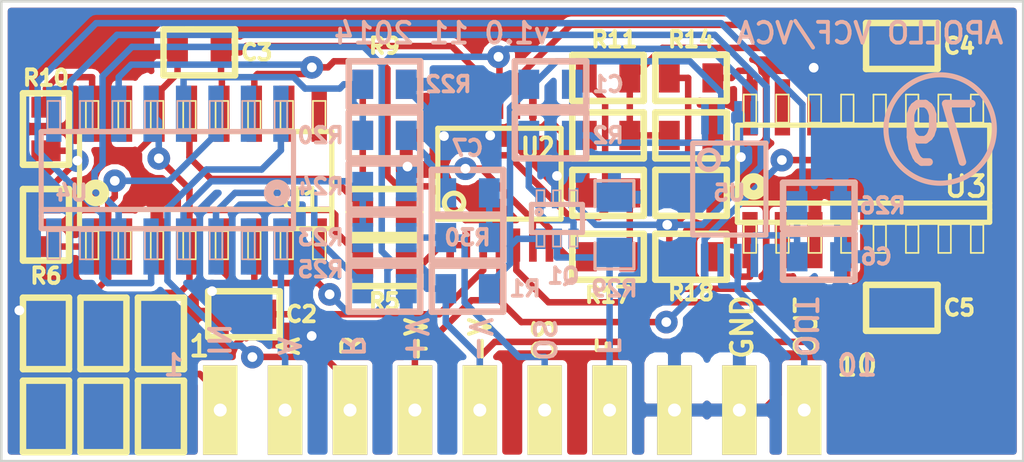
<source format=kicad_pcb>
(kicad_pcb (version 4) (host pcbnew "(2015-01-11 BZR 5365)-product")

  (general
    (links 106)
    (no_connects 0)
    (area 97.614599 82.949999 138.050001 103.4782)
    (thickness 1.6)
    (drawings 28)
    (tracks 459)
    (zones 0)
    (modules 44)
    (nets 43)
  )

  (page A3)
  (layers
    (0 F.Cu signal hide)
    (31 B.Cu signal hide)
    (32 B.Adhes user)
    (33 F.Adhes user)
    (34 B.Paste user)
    (35 F.Paste user)
    (36 B.SilkS user)
    (37 F.SilkS user hide)
    (38 B.Mask user)
    (39 F.Mask user)
    (40 Dwgs.User user)
    (41 Cmts.User user)
    (42 Eco1.User user)
    (43 Eco2.User user)
    (44 Edge.Cuts user)
  )

  (setup
    (last_trace_width 0.254)
    (trace_clearance 0.2032)
    (zone_clearance 0.2032)
    (zone_45_only no)
    (trace_min 0.254)
    (segment_width 0.2)
    (edge_width 0.1)
    (via_size 0.889)
    (via_drill 0.381)
    (via_min_size 0.889)
    (via_min_drill 0.381)
    (uvia_size 0.508)
    (uvia_drill 0.127)
    (uvias_allowed no)
    (uvia_min_size 0.508)
    (uvia_min_drill 0.127)
    (pcb_text_width 0.3)
    (pcb_text_size 1.5 1.5)
    (mod_edge_width 0.15)
    (mod_text_size 1 1)
    (mod_text_width 0.15)
    (pad_size 1.5 1.5)
    (pad_drill 0.6)
    (pad_to_mask_clearance 0)
    (aux_axis_origin 0 0)
    (visible_elements 7FFDFDFF)
    (pcbplotparams
      (layerselection 0x010f0_80000001)
      (usegerberextensions true)
      (excludeedgelayer true)
      (linewidth 0.150000)
      (plotframeref false)
      (viasonmask false)
      (mode 1)
      (useauxorigin false)
      (hpglpennumber 1)
      (hpglpenspeed 20)
      (hpglpendiameter 15)
      (hpglpenoverlay 2)
      (psnegative false)
      (psa4output false)
      (plotreference true)
      (plotvalue false)
      (plotinvisibletext false)
      (padsonsilk false)
      (subtractmaskfromsilk true)
      (outputformat 1)
      (mirror false)
      (drillshape 0)
      (scaleselection 1)
      (outputdirectory Gerbers/))
  )

  (net 0 "")
  (net 1 +VCC)
  (net 2 -VCC)
  (net 3 GND)
  (net 4 Iabc)
  (net 5 OFFSET)
  (net 6 RES_CTRL)
  (net 7 VCA_CTRL)
  (net 8 VCA_OUT)
  (net 9 VCF_CTRL)
  (net 10 VCF_IN)
  (net 11 VCF_OUT)
  (net 12 "Net-(C1-Pad1)")
  (net 13 "Net-(C1-Pad2)")
  (net 14 "Net-(C2-Pad1)")
  (net 15 "Net-(C3-Pad1)")
  (net 16 "Net-(C4-Pad1)")
  (net 17 "Net-(C5-Pad1)")
  (net 18 "Net-(C6-Pad1)")
  (net 19 "Net-(Q1-Pad1)")
  (net 20 "Net-(R3-Pad2)")
  (net 21 "Net-(R5-Pad1)")
  (net 22 "Net-(R6-Pad1)")
  (net 23 "Net-(R7-Pad1)")
  (net 24 "Net-(R11-Pad2)")
  (net 25 "Net-(R10-Pad1)")
  (net 26 "Net-(R11-Pad1)")
  (net 27 "Net-(R13-Pad1)")
  (net 28 "Net-(R14-Pad1)")
  (net 29 "Net-(R15-Pad1)")
  (net 30 "Net-(R18-Pad1)")
  (net 31 "Net-(R19-Pad2)")
  (net 32 "Net-(R20-Pad1)")
  (net 33 "Net-(R21-Pad1)")
  (net 34 "Net-(R23-Pad1)")
  (net 35 "Net-(R25-Pad1)")
  (net 36 "Net-(U1-Pad2)")
  (net 37 "Net-(U1-Pad15)")
  (net 38 "Net-(U3-Pad2)")
  (net 39 "Net-(U3-Pad15)")
  (net 40 "Net-(U4-Pad2)")
  (net 41 "Net-(U4-Pad15)")
  (net 42 "Net-(C7-Pad2)")

  (net_class Default "This is the default net class."
    (clearance 0.2032)
    (trace_width 0.254)
    (via_dia 0.889)
    (via_drill 0.381)
    (uvia_dia 0.508)
    (uvia_drill 0.127)
    (add_net +VCC)
    (add_net -VCC)
    (add_net GND)
    (add_net Iabc)
    (add_net "Net-(C1-Pad1)")
    (add_net "Net-(C1-Pad2)")
    (add_net "Net-(C2-Pad1)")
    (add_net "Net-(C3-Pad1)")
    (add_net "Net-(C4-Pad1)")
    (add_net "Net-(C5-Pad1)")
    (add_net "Net-(C6-Pad1)")
    (add_net "Net-(C7-Pad2)")
    (add_net "Net-(Q1-Pad1)")
    (add_net "Net-(R10-Pad1)")
    (add_net "Net-(R11-Pad1)")
    (add_net "Net-(R11-Pad2)")
    (add_net "Net-(R13-Pad1)")
    (add_net "Net-(R14-Pad1)")
    (add_net "Net-(R15-Pad1)")
    (add_net "Net-(R18-Pad1)")
    (add_net "Net-(R19-Pad2)")
    (add_net "Net-(R20-Pad1)")
    (add_net "Net-(R21-Pad1)")
    (add_net "Net-(R23-Pad1)")
    (add_net "Net-(R25-Pad1)")
    (add_net "Net-(R3-Pad2)")
    (add_net "Net-(R5-Pad1)")
    (add_net "Net-(R6-Pad1)")
    (add_net "Net-(R7-Pad1)")
    (add_net "Net-(U1-Pad15)")
    (add_net "Net-(U1-Pad2)")
    (add_net "Net-(U3-Pad15)")
    (add_net "Net-(U3-Pad2)")
    (add_net "Net-(U4-Pad15)")
    (add_net "Net-(U4-Pad2)")
    (add_net OFFSET)
    (add_net RES_CTRL)
    (add_net VCA_CTRL)
    (add_net VCA_OUT)
    (add_net VCF_CTRL)
    (add_net VCF_IN)
    (add_net VCF_OUT)
  )

  (module TSSOP8-JRL (layer B.Cu) (tedit 545E5D8B) (tstamp 545A8249)
    (at 126.5 90.25)
    (path /52F068F8)
    (attr smd)
    (fp_text reference U5 (at 0 0.25) (layer B.SilkS)
      (effects (font (size 0.6096 0.6096) (thickness 0.1524)) (justify mirror))
    )
    (fp_text value TL072- (at 0.65 0.1 90) (layer B.SilkS) hide
      (effects (font (size 0.762 0.762) (thickness 0.16002)) (justify mirror))
    )
    (fp_line (start -1.43 1.9) (end 1.43 1.9) (layer B.SilkS) (width 0.2))
    (fp_line (start 1.43 1.9) (end 1.43 -1.7) (layer B.SilkS) (width 0.2))
    (fp_line (start 1.43 -1.7) (end -1.43 -1.7) (layer B.SilkS) (width 0.2))
    (fp_line (start -1.438 -1.678) (end -1.438 1.878) (layer B.SilkS) (width 0.2))
    (fp_circle (center -0.803 -1.043) (end -1.184 -1.043) (layer B.SilkS) (width 0.2))
    (pad 1 smd rect (at -0.9554 -2.694) (size 0.29972 1.30048) (layers B.Cu B.Paste B.Mask)
      (net 12 "Net-(C1-Pad1)"))
    (pad 2 smd rect (at -0.3204 -2.694) (size 0.29972 1.30048) (layers B.Cu B.Paste B.Mask)
      (net 13 "Net-(C1-Pad2)"))
    (pad 3 smd rect (at 0.34 -2.694) (size 0.29972 1.30048) (layers B.Cu B.Paste B.Mask)
      (net 3 GND))
    (pad 4 smd rect (at 0.975 -2.694) (size 0.29972 1.30048) (layers B.Cu B.Paste B.Mask)
      (net 2 -VCC))
    (pad 5 smd rect (at 0.975 2.894) (size 0.29972 1.30048) (layers B.Cu B.Paste B.Mask)
      (net 18 "Net-(C6-Pad1)"))
    (pad 6 smd rect (at 0.3273 2.894) (size 0.29972 1.30048) (layers B.Cu B.Paste B.Mask)
      (net 8 VCA_OUT))
    (pad 7 smd rect (at -0.3204 2.894) (size 0.29972 1.30048) (layers B.Cu B.Paste B.Mask)
      (net 8 VCA_OUT))
    (pad 8 smd rect (at -0.9681 2.894) (size 0.29972 1.30048) (layers B.Cu B.Paste B.Mask)
      (net 1 +VCC))
    (model "E:/Documents/KiCad/MyLibs/MyModules/3D models/TSSOP08.wrl"
      (at (xyz 0 0 0))
      (scale (xyz 0.3937 0.3937 0.3937))
      (rotate (xyz 0 0 180))
    )
  )

  (module TSSOP14 (layer F.Cu) (tedit 545E5D69) (tstamp 545D1C87)
    (at 117.5 89.75)
    (path /52F05884)
    (attr smd)
    (fp_text reference U2 (at 1.5 -1) (layer F.SilkS)
      (effects (font (size 0.762 0.635) (thickness 0.16002)))
    )
    (fp_text value TL074- (at 0 0.508) (layer F.SilkS) hide
      (effects (font (size 0.762 0.762) (thickness 0.16002)))
    )
    (fp_line (start -2.413 -1.778) (end 2.413 -1.778) (layer F.SilkS) (width 0.2032))
    (fp_line (start 2.413 -1.778) (end 2.413 1.778) (layer F.SilkS) (width 0.2032))
    (fp_line (start 2.413 1.778) (end -2.413 1.778) (layer F.SilkS) (width 0.2032))
    (fp_line (start -2.413 1.778) (end -2.413 -1.778) (layer F.SilkS) (width 0.2032))
    (fp_circle (center -1.778 1.143) (end -2.159 1.143) (layer F.SilkS) (width 0.2032))
    (pad 1 smd rect (at -1.9304 2.794) (size 0.29972 1.30048) (layers F.Cu F.Paste F.Mask)
      (net 21 "Net-(R5-Pad1)"))
    (pad 2 smd rect (at -1.2954 2.794) (size 0.29972 1.30048) (layers F.Cu F.Paste F.Mask)
      (net 21 "Net-(R5-Pad1)"))
    (pad 3 smd rect (at -0.635 2.794) (size 0.29972 1.30048) (layers F.Cu F.Paste F.Mask)
      (net 14 "Net-(C2-Pad1)"))
    (pad 4 smd rect (at 0 2.794) (size 0.29972 1.30048) (layers F.Cu F.Paste F.Mask)
      (net 1 +VCC))
    (pad 5 smd rect (at 0.6604 2.794) (size 0.29972 1.30048) (layers F.Cu F.Paste F.Mask)
      (net 17 "Net-(C5-Pad1)"))
    (pad 6 smd rect (at 1.3081 2.794) (size 0.29972 1.30048) (layers F.Cu F.Paste F.Mask)
      (net 11 VCF_OUT))
    (pad 7 smd rect (at 1.9558 2.794) (size 0.29972 1.30048) (layers F.Cu F.Paste F.Mask)
      (net 11 VCF_OUT))
    (pad 8 smd rect (at 1.9558 -2.794) (size 0.29972 1.30048) (layers F.Cu F.Paste F.Mask)
      (net 27 "Net-(R13-Pad1)"))
    (pad 9 smd rect (at 1.3081 -2.794) (size 0.29972 1.30048) (layers F.Cu F.Paste F.Mask)
      (net 27 "Net-(R13-Pad1)"))
    (pad 10 smd rect (at 0.6604 -2.794) (size 0.29972 1.30048) (layers F.Cu F.Paste F.Mask)
      (net 16 "Net-(C4-Pad1)"))
    (pad 11 smd rect (at 0 -2.794) (size 0.29972 1.30048) (layers F.Cu F.Paste F.Mask)
      (net 2 -VCC))
    (pad 12 smd rect (at -0.6477 -2.794) (size 0.29972 1.30048) (layers F.Cu F.Paste F.Mask)
      (net 15 "Net-(C3-Pad1)"))
    (pad 13 smd rect (at -1.2954 -2.794) (size 0.29972 1.30048) (layers F.Cu F.Paste F.Mask)
      (net 24 "Net-(R11-Pad2)"))
    (pad 14 smd rect (at -1.9431 -2.794) (size 0.29972 1.30048) (layers F.Cu F.Paste F.Mask)
      (net 24 "Net-(R11-Pad2)"))
    (model smd\smd_dil\tssop-14.wrl
      (at (xyz 0 0 0))
      (scale (xyz 1 1 1))
      (rotate (xyz 0 0 0))
    )
  )

  (module SOT363-JRL (layer B.Cu) (tedit 564235E4) (tstamp 545D1C6F)
    (at 119.75 91.5)
    (descr "SMALL OUTLINE TRANSISTOR; 6 LEADS")
    (tags "SMALL OUTLINE TRANSISTOR; 6 LEADS")
    (path /52F06E0A)
    (attr smd)
    (fp_text reference Q1 (at 0.25 2.25) (layer B.SilkS)
      (effects (font (size 0.6096 0.6096) (thickness 0.1524)) (justify mirror))
    )
    (fp_text value BC857BS (at -1.75 -9.25) (layer B.SilkS) hide
      (effects (font (size 0.8128 0.8128) (thickness 0.1524)) (justify mirror))
    )
    (fp_line (start -0.79756 -1.09982) (end -0.49784 -1.09982) (layer B.SilkS) (width 0.06604))
    (fp_line (start -0.49784 -1.09982) (end -0.49784 -0.59944) (layer B.SilkS) (width 0.06604))
    (fp_line (start -0.79756 -0.59944) (end -0.49784 -0.59944) (layer B.SilkS) (width 0.06604))
    (fp_line (start -0.79756 -1.09982) (end -0.79756 -0.59944) (layer B.SilkS) (width 0.06604))
    (fp_line (start -0.14986 -1.09982) (end 0.14986 -1.09982) (layer B.SilkS) (width 0.06604))
    (fp_line (start 0.14986 -1.09982) (end 0.14986 -0.59944) (layer B.SilkS) (width 0.06604))
    (fp_line (start -0.14986 -0.59944) (end 0.14986 -0.59944) (layer B.SilkS) (width 0.06604))
    (fp_line (start -0.14986 -1.09982) (end -0.14986 -0.59944) (layer B.SilkS) (width 0.06604))
    (fp_line (start 0.49784 -1.09982) (end 0.79756 -1.09982) (layer B.SilkS) (width 0.06604))
    (fp_line (start 0.79756 -1.09982) (end 0.79756 -0.59944) (layer B.SilkS) (width 0.06604))
    (fp_line (start 0.49784 -0.59944) (end 0.79756 -0.59944) (layer B.SilkS) (width 0.06604))
    (fp_line (start 0.49784 -1.09982) (end 0.49784 -0.59944) (layer B.SilkS) (width 0.06604))
    (fp_line (start 0.49784 0.59944) (end 0.79756 0.59944) (layer B.SilkS) (width 0.06604))
    (fp_line (start 0.79756 0.59944) (end 0.79756 1.09982) (layer B.SilkS) (width 0.06604))
    (fp_line (start 0.49784 1.09982) (end 0.79756 1.09982) (layer B.SilkS) (width 0.06604))
    (fp_line (start 0.49784 0.59944) (end 0.49784 1.09982) (layer B.SilkS) (width 0.06604))
    (fp_line (start -0.14986 0.59944) (end 0.14986 0.59944) (layer B.SilkS) (width 0.06604))
    (fp_line (start 0.14986 0.59944) (end 0.14986 1.09982) (layer B.SilkS) (width 0.06604))
    (fp_line (start -0.14986 1.09982) (end 0.14986 1.09982) (layer B.SilkS) (width 0.06604))
    (fp_line (start -0.14986 0.59944) (end -0.14986 1.09982) (layer B.SilkS) (width 0.06604))
    (fp_line (start -0.79756 0.59944) (end -0.49784 0.59944) (layer B.SilkS) (width 0.06604))
    (fp_line (start -0.49784 0.59944) (end -0.49784 1.09982) (layer B.SilkS) (width 0.06604))
    (fp_line (start -0.79756 1.09982) (end -0.49784 1.09982) (layer B.SilkS) (width 0.06604))
    (fp_line (start -0.79756 0.59944) (end -0.79756 1.09982) (layer B.SilkS) (width 0.06604))
    (fp_line (start -0.99822 0.54864) (end 0.99822 0.54864) (layer B.SilkS) (width 0.2032))
    (fp_line (start 0.99822 0.54864) (end 0.99822 -0.54864) (layer B.SilkS) (width 0.2032))
    (fp_line (start 0.99822 -0.54864) (end -0.99822 -0.54864) (layer B.SilkS) (width 0.2032))
    (fp_line (start -0.99822 -0.54864) (end -0.99822 0.54864) (layer B.SilkS) (width 0.2032))
    (fp_circle (center -0.6985 -0.24892) (end -0.77216 -0.32258) (layer B.SilkS) (width 0.1524))
    (pad 1 smd rect (at -0.6477 -0.79756) (size 0.39878 0.79756) (layers B.Cu B.Paste B.Mask)
      (net 19 "Net-(Q1-Pad1)"))
    (pad 2 smd rect (at 0 -0.79756) (size 0.39878 0.79756) (layers B.Cu B.Paste B.Mask)
      (net 3 GND))
    (pad 3 smd rect (at 0.6477 -0.79756) (size 0.39878 0.79756) (layers B.Cu B.Paste B.Mask)
      (net 4 Iabc))
    (pad 4 smd rect (at 0.6477 0.79756) (size 0.39878 0.79756) (layers B.Cu B.Paste B.Mask)
      (net 19 "Net-(Q1-Pad1)"))
    (pad 5 smd rect (at 0 0.79756) (size 0.39878 0.79756) (layers B.Cu B.Paste B.Mask)
      (net 9 VCF_CTRL))
    (pad 6 smd rect (at -0.6477 0.79756) (size 0.39878 0.79756) (layers B.Cu B.Paste B.Mask)
      (net 13 "Net-(C1-Pad2)"))
    (model "E:/Documents/KiCad/MyLibs/MyModules/3D models/SOT363.wrl"
      (at (xyz 0 0 0))
      (scale (xyz 0.3937 0.3937 0.3937))
      (rotate (xyz 0 0 90))
    )
  )

  (module SO16-JRL (layer F.Cu) (tedit 545E5D79) (tstamp 545AE1B5)
    (at 106 90)
    (descr "SMALL OUTLINE INTEGRATED CIRCUIT")
    (tags "SMALL OUTLINE INTEGRATED CIRCUIT")
    (path /52F056B5)
    (attr smd)
    (fp_text reference U1 (at 3.75 0.75 180) (layer F.SilkS)
      (effects (font (size 0.8128 0.8128) (thickness 0.1524)))
    )
    (fp_text value LM13700 (at -0.635 0) (layer F.SilkS) hide
      (effects (font (size 0.8128 0.8128) (thickness 0.1524)))
    )
    (fp_circle (center -4.3 0.5) (end -4.2 0.6) (layer F.SilkS) (width 0.381))
    (fp_line (start -4.68884 3.0988) (end -4.19862 3.0988) (layer F.SilkS) (width 0.06604))
    (fp_line (start -4.19862 3.0988) (end -4.19862 1.99898) (layer F.SilkS) (width 0.06604))
    (fp_line (start -4.68884 1.99898) (end -4.19862 1.99898) (layer F.SilkS) (width 0.06604))
    (fp_line (start -4.68884 3.0988) (end -4.68884 1.99898) (layer F.SilkS) (width 0.06604))
    (fp_line (start -3.41884 3.0988) (end -2.92862 3.0988) (layer F.SilkS) (width 0.06604))
    (fp_line (start -2.92862 3.0988) (end -2.92862 1.99898) (layer F.SilkS) (width 0.06604))
    (fp_line (start -3.41884 1.99898) (end -2.92862 1.99898) (layer F.SilkS) (width 0.06604))
    (fp_line (start -3.41884 3.0988) (end -3.41884 1.99898) (layer F.SilkS) (width 0.06604))
    (fp_line (start -2.14884 3.0988) (end -1.65862 3.0988) (layer F.SilkS) (width 0.06604))
    (fp_line (start -1.65862 3.0988) (end -1.65862 1.99898) (layer F.SilkS) (width 0.06604))
    (fp_line (start -2.14884 1.99898) (end -1.65862 1.99898) (layer F.SilkS) (width 0.06604))
    (fp_line (start -2.14884 3.0988) (end -2.14884 1.99898) (layer F.SilkS) (width 0.06604))
    (fp_line (start -0.87884 3.0988) (end -0.38862 3.0988) (layer F.SilkS) (width 0.06604))
    (fp_line (start -0.38862 3.0988) (end -0.38862 1.99898) (layer F.SilkS) (width 0.06604))
    (fp_line (start -0.87884 1.99898) (end -0.38862 1.99898) (layer F.SilkS) (width 0.06604))
    (fp_line (start -0.87884 3.0988) (end -0.87884 1.99898) (layer F.SilkS) (width 0.06604))
    (fp_line (start 1.65862 -1.99898) (end 2.14884 -1.99898) (layer F.SilkS) (width 0.06604))
    (fp_line (start 2.14884 -1.99898) (end 2.14884 -3.0988) (layer F.SilkS) (width 0.06604))
    (fp_line (start 1.65862 -3.0988) (end 2.14884 -3.0988) (layer F.SilkS) (width 0.06604))
    (fp_line (start 1.65862 -1.99898) (end 1.65862 -3.0988) (layer F.SilkS) (width 0.06604))
    (fp_line (start 0.38862 -1.99898) (end 0.87884 -1.99898) (layer F.SilkS) (width 0.06604))
    (fp_line (start 0.87884 -1.99898) (end 0.87884 -3.0988) (layer F.SilkS) (width 0.06604))
    (fp_line (start 0.38862 -3.0988) (end 0.87884 -3.0988) (layer F.SilkS) (width 0.06604))
    (fp_line (start 0.38862 -1.99898) (end 0.38862 -3.0988) (layer F.SilkS) (width 0.06604))
    (fp_line (start -0.87884 -1.99898) (end -0.38862 -1.99898) (layer F.SilkS) (width 0.06604))
    (fp_line (start -0.38862 -1.99898) (end -0.38862 -3.0988) (layer F.SilkS) (width 0.06604))
    (fp_line (start -0.87884 -3.0988) (end -0.38862 -3.0988) (layer F.SilkS) (width 0.06604))
    (fp_line (start -0.87884 -1.99898) (end -0.87884 -3.0988) (layer F.SilkS) (width 0.06604))
    (fp_line (start -2.14884 -1.99898) (end -1.65862 -1.99898) (layer F.SilkS) (width 0.06604))
    (fp_line (start -1.65862 -1.99898) (end -1.65862 -3.0988) (layer F.SilkS) (width 0.06604))
    (fp_line (start -2.14884 -3.0988) (end -1.65862 -3.0988) (layer F.SilkS) (width 0.06604))
    (fp_line (start -2.14884 -1.99898) (end -2.14884 -3.0988) (layer F.SilkS) (width 0.06604))
    (fp_line (start 0.38862 3.0988) (end 0.87884 3.0988) (layer F.SilkS) (width 0.06604))
    (fp_line (start 0.87884 3.0988) (end 0.87884 1.99898) (layer F.SilkS) (width 0.06604))
    (fp_line (start 0.38862 1.99898) (end 0.87884 1.99898) (layer F.SilkS) (width 0.06604))
    (fp_line (start 0.38862 3.0988) (end 0.38862 1.99898) (layer F.SilkS) (width 0.06604))
    (fp_line (start 1.65862 3.0988) (end 2.14884 3.0988) (layer F.SilkS) (width 0.06604))
    (fp_line (start 2.14884 3.0988) (end 2.14884 1.99898) (layer F.SilkS) (width 0.06604))
    (fp_line (start 1.65862 1.99898) (end 2.14884 1.99898) (layer F.SilkS) (width 0.06604))
    (fp_line (start 1.65862 3.0988) (end 1.65862 1.99898) (layer F.SilkS) (width 0.06604))
    (fp_line (start 2.92862 3.0988) (end 3.41884 3.0988) (layer F.SilkS) (width 0.06604))
    (fp_line (start 3.41884 3.0988) (end 3.41884 1.99898) (layer F.SilkS) (width 0.06604))
    (fp_line (start 2.92862 1.99898) (end 3.41884 1.99898) (layer F.SilkS) (width 0.06604))
    (fp_line (start 2.92862 3.0988) (end 2.92862 1.99898) (layer F.SilkS) (width 0.06604))
    (fp_line (start 4.19862 3.0988) (end 4.68884 3.0988) (layer F.SilkS) (width 0.06604))
    (fp_line (start 4.68884 3.0988) (end 4.68884 1.99898) (layer F.SilkS) (width 0.06604))
    (fp_line (start 4.19862 1.99898) (end 4.68884 1.99898) (layer F.SilkS) (width 0.06604))
    (fp_line (start 4.19862 3.0988) (end 4.19862 1.99898) (layer F.SilkS) (width 0.06604))
    (fp_line (start 4.19862 -1.99898) (end 4.68884 -1.99898) (layer F.SilkS) (width 0.06604))
    (fp_line (start 4.68884 -1.99898) (end 4.68884 -3.0988) (layer F.SilkS) (width 0.06604))
    (fp_line (start 4.19862 -3.0988) (end 4.68884 -3.0988) (layer F.SilkS) (width 0.06604))
    (fp_line (start 4.19862 -1.99898) (end 4.19862 -3.0988) (layer F.SilkS) (width 0.06604))
    (fp_line (start 2.92862 -1.99898) (end 3.41884 -1.99898) (layer F.SilkS) (width 0.06604))
    (fp_line (start 3.41884 -1.99898) (end 3.41884 -3.0988) (layer F.SilkS) (width 0.06604))
    (fp_line (start 2.92862 -3.0988) (end 3.41884 -3.0988) (layer F.SilkS) (width 0.06604))
    (fp_line (start 2.92862 -1.99898) (end 2.92862 -3.0988) (layer F.SilkS) (width 0.06604))
    (fp_line (start -3.41884 -1.99898) (end -2.92862 -1.99898) (layer F.SilkS) (width 0.06604))
    (fp_line (start -2.92862 -1.99898) (end -2.92862 -3.0988) (layer F.SilkS) (width 0.06604))
    (fp_line (start -3.41884 -3.0988) (end -2.92862 -3.0988) (layer F.SilkS) (width 0.06604))
    (fp_line (start -3.41884 -1.99898) (end -3.41884 -3.0988) (layer F.SilkS) (width 0.06604))
    (fp_line (start -4.68884 -1.99898) (end -4.19862 -1.99898) (layer F.SilkS) (width 0.06604))
    (fp_line (start -4.19862 -1.99898) (end -4.19862 -3.0988) (layer F.SilkS) (width 0.06604))
    (fp_line (start -4.68884 -3.0988) (end -4.19862 -3.0988) (layer F.SilkS) (width 0.06604))
    (fp_line (start -4.68884 -1.99898) (end -4.68884 -3.0988) (layer F.SilkS) (width 0.06604))
    (fp_line (start 4.93776 1.89992) (end -4.93776 1.89992) (layer F.SilkS) (width 0.2032))
    (fp_line (start -4.93776 1.89992) (end -4.93776 1.39954) (layer F.SilkS) (width 0.2032))
    (fp_line (start -4.93776 1.39954) (end -4.93776 -1.89992) (layer F.SilkS) (width 0.2032))
    (fp_line (start -4.93776 -1.89992) (end 4.93776 -1.89992) (layer F.SilkS) (width 0.2032))
    (fp_line (start 4.93776 1.14954) (end -4.93776 1.14954) (layer F.SilkS) (width 0.2032))
    (fp_line (start 4.93776 -1.89992) (end 4.93776 1.39954) (layer F.SilkS) (width 0.2032))
    (fp_line (start 4.93776 1.39954) (end 4.93776 1.89992) (layer F.SilkS) (width 0.2032))
    (pad 1 smd rect (at -4.445 2.59842) (size 0.59944 2.19964) (layers F.Cu F.Paste F.Mask)
      (net 22 "Net-(R6-Pad1)"))
    (pad 2 smd rect (at -3.175 2.59842) (size 0.59944 2.19964) (layers F.Cu F.Paste F.Mask)
      (net 36 "Net-(U1-Pad2)"))
    (pad 3 smd rect (at -1.905 2.59842) (size 0.59944 2.19964) (layers F.Cu F.Paste F.Mask)
      (net 3 GND))
    (pad 4 smd rect (at -0.635 2.59842) (size 0.59944 2.19964) (layers F.Cu F.Paste F.Mask)
      (net 20 "Net-(R3-Pad2)"))
    (pad 5 smd rect (at 0.635 2.59842) (size 0.59944 2.19964) (layers F.Cu F.Paste F.Mask)
      (net 14 "Net-(C2-Pad1)"))
    (pad 6 smd rect (at 1.905 2.59842) (size 0.59944 2.19964) (layers F.Cu F.Paste F.Mask)
      (net 2 -VCC))
    (pad 7 smd rect (at 3.175 2.59842) (size 0.59944 2.19964) (layers F.Cu F.Paste F.Mask))
    (pad 8 smd rect (at 4.445 2.59842) (size 0.59944 2.19964) (layers F.Cu F.Paste F.Mask))
    (pad 9 smd rect (at 4.445 -2.59842) (size 0.59944 2.19964) (layers F.Cu F.Paste F.Mask))
    (pad 10 smd rect (at 3.175 -2.59842) (size 0.59944 2.19964) (layers F.Cu F.Paste F.Mask))
    (pad 11 smd rect (at 1.905 -2.59842) (size 0.59944 2.19964) (layers F.Cu F.Paste F.Mask)
      (net 1 +VCC))
    (pad 12 smd rect (at 0.635 -2.59842) (size 0.59944 2.19964) (layers F.Cu F.Paste F.Mask)
      (net 15 "Net-(C3-Pad1)"))
    (pad 13 smd rect (at -0.635 -2.59842) (size 0.59944 2.19964) (layers F.Cu F.Paste F.Mask)
      (net 23 "Net-(R7-Pad1)"))
    (pad 14 smd rect (at -1.905 -2.59842) (size 0.59944 2.19964) (layers F.Cu F.Paste F.Mask)
      (net 3 GND))
    (pad 15 smd rect (at -3.175 -2.59842) (size 0.59944 2.19964) (layers F.Cu F.Paste F.Mask)
      (net 37 "Net-(U1-Pad15)"))
    (pad 16 smd rect (at -4.445 -2.59842) (size 0.59944 2.19964) (layers F.Cu F.Paste F.Mask)
      (net 25 "Net-(R10-Pad1)"))
    (model smd/smd_dil/so-16.wrl
      (at (xyz 0 0 0))
      (scale (xyz 1 1 1))
      (rotate (xyz 0 0 0))
    )
  )

  (module SO16-JRL (layer B.Cu) (tedit 545E5DA0) (tstamp 545C4EDA)
    (at 104.5 90 180)
    (descr "SMALL OUTLINE INTEGRATED CIRCUIT")
    (tags "SMALL OUTLINE INTEGRATED CIRCUIT")
    (path /52F05C07)
    (attr smd)
    (fp_text reference U4 (at 3.75 -0.5 180) (layer B.SilkS)
      (effects (font (size 0.6096 0.6096) (thickness 0.1524)) (justify mirror))
    )
    (fp_text value LM13700 (at -0.635 0 180) (layer B.SilkS) hide
      (effects (font (size 0.8128 0.8128) (thickness 0.1524)) (justify mirror))
    )
    (fp_circle (center -4.3 -0.5) (end -4.2 -0.6) (layer B.SilkS) (width 0.381))
    (fp_line (start -4.68884 -3.0988) (end -4.19862 -3.0988) (layer B.SilkS) (width 0.06604))
    (fp_line (start -4.19862 -3.0988) (end -4.19862 -1.99898) (layer B.SilkS) (width 0.06604))
    (fp_line (start -4.68884 -1.99898) (end -4.19862 -1.99898) (layer B.SilkS) (width 0.06604))
    (fp_line (start -4.68884 -3.0988) (end -4.68884 -1.99898) (layer B.SilkS) (width 0.06604))
    (fp_line (start -3.41884 -3.0988) (end -2.92862 -3.0988) (layer B.SilkS) (width 0.06604))
    (fp_line (start -2.92862 -3.0988) (end -2.92862 -1.99898) (layer B.SilkS) (width 0.06604))
    (fp_line (start -3.41884 -1.99898) (end -2.92862 -1.99898) (layer B.SilkS) (width 0.06604))
    (fp_line (start -3.41884 -3.0988) (end -3.41884 -1.99898) (layer B.SilkS) (width 0.06604))
    (fp_line (start -2.14884 -3.0988) (end -1.65862 -3.0988) (layer B.SilkS) (width 0.06604))
    (fp_line (start -1.65862 -3.0988) (end -1.65862 -1.99898) (layer B.SilkS) (width 0.06604))
    (fp_line (start -2.14884 -1.99898) (end -1.65862 -1.99898) (layer B.SilkS) (width 0.06604))
    (fp_line (start -2.14884 -3.0988) (end -2.14884 -1.99898) (layer B.SilkS) (width 0.06604))
    (fp_line (start -0.87884 -3.0988) (end -0.38862 -3.0988) (layer B.SilkS) (width 0.06604))
    (fp_line (start -0.38862 -3.0988) (end -0.38862 -1.99898) (layer B.SilkS) (width 0.06604))
    (fp_line (start -0.87884 -1.99898) (end -0.38862 -1.99898) (layer B.SilkS) (width 0.06604))
    (fp_line (start -0.87884 -3.0988) (end -0.87884 -1.99898) (layer B.SilkS) (width 0.06604))
    (fp_line (start 1.65862 1.99898) (end 2.14884 1.99898) (layer B.SilkS) (width 0.06604))
    (fp_line (start 2.14884 1.99898) (end 2.14884 3.0988) (layer B.SilkS) (width 0.06604))
    (fp_line (start 1.65862 3.0988) (end 2.14884 3.0988) (layer B.SilkS) (width 0.06604))
    (fp_line (start 1.65862 1.99898) (end 1.65862 3.0988) (layer B.SilkS) (width 0.06604))
    (fp_line (start 0.38862 1.99898) (end 0.87884 1.99898) (layer B.SilkS) (width 0.06604))
    (fp_line (start 0.87884 1.99898) (end 0.87884 3.0988) (layer B.SilkS) (width 0.06604))
    (fp_line (start 0.38862 3.0988) (end 0.87884 3.0988) (layer B.SilkS) (width 0.06604))
    (fp_line (start 0.38862 1.99898) (end 0.38862 3.0988) (layer B.SilkS) (width 0.06604))
    (fp_line (start -0.87884 1.99898) (end -0.38862 1.99898) (layer B.SilkS) (width 0.06604))
    (fp_line (start -0.38862 1.99898) (end -0.38862 3.0988) (layer B.SilkS) (width 0.06604))
    (fp_line (start -0.87884 3.0988) (end -0.38862 3.0988) (layer B.SilkS) (width 0.06604))
    (fp_line (start -0.87884 1.99898) (end -0.87884 3.0988) (layer B.SilkS) (width 0.06604))
    (fp_line (start -2.14884 1.99898) (end -1.65862 1.99898) (layer B.SilkS) (width 0.06604))
    (fp_line (start -1.65862 1.99898) (end -1.65862 3.0988) (layer B.SilkS) (width 0.06604))
    (fp_line (start -2.14884 3.0988) (end -1.65862 3.0988) (layer B.SilkS) (width 0.06604))
    (fp_line (start -2.14884 1.99898) (end -2.14884 3.0988) (layer B.SilkS) (width 0.06604))
    (fp_line (start 0.38862 -3.0988) (end 0.87884 -3.0988) (layer B.SilkS) (width 0.06604))
    (fp_line (start 0.87884 -3.0988) (end 0.87884 -1.99898) (layer B.SilkS) (width 0.06604))
    (fp_line (start 0.38862 -1.99898) (end 0.87884 -1.99898) (layer B.SilkS) (width 0.06604))
    (fp_line (start 0.38862 -3.0988) (end 0.38862 -1.99898) (layer B.SilkS) (width 0.06604))
    (fp_line (start 1.65862 -3.0988) (end 2.14884 -3.0988) (layer B.SilkS) (width 0.06604))
    (fp_line (start 2.14884 -3.0988) (end 2.14884 -1.99898) (layer B.SilkS) (width 0.06604))
    (fp_line (start 1.65862 -1.99898) (end 2.14884 -1.99898) (layer B.SilkS) (width 0.06604))
    (fp_line (start 1.65862 -3.0988) (end 1.65862 -1.99898) (layer B.SilkS) (width 0.06604))
    (fp_line (start 2.92862 -3.0988) (end 3.41884 -3.0988) (layer B.SilkS) (width 0.06604))
    (fp_line (start 3.41884 -3.0988) (end 3.41884 -1.99898) (layer B.SilkS) (width 0.06604))
    (fp_line (start 2.92862 -1.99898) (end 3.41884 -1.99898) (layer B.SilkS) (width 0.06604))
    (fp_line (start 2.92862 -3.0988) (end 2.92862 -1.99898) (layer B.SilkS) (width 0.06604))
    (fp_line (start 4.19862 -3.0988) (end 4.68884 -3.0988) (layer B.SilkS) (width 0.06604))
    (fp_line (start 4.68884 -3.0988) (end 4.68884 -1.99898) (layer B.SilkS) (width 0.06604))
    (fp_line (start 4.19862 -1.99898) (end 4.68884 -1.99898) (layer B.SilkS) (width 0.06604))
    (fp_line (start 4.19862 -3.0988) (end 4.19862 -1.99898) (layer B.SilkS) (width 0.06604))
    (fp_line (start 4.19862 1.99898) (end 4.68884 1.99898) (layer B.SilkS) (width 0.06604))
    (fp_line (start 4.68884 1.99898) (end 4.68884 3.0988) (layer B.SilkS) (width 0.06604))
    (fp_line (start 4.19862 3.0988) (end 4.68884 3.0988) (layer B.SilkS) (width 0.06604))
    (fp_line (start 4.19862 1.99898) (end 4.19862 3.0988) (layer B.SilkS) (width 0.06604))
    (fp_line (start 2.92862 1.99898) (end 3.41884 1.99898) (layer B.SilkS) (width 0.06604))
    (fp_line (start 3.41884 1.99898) (end 3.41884 3.0988) (layer B.SilkS) (width 0.06604))
    (fp_line (start 2.92862 3.0988) (end 3.41884 3.0988) (layer B.SilkS) (width 0.06604))
    (fp_line (start 2.92862 1.99898) (end 2.92862 3.0988) (layer B.SilkS) (width 0.06604))
    (fp_line (start -3.41884 1.99898) (end -2.92862 1.99898) (layer B.SilkS) (width 0.06604))
    (fp_line (start -2.92862 1.99898) (end -2.92862 3.0988) (layer B.SilkS) (width 0.06604))
    (fp_line (start -3.41884 3.0988) (end -2.92862 3.0988) (layer B.SilkS) (width 0.06604))
    (fp_line (start -3.41884 1.99898) (end -3.41884 3.0988) (layer B.SilkS) (width 0.06604))
    (fp_line (start -4.68884 1.99898) (end -4.19862 1.99898) (layer B.SilkS) (width 0.06604))
    (fp_line (start -4.19862 1.99898) (end -4.19862 3.0988) (layer B.SilkS) (width 0.06604))
    (fp_line (start -4.68884 3.0988) (end -4.19862 3.0988) (layer B.SilkS) (width 0.06604))
    (fp_line (start -4.68884 1.99898) (end -4.68884 3.0988) (layer B.SilkS) (width 0.06604))
    (fp_line (start 4.93776 -1.89992) (end -4.93776 -1.89992) (layer B.SilkS) (width 0.2032))
    (fp_line (start -4.93776 -1.89992) (end -4.93776 -1.39954) (layer B.SilkS) (width 0.2032))
    (fp_line (start -4.93776 -1.39954) (end -4.93776 1.89992) (layer B.SilkS) (width 0.2032))
    (fp_line (start -4.93776 1.89992) (end 4.93776 1.89992) (layer B.SilkS) (width 0.2032))
    (fp_line (start 4.93776 -1.14954) (end -4.93776 -1.14954) (layer B.SilkS) (width 0.2032))
    (fp_line (start 4.93776 1.89992) (end 4.93776 -1.39954) (layer B.SilkS) (width 0.2032))
    (fp_line (start 4.93776 -1.39954) (end 4.93776 -1.89992) (layer B.SilkS) (width 0.2032))
    (pad 1 smd rect (at -4.445 -2.59842 180) (size 0.59944 2.19964) (layers B.Cu B.Paste B.Mask)
      (net 7 VCA_CTRL))
    (pad 2 smd rect (at -3.175 -2.59842 180) (size 0.59944 2.19964) (layers B.Cu B.Paste B.Mask)
      (net 40 "Net-(U4-Pad2)"))
    (pad 3 smd rect (at -1.905 -2.59842 180) (size 0.59944 2.19964) (layers B.Cu B.Paste B.Mask)
      (net 35 "Net-(R25-Pad1)"))
    (pad 4 smd rect (at -0.635 -2.59842 180) (size 0.59944 2.19964) (layers B.Cu B.Paste B.Mask)
      (net 34 "Net-(R23-Pad1)"))
    (pad 5 smd rect (at 0.635 -2.59842 180) (size 0.59944 2.19964) (layers B.Cu B.Paste B.Mask)
      (net 18 "Net-(C6-Pad1)"))
    (pad 6 smd rect (at 1.905 -2.59842 180) (size 0.59944 2.19964) (layers B.Cu B.Paste B.Mask)
      (net 2 -VCC))
    (pad 7 smd rect (at 3.175 -2.59842 180) (size 0.59944 2.19964) (layers B.Cu B.Paste B.Mask))
    (pad 8 smd rect (at 4.445 -2.59842 180) (size 0.59944 2.19964) (layers B.Cu B.Paste B.Mask))
    (pad 9 smd rect (at 4.445 2.59842 180) (size 0.59944 2.19964) (layers B.Cu B.Paste B.Mask))
    (pad 10 smd rect (at 3.175 2.59842 180) (size 0.59944 2.19964) (layers B.Cu B.Paste B.Mask))
    (pad 11 smd rect (at 1.905 2.59842 180) (size 0.59944 2.19964) (layers B.Cu B.Paste B.Mask)
      (net 1 +VCC))
    (pad 12 smd rect (at 0.635 2.59842 180) (size 0.59944 2.19964) (layers B.Cu B.Paste B.Mask)
      (net 20 "Net-(R3-Pad2)"))
    (pad 13 smd rect (at -0.635 2.59842 180) (size 0.59944 2.19964) (layers B.Cu B.Paste B.Mask)
      (net 32 "Net-(R20-Pad1)"))
    (pad 14 smd rect (at -1.905 2.59842 180) (size 0.59944 2.19964) (layers B.Cu B.Paste B.Mask)
      (net 33 "Net-(R21-Pad1)"))
    (pad 15 smd rect (at -3.175 2.59842 180) (size 0.59944 2.19964) (layers B.Cu B.Paste B.Mask)
      (net 41 "Net-(U4-Pad15)"))
    (pad 16 smd rect (at -4.445 2.59842 180) (size 0.59944 2.19964) (layers B.Cu B.Paste B.Mask)
      (net 6 RES_CTRL))
    (model smd/smd_dil/so-16.wrl
      (at (xyz 0 0 0))
      (scale (xyz 1 1 1))
      (rotate (xyz 0 0 0))
    )
  )

  (module SO16-JRL (layer F.Cu) (tedit 545E5D73) (tstamp 545AE137)
    (at 131.75 89.75)
    (descr "SMALL OUTLINE INTEGRATED CIRCUIT")
    (tags "SMALL OUTLINE INTEGRATED CIRCUIT")
    (path /52F05A42)
    (attr smd)
    (fp_text reference U3 (at 4 0.5 180) (layer F.SilkS)
      (effects (font (size 0.8128 0.8128) (thickness 0.1524)))
    )
    (fp_text value LM13700 (at -0.635 0) (layer F.SilkS) hide
      (effects (font (size 0.8128 0.8128) (thickness 0.1524)))
    )
    (fp_circle (center -4.3 0.5) (end -4.2 0.6) (layer F.SilkS) (width 0.381))
    (fp_line (start -4.68884 3.0988) (end -4.19862 3.0988) (layer F.SilkS) (width 0.06604))
    (fp_line (start -4.19862 3.0988) (end -4.19862 1.99898) (layer F.SilkS) (width 0.06604))
    (fp_line (start -4.68884 1.99898) (end -4.19862 1.99898) (layer F.SilkS) (width 0.06604))
    (fp_line (start -4.68884 3.0988) (end -4.68884 1.99898) (layer F.SilkS) (width 0.06604))
    (fp_line (start -3.41884 3.0988) (end -2.92862 3.0988) (layer F.SilkS) (width 0.06604))
    (fp_line (start -2.92862 3.0988) (end -2.92862 1.99898) (layer F.SilkS) (width 0.06604))
    (fp_line (start -3.41884 1.99898) (end -2.92862 1.99898) (layer F.SilkS) (width 0.06604))
    (fp_line (start -3.41884 3.0988) (end -3.41884 1.99898) (layer F.SilkS) (width 0.06604))
    (fp_line (start -2.14884 3.0988) (end -1.65862 3.0988) (layer F.SilkS) (width 0.06604))
    (fp_line (start -1.65862 3.0988) (end -1.65862 1.99898) (layer F.SilkS) (width 0.06604))
    (fp_line (start -2.14884 1.99898) (end -1.65862 1.99898) (layer F.SilkS) (width 0.06604))
    (fp_line (start -2.14884 3.0988) (end -2.14884 1.99898) (layer F.SilkS) (width 0.06604))
    (fp_line (start -0.87884 3.0988) (end -0.38862 3.0988) (layer F.SilkS) (width 0.06604))
    (fp_line (start -0.38862 3.0988) (end -0.38862 1.99898) (layer F.SilkS) (width 0.06604))
    (fp_line (start -0.87884 1.99898) (end -0.38862 1.99898) (layer F.SilkS) (width 0.06604))
    (fp_line (start -0.87884 3.0988) (end -0.87884 1.99898) (layer F.SilkS) (width 0.06604))
    (fp_line (start 1.65862 -1.99898) (end 2.14884 -1.99898) (layer F.SilkS) (width 0.06604))
    (fp_line (start 2.14884 -1.99898) (end 2.14884 -3.0988) (layer F.SilkS) (width 0.06604))
    (fp_line (start 1.65862 -3.0988) (end 2.14884 -3.0988) (layer F.SilkS) (width 0.06604))
    (fp_line (start 1.65862 -1.99898) (end 1.65862 -3.0988) (layer F.SilkS) (width 0.06604))
    (fp_line (start 0.38862 -1.99898) (end 0.87884 -1.99898) (layer F.SilkS) (width 0.06604))
    (fp_line (start 0.87884 -1.99898) (end 0.87884 -3.0988) (layer F.SilkS) (width 0.06604))
    (fp_line (start 0.38862 -3.0988) (end 0.87884 -3.0988) (layer F.SilkS) (width 0.06604))
    (fp_line (start 0.38862 -1.99898) (end 0.38862 -3.0988) (layer F.SilkS) (width 0.06604))
    (fp_line (start -0.87884 -1.99898) (end -0.38862 -1.99898) (layer F.SilkS) (width 0.06604))
    (fp_line (start -0.38862 -1.99898) (end -0.38862 -3.0988) (layer F.SilkS) (width 0.06604))
    (fp_line (start -0.87884 -3.0988) (end -0.38862 -3.0988) (layer F.SilkS) (width 0.06604))
    (fp_line (start -0.87884 -1.99898) (end -0.87884 -3.0988) (layer F.SilkS) (width 0.06604))
    (fp_line (start -2.14884 -1.99898) (end -1.65862 -1.99898) (layer F.SilkS) (width 0.06604))
    (fp_line (start -1.65862 -1.99898) (end -1.65862 -3.0988) (layer F.SilkS) (width 0.06604))
    (fp_line (start -2.14884 -3.0988) (end -1.65862 -3.0988) (layer F.SilkS) (width 0.06604))
    (fp_line (start -2.14884 -1.99898) (end -2.14884 -3.0988) (layer F.SilkS) (width 0.06604))
    (fp_line (start 0.38862 3.0988) (end 0.87884 3.0988) (layer F.SilkS) (width 0.06604))
    (fp_line (start 0.87884 3.0988) (end 0.87884 1.99898) (layer F.SilkS) (width 0.06604))
    (fp_line (start 0.38862 1.99898) (end 0.87884 1.99898) (layer F.SilkS) (width 0.06604))
    (fp_line (start 0.38862 3.0988) (end 0.38862 1.99898) (layer F.SilkS) (width 0.06604))
    (fp_line (start 1.65862 3.0988) (end 2.14884 3.0988) (layer F.SilkS) (width 0.06604))
    (fp_line (start 2.14884 3.0988) (end 2.14884 1.99898) (layer F.SilkS) (width 0.06604))
    (fp_line (start 1.65862 1.99898) (end 2.14884 1.99898) (layer F.SilkS) (width 0.06604))
    (fp_line (start 1.65862 3.0988) (end 1.65862 1.99898) (layer F.SilkS) (width 0.06604))
    (fp_line (start 2.92862 3.0988) (end 3.41884 3.0988) (layer F.SilkS) (width 0.06604))
    (fp_line (start 3.41884 3.0988) (end 3.41884 1.99898) (layer F.SilkS) (width 0.06604))
    (fp_line (start 2.92862 1.99898) (end 3.41884 1.99898) (layer F.SilkS) (width 0.06604))
    (fp_line (start 2.92862 3.0988) (end 2.92862 1.99898) (layer F.SilkS) (width 0.06604))
    (fp_line (start 4.19862 3.0988) (end 4.68884 3.0988) (layer F.SilkS) (width 0.06604))
    (fp_line (start 4.68884 3.0988) (end 4.68884 1.99898) (layer F.SilkS) (width 0.06604))
    (fp_line (start 4.19862 1.99898) (end 4.68884 1.99898) (layer F.SilkS) (width 0.06604))
    (fp_line (start 4.19862 3.0988) (end 4.19862 1.99898) (layer F.SilkS) (width 0.06604))
    (fp_line (start 4.19862 -1.99898) (end 4.68884 -1.99898) (layer F.SilkS) (width 0.06604))
    (fp_line (start 4.68884 -1.99898) (end 4.68884 -3.0988) (layer F.SilkS) (width 0.06604))
    (fp_line (start 4.19862 -3.0988) (end 4.68884 -3.0988) (layer F.SilkS) (width 0.06604))
    (fp_line (start 4.19862 -1.99898) (end 4.19862 -3.0988) (layer F.SilkS) (width 0.06604))
    (fp_line (start 2.92862 -1.99898) (end 3.41884 -1.99898) (layer F.SilkS) (width 0.06604))
    (fp_line (start 3.41884 -1.99898) (end 3.41884 -3.0988) (layer F.SilkS) (width 0.06604))
    (fp_line (start 2.92862 -3.0988) (end 3.41884 -3.0988) (layer F.SilkS) (width 0.06604))
    (fp_line (start 2.92862 -1.99898) (end 2.92862 -3.0988) (layer F.SilkS) (width 0.06604))
    (fp_line (start -3.41884 -1.99898) (end -2.92862 -1.99898) (layer F.SilkS) (width 0.06604))
    (fp_line (start -2.92862 -1.99898) (end -2.92862 -3.0988) (layer F.SilkS) (width 0.06604))
    (fp_line (start -3.41884 -3.0988) (end -2.92862 -3.0988) (layer F.SilkS) (width 0.06604))
    (fp_line (start -3.41884 -1.99898) (end -3.41884 -3.0988) (layer F.SilkS) (width 0.06604))
    (fp_line (start -4.68884 -1.99898) (end -4.19862 -1.99898) (layer F.SilkS) (width 0.06604))
    (fp_line (start -4.19862 -1.99898) (end -4.19862 -3.0988) (layer F.SilkS) (width 0.06604))
    (fp_line (start -4.68884 -3.0988) (end -4.19862 -3.0988) (layer F.SilkS) (width 0.06604))
    (fp_line (start -4.68884 -1.99898) (end -4.68884 -3.0988) (layer F.SilkS) (width 0.06604))
    (fp_line (start 4.93776 1.89992) (end -4.93776 1.89992) (layer F.SilkS) (width 0.2032))
    (fp_line (start -4.93776 1.89992) (end -4.93776 1.39954) (layer F.SilkS) (width 0.2032))
    (fp_line (start -4.93776 1.39954) (end -4.93776 -1.89992) (layer F.SilkS) (width 0.2032))
    (fp_line (start -4.93776 -1.89992) (end 4.93776 -1.89992) (layer F.SilkS) (width 0.2032))
    (fp_line (start 4.93776 1.14954) (end -4.93776 1.14954) (layer F.SilkS) (width 0.2032))
    (fp_line (start 4.93776 -1.89992) (end 4.93776 1.39954) (layer F.SilkS) (width 0.2032))
    (fp_line (start 4.93776 1.39954) (end 4.93776 1.89992) (layer F.SilkS) (width 0.2032))
    (pad 1 smd rect (at -4.445 2.59842) (size 0.59944 2.19964) (layers F.Cu F.Paste F.Mask)
      (net 30 "Net-(R18-Pad1)"))
    (pad 2 smd rect (at -3.175 2.59842) (size 0.59944 2.19964) (layers F.Cu F.Paste F.Mask)
      (net 38 "Net-(U3-Pad2)"))
    (pad 3 smd rect (at -1.905 2.59842) (size 0.59944 2.19964) (layers F.Cu F.Paste F.Mask)
      (net 3 GND))
    (pad 4 smd rect (at -0.635 2.59842) (size 0.59944 2.19964) (layers F.Cu F.Paste F.Mask)
      (net 29 "Net-(R15-Pad1)"))
    (pad 5 smd rect (at 0.635 2.59842) (size 0.59944 2.19964) (layers F.Cu F.Paste F.Mask)
      (net 17 "Net-(C5-Pad1)"))
    (pad 6 smd rect (at 1.905 2.59842) (size 0.59944 2.19964) (layers F.Cu F.Paste F.Mask)
      (net 2 -VCC))
    (pad 7 smd rect (at 3.175 2.59842) (size 0.59944 2.19964) (layers F.Cu F.Paste F.Mask))
    (pad 8 smd rect (at 4.445 2.59842) (size 0.59944 2.19964) (layers F.Cu F.Paste F.Mask))
    (pad 9 smd rect (at 4.445 -2.59842) (size 0.59944 2.19964) (layers F.Cu F.Paste F.Mask))
    (pad 10 smd rect (at 3.175 -2.59842) (size 0.59944 2.19964) (layers F.Cu F.Paste F.Mask))
    (pad 11 smd rect (at 1.905 -2.59842) (size 0.59944 2.19964) (layers F.Cu F.Paste F.Mask)
      (net 1 +VCC))
    (pad 12 smd rect (at 0.635 -2.59842) (size 0.59944 2.19964) (layers F.Cu F.Paste F.Mask)
      (net 16 "Net-(C4-Pad1)"))
    (pad 13 smd rect (at -0.635 -2.59842) (size 0.59944 2.19964) (layers F.Cu F.Paste F.Mask)
      (net 26 "Net-(R11-Pad1)"))
    (pad 14 smd rect (at -1.905 -2.59842) (size 0.59944 2.19964) (layers F.Cu F.Paste F.Mask)
      (net 3 GND))
    (pad 15 smd rect (at -3.175 -2.59842) (size 0.59944 2.19964) (layers F.Cu F.Paste F.Mask)
      (net 39 "Net-(U3-Pad15)"))
    (pad 16 smd rect (at -4.445 -2.59842) (size 0.59944 2.19964) (layers F.Cu F.Paste F.Mask)
      (net 28 "Net-(R14-Pad1)"))
    (model smd/smd_dil/so-16.wrl
      (at (xyz 0 0 0))
      (scale (xyz 1 1 1))
      (rotate (xyz 0 0 0))
    )
  )

  (module SM0805-HAND (layer B.Cu) (tedit 56423604) (tstamp 545A83A7)
    (at 122 91.75 90)
    (path /54530F2D)
    (attr smd)
    (fp_text reference R29 (at -2.5 0 180) (layer B.SilkS)
      (effects (font (size 0.6096 0.6096) (thickness 0.1524)) (justify mirror))
    )
    (fp_text value "1K 3300 ppm/K" (at 14.5 -11.25 90) (layer B.SilkS) hide
      (effects (font (size 0.635 0.635) (thickness 0.127)) (justify mirror))
    )
    (fp_line (start -0.7112 -0.762) (end -1.7272 -0.762) (layer B.SilkS) (width 0.127))
    (fp_line (start -1.7272 -0.762) (end -1.7272 0.762) (layer B.SilkS) (width 0.127))
    (fp_line (start -1.7272 0.762) (end -0.7112 0.762) (layer B.SilkS) (width 0.127))
    (fp_line (start 0.7112 0.762) (end 1.7272 0.762) (layer B.SilkS) (width 0.127))
    (fp_line (start 1.7272 0.762) (end 1.7272 -0.762) (layer B.SilkS) (width 0.127))
    (fp_line (start 1.7272 -0.762) (end 0.7112 -0.762) (layer B.SilkS) (width 0.127))
    (pad 1 smd rect (at -1.0795 0 90) (size 1.143 1.397) (layers B.Cu B.Paste B.Mask)
      (net 9 VCF_CTRL))
    (pad 2 smd rect (at 1.0795 0 90) (size 1.143 1.397) (layers B.Cu B.Paste B.Mask)
      (net 3 GND))
    (model smd/chip_cms.wrl
      (at (xyz 0 0 0))
      (scale (xyz 0.1 0.1 0.1))
      (rotate (xyz 0 0 0))
    )
  )

  (module SM0603-JRL (layer B.Cu) (tedit 545D6D54) (tstamp 545A83B1)
    (at 130 93)
    (path /52F06AA0)
    (attr smd)
    (fp_text reference C6 (at 2.25 0) (layer B.SilkS)
      (effects (font (size 0.6096 0.6096) (thickness 0.1524)) (justify mirror))
    )
    (fp_text value 47pF (at 0 0) (layer B.SilkS) hide
      (effects (font (size 0.508 0.4572) (thickness 0.1143)) (justify mirror))
    )
    (fp_line (start -1.4 -0.9) (end 1.4 -0.9) (layer B.SilkS) (width 0.254))
    (fp_line (start 1.4 -0.9) (end 1.4 0.9) (layer B.SilkS) (width 0.254))
    (fp_line (start 1.4 0.9) (end -1.4 0.9) (layer B.SilkS) (width 0.254))
    (fp_line (start -1.4 0.9) (end -1.4 -0.9) (layer B.SilkS) (width 0.254))
    (pad 1 smd rect (at -0.8509 0) (size 0.8128 1.143) (layers B.Cu B.Paste B.Mask)
      (net 18 "Net-(C6-Pad1)"))
    (pad 2 smd rect (at 0.8509 0) (size 0.8128 1.143) (layers B.Cu B.Paste B.Mask)
      (net 3 GND))
    (model smd/Capacitors/C0603.wrl
      (at (xyz 0 0 0.001))
      (scale (xyz 0.5 0.5 0.5))
      (rotate (xyz 0 0 0))
    )
  )

  (module SM0603-JRL (layer B.Cu) (tedit 56423B46) (tstamp 545A83BB)
    (at 113 88.25)
    (path /52F05AF6)
    (attr smd)
    (fp_text reference R20 (at -2.5 0) (layer B.SilkS)
      (effects (font (size 0.6096 0.6096) (thickness 0.1524)) (justify mirror))
    )
    (fp_text value 100K (at 0 0) (layer B.SilkS) hide
      (effects (font (size 0.508 0.4572) (thickness 0.1143)) (justify mirror))
    )
    (fp_line (start -1.4 -0.9) (end 1.4 -0.9) (layer B.SilkS) (width 0.254))
    (fp_line (start 1.4 -0.9) (end 1.4 0.9) (layer B.SilkS) (width 0.254))
    (fp_line (start 1.4 0.9) (end -1.4 0.9) (layer B.SilkS) (width 0.254))
    (fp_line (start -1.4 0.9) (end -1.4 -0.9) (layer B.SilkS) (width 0.254))
    (pad 1 smd rect (at -0.8509 0) (size 0.8128 1.143) (layers B.Cu B.Paste B.Mask)
      (net 32 "Net-(R20-Pad1)"))
    (pad 2 smd rect (at 0.8509 0) (size 0.8128 1.143) (layers B.Cu B.Paste B.Mask)
      (net 11 VCF_OUT))
    (model smd\resistors\R0603.wrl
      (at (xyz 0 0 0.001))
      (scale (xyz 0.5 0.5 0.5))
      (rotate (xyz 0 0 0))
    )
  )

  (module SM0603-JRL (layer F.Cu) (tedit 545D6CB0) (tstamp 545CF086)
    (at 99.75 96 90)
    (path /52F05C2B)
    (attr smd)
    (fp_text reference R21 (at 0 0 90) (layer F.SilkS) hide
      (effects (font (size 0.6096 0.6096) (thickness 0.1524)))
    )
    (fp_text value 1.5K (at 0 0 90) (layer F.SilkS) hide
      (effects (font (size 0.508 0.4572) (thickness 0.1143)))
    )
    (fp_line (start -1.4 0.9) (end 1.4 0.9) (layer F.SilkS) (width 0.254))
    (fp_line (start 1.4 0.9) (end 1.4 -0.9) (layer F.SilkS) (width 0.254))
    (fp_line (start 1.4 -0.9) (end -1.4 -0.9) (layer F.SilkS) (width 0.254))
    (fp_line (start -1.4 -0.9) (end -1.4 0.9) (layer F.SilkS) (width 0.254))
    (pad 1 smd rect (at -0.8509 0 90) (size 0.8128 1.143) (layers F.Cu F.Paste F.Mask)
      (net 33 "Net-(R21-Pad1)"))
    (pad 2 smd rect (at 0.8509 0 90) (size 0.8128 1.143) (layers F.Cu F.Paste F.Mask)
      (net 3 GND))
    (model smd\resistors\R0603.wrl
      (at (xyz 0 0 0.001))
      (scale (xyz 0.5 0.5 0.5))
      (rotate (xyz 0 0 0))
    )
  )

  (module SM0603-JRL (layer B.Cu) (tedit 56423B28) (tstamp 545A83CF)
    (at 113 86.25 180)
    (path /52F06104)
    (attr smd)
    (fp_text reference R22 (at -2.5 0 180) (layer B.SilkS)
      (effects (font (size 0.6096 0.6096) (thickness 0.1524)) (justify mirror))
    )
    (fp_text value 1.5K (at 0 0 180) (layer B.SilkS) hide
      (effects (font (size 0.508 0.4572) (thickness 0.1143)) (justify mirror))
    )
    (fp_line (start -1.4 -0.9) (end 1.4 -0.9) (layer B.SilkS) (width 0.254))
    (fp_line (start 1.4 -0.9) (end 1.4 0.9) (layer B.SilkS) (width 0.254))
    (fp_line (start 1.4 0.9) (end -1.4 0.9) (layer B.SilkS) (width 0.254))
    (fp_line (start -1.4 0.9) (end -1.4 -0.9) (layer B.SilkS) (width 0.254))
    (pad 1 smd rect (at -0.8509 0 180) (size 0.8128 1.143) (layers B.Cu B.Paste B.Mask)
      (net 3 GND))
    (pad 2 smd rect (at 0.8509 0 180) (size 0.8128 1.143) (layers B.Cu B.Paste B.Mask)
      (net 32 "Net-(R20-Pad1)"))
    (model smd\resistors\R0603.wrl
      (at (xyz 0 0 0.001))
      (scale (xyz 0.5 0.5 0.5))
      (rotate (xyz 0 0 0))
    )
  )

  (module SM0603-JRL (layer B.Cu) (tedit 56423B3D) (tstamp 545A83D9)
    (at 113 92.25)
    (path /52F06510)
    (attr smd)
    (fp_text reference R23 (at -2.5 0) (layer B.SilkS)
      (effects (font (size 0.6096 0.6096) (thickness 0.1524)) (justify mirror))
    )
    (fp_text value 4.7K (at 0 0) (layer B.SilkS) hide
      (effects (font (size 0.508 0.4572) (thickness 0.1143)) (justify mirror))
    )
    (fp_line (start -1.4 -0.9) (end 1.4 -0.9) (layer B.SilkS) (width 0.254))
    (fp_line (start 1.4 -0.9) (end 1.4 0.9) (layer B.SilkS) (width 0.254))
    (fp_line (start 1.4 0.9) (end -1.4 0.9) (layer B.SilkS) (width 0.254))
    (fp_line (start -1.4 0.9) (end -1.4 -0.9) (layer B.SilkS) (width 0.254))
    (pad 1 smd rect (at -0.8509 0) (size 0.8128 1.143) (layers B.Cu B.Paste B.Mask)
      (net 34 "Net-(R23-Pad1)"))
    (pad 2 smd rect (at 0.8509 0) (size 0.8128 1.143) (layers B.Cu B.Paste B.Mask)
      (net 5 OFFSET))
    (model smd\resistors\R0603.wrl
      (at (xyz 0 0 0.001))
      (scale (xyz 0.5 0.5 0.5))
      (rotate (xyz 0 0 0))
    )
  )

  (module SM0603-JRL (layer B.Cu) (tedit 56423B41) (tstamp 545A83E3)
    (at 113 90.25)
    (path /52F06592)
    (attr smd)
    (fp_text reference R24 (at -2.5 0) (layer B.SilkS)
      (effects (font (size 0.6096 0.6096) (thickness 0.1524)) (justify mirror))
    )
    (fp_text value 560 (at 0 0) (layer B.SilkS) hide
      (effects (font (size 0.508 0.4572) (thickness 0.1143)) (justify mirror))
    )
    (fp_line (start -1.4 -0.9) (end 1.4 -0.9) (layer B.SilkS) (width 0.254))
    (fp_line (start 1.4 -0.9) (end 1.4 0.9) (layer B.SilkS) (width 0.254))
    (fp_line (start 1.4 0.9) (end -1.4 0.9) (layer B.SilkS) (width 0.254))
    (fp_line (start -1.4 0.9) (end -1.4 -0.9) (layer B.SilkS) (width 0.254))
    (pad 1 smd rect (at -0.8509 0) (size 0.8128 1.143) (layers B.Cu B.Paste B.Mask)
      (net 34 "Net-(R23-Pad1)"))
    (pad 2 smd rect (at 0.8509 0) (size 0.8128 1.143) (layers B.Cu B.Paste B.Mask)
      (net 3 GND))
    (model smd\resistors\R0603.wrl
      (at (xyz 0 0 0.001))
      (scale (xyz 0.5 0.5 0.5))
      (rotate (xyz 0 0 0))
    )
  )

  (module SM0603-JRL (layer B.Cu) (tedit 56423B38) (tstamp 545A83ED)
    (at 113 94.25)
    (path /52F06598)
    (attr smd)
    (fp_text reference R25 (at -2.5 -0.75) (layer B.SilkS)
      (effects (font (size 0.6096 0.6096) (thickness 0.1524)) (justify mirror))
    )
    (fp_text value 560 (at 0 0) (layer B.SilkS) hide
      (effects (font (size 0.508 0.4572) (thickness 0.1143)) (justify mirror))
    )
    (fp_line (start -1.4 -0.9) (end 1.4 -0.9) (layer B.SilkS) (width 0.254))
    (fp_line (start 1.4 -0.9) (end 1.4 0.9) (layer B.SilkS) (width 0.254))
    (fp_line (start 1.4 0.9) (end -1.4 0.9) (layer B.SilkS) (width 0.254))
    (fp_line (start -1.4 0.9) (end -1.4 -0.9) (layer B.SilkS) (width 0.254))
    (pad 1 smd rect (at -0.8509 0) (size 0.8128 1.143) (layers B.Cu B.Paste B.Mask)
      (net 35 "Net-(R25-Pad1)"))
    (pad 2 smd rect (at 0.8509 0) (size 0.8128 1.143) (layers B.Cu B.Paste B.Mask)
      (net 3 GND))
    (model smd\resistors\R0603.wrl
      (at (xyz 0 0 0.001))
      (scale (xyz 0.5 0.5 0.5))
      (rotate (xyz 0 0 0))
    )
  )

  (module SM0603-JRL (layer B.Cu) (tedit 545D6D51) (tstamp 545A83F7)
    (at 130 91)
    (path /52F06A9A)
    (attr smd)
    (fp_text reference R26 (at 2.5 0) (layer B.SilkS)
      (effects (font (size 0.6096 0.6096) (thickness 0.1524)) (justify mirror))
    )
    (fp_text value 47K (at 0 0) (layer B.SilkS) hide
      (effects (font (size 0.508 0.4572) (thickness 0.1143)) (justify mirror))
    )
    (fp_line (start -1.4 -0.9) (end 1.4 -0.9) (layer B.SilkS) (width 0.254))
    (fp_line (start 1.4 -0.9) (end 1.4 0.9) (layer B.SilkS) (width 0.254))
    (fp_line (start 1.4 0.9) (end -1.4 0.9) (layer B.SilkS) (width 0.254))
    (fp_line (start -1.4 0.9) (end -1.4 -0.9) (layer B.SilkS) (width 0.254))
    (pad 1 smd rect (at -0.8509 0) (size 0.8128 1.143) (layers B.Cu B.Paste B.Mask)
      (net 18 "Net-(C6-Pad1)"))
    (pad 2 smd rect (at 0.8509 0) (size 0.8128 1.143) (layers B.Cu B.Paste B.Mask)
      (net 3 GND))
    (model smd\resistors\R0603.wrl
      (at (xyz 0 0 0.001))
      (scale (xyz 0.5 0.5 0.5))
      (rotate (xyz 0 0 0))
    )
  )

  (module SM0603-JRL (layer F.Cu) (tedit 545D5A1C) (tstamp 545A8401)
    (at 121.75 93)
    (path /52F05AE3)
    (attr smd)
    (fp_text reference R17 (at 0 1.5) (layer F.SilkS)
      (effects (font (size 0.6096 0.6096) (thickness 0.1524)))
    )
    (fp_text value 68K (at 0 0) (layer F.SilkS) hide
      (effects (font (size 0.508 0.4572) (thickness 0.1143)))
    )
    (fp_line (start -1.4 0.9) (end 1.4 0.9) (layer F.SilkS) (width 0.254))
    (fp_line (start 1.4 0.9) (end 1.4 -0.9) (layer F.SilkS) (width 0.254))
    (fp_line (start 1.4 -0.9) (end -1.4 -0.9) (layer F.SilkS) (width 0.254))
    (fp_line (start -1.4 -0.9) (end -1.4 0.9) (layer F.SilkS) (width 0.254))
    (pad 1 smd rect (at -0.8509 0) (size 0.8128 1.143) (layers F.Cu F.Paste F.Mask)
      (net 11 VCF_OUT))
    (pad 2 smd rect (at 0.8509 0) (size 0.8128 1.143) (layers F.Cu F.Paste F.Mask)
      (net 29 "Net-(R15-Pad1)"))
    (model smd\resistors\R0603.wrl
      (at (xyz 0 0 0.001))
      (scale (xyz 0.5 0.5 0.5))
      (rotate (xyz 0 0 0))
    )
  )

  (module SM0603-JRL (layer B.Cu) (tedit 545D6D62) (tstamp 545C4A77)
    (at 119.5 86.25 180)
    (path /52F070D6)
    (attr smd)
    (fp_text reference C1 (at -2.25 0 180) (layer B.SilkS)
      (effects (font (size 0.6096 0.6096) (thickness 0.1524)) (justify mirror))
    )
    (fp_text value 47pF (at 0 0 180) (layer B.SilkS) hide
      (effects (font (size 0.508 0.4572) (thickness 0.1143)) (justify mirror))
    )
    (fp_line (start -1.4 -0.9) (end 1.4 -0.9) (layer B.SilkS) (width 0.254))
    (fp_line (start 1.4 -0.9) (end 1.4 0.9) (layer B.SilkS) (width 0.254))
    (fp_line (start 1.4 0.9) (end -1.4 0.9) (layer B.SilkS) (width 0.254))
    (fp_line (start -1.4 0.9) (end -1.4 -0.9) (layer B.SilkS) (width 0.254))
    (pad 1 smd rect (at -0.8509 0 180) (size 0.8128 1.143) (layers B.Cu B.Paste B.Mask)
      (net 12 "Net-(C1-Pad1)"))
    (pad 2 smd rect (at 0.8509 0 180) (size 0.8128 1.143) (layers B.Cu B.Paste B.Mask)
      (net 13 "Net-(C1-Pad2)"))
    (model smd/Capacitors/C0603.wrl
      (at (xyz 0 0 0.001))
      (scale (xyz 0.5 0.5 0.5))
      (rotate (xyz 0 0 0))
    )
  )

  (module SM0603-JRL (layer B.Cu) (tedit 545D6D5D) (tstamp 545C4A82)
    (at 119.5 88.25)
    (path /52F0716E)
    (attr smd)
    (fp_text reference R2 (at 2.25 0) (layer B.SilkS)
      (effects (font (size 0.6096 0.6096) (thickness 0.1524)) (justify mirror))
    )
    (fp_text value 1.5K (at 0 0) (layer B.SilkS) hide
      (effects (font (size 0.508 0.4572) (thickness 0.1143)) (justify mirror))
    )
    (fp_line (start -1.4 -0.9) (end 1.4 -0.9) (layer B.SilkS) (width 0.254))
    (fp_line (start 1.4 -0.9) (end 1.4 0.9) (layer B.SilkS) (width 0.254))
    (fp_line (start 1.4 0.9) (end -1.4 0.9) (layer B.SilkS) (width 0.254))
    (fp_line (start -1.4 0.9) (end -1.4 -0.9) (layer B.SilkS) (width 0.254))
    (pad 1 smd rect (at -0.8509 0) (size 0.8128 1.143) (layers B.Cu B.Paste B.Mask)
      (net 19 "Net-(Q1-Pad1)"))
    (pad 2 smd rect (at 0.8509 0) (size 0.8128 1.143) (layers B.Cu B.Paste B.Mask)
      (net 12 "Net-(C1-Pad1)"))
    (model smd\resistors\R0603.wrl
      (at (xyz 0 0 0.001))
      (scale (xyz 0.5 0.5 0.5))
      (rotate (xyz 0 0 0))
    )
  )

  (module SM0603-JRL (layer B.Cu) (tedit 545D9303) (tstamp 545A841F)
    (at 116.25 94.25 180)
    (path /52F074A3)
    (attr smd)
    (fp_text reference R1 (at -2.25 0 180) (layer B.SilkS)
      (effects (font (size 0.6096 0.6096) (thickness 0.1524)) (justify mirror))
    )
    (fp_text value 1.5M (at 0 0 180) (layer B.SilkS) hide
      (effects (font (size 0.508 0.4572) (thickness 0.1143)) (justify mirror))
    )
    (fp_line (start -1.4 -0.9) (end 1.4 -0.9) (layer B.SilkS) (width 0.254))
    (fp_line (start 1.4 -0.9) (end 1.4 0.9) (layer B.SilkS) (width 0.254))
    (fp_line (start 1.4 0.9) (end -1.4 0.9) (layer B.SilkS) (width 0.254))
    (fp_line (start -1.4 0.9) (end -1.4 -0.9) (layer B.SilkS) (width 0.254))
    (pad 1 smd rect (at -0.8509 0 180) (size 0.8128 1.143) (layers B.Cu B.Paste B.Mask)
      (net 13 "Net-(C1-Pad2)"))
    (pad 2 smd rect (at 0.8509 0 180) (size 0.8128 1.143) (layers B.Cu B.Paste B.Mask)
      (net 2 -VCC))
    (model smd\resistors\R0603.wrl
      (at (xyz 0 0 0.001))
      (scale (xyz 0.5 0.5 0.5))
      (rotate (xyz 0 0 0))
    )
  )

  (module SM0603-JRL (layer F.Cu) (tedit 545D6CB9) (tstamp 545A8429)
    (at 99.75 99.25 90)
    (path /545309B3)
    (attr smd)
    (fp_text reference R27 (at 0 0 90) (layer F.SilkS) hide
      (effects (font (size 0.6096 0.6096) (thickness 0.1524)))
    )
    (fp_text value 100K (at 0 0 90) (layer F.SilkS) hide
      (effects (font (size 0.508 0.4572) (thickness 0.1143)))
    )
    (fp_line (start -1.4 0.9) (end 1.4 0.9) (layer F.SilkS) (width 0.254))
    (fp_line (start 1.4 0.9) (end 1.4 -0.9) (layer F.SilkS) (width 0.254))
    (fp_line (start 1.4 -0.9) (end -1.4 -0.9) (layer F.SilkS) (width 0.254))
    (fp_line (start -1.4 -0.9) (end -1.4 0.9) (layer F.SilkS) (width 0.254))
    (pad 1 smd rect (at -0.8509 0 90) (size 0.8128 1.143) (layers F.Cu F.Paste F.Mask)
      (net 31 "Net-(R19-Pad2)"))
    (pad 2 smd rect (at 0.8509 0 90) (size 0.8128 1.143) (layers F.Cu F.Paste F.Mask)
      (net 33 "Net-(R21-Pad1)"))
    (model smd\resistors\R0603.wrl
      (at (xyz 0 0 0.001))
      (scale (xyz 0.5 0.5 0.5))
      (rotate (xyz 0 0 0))
    )
  )

  (module SM0603-JRL (layer F.Cu) (tedit 545D6CBC) (tstamp 545AE1E1)
    (at 102 99.25 270)
    (path /54530C98)
    (attr smd)
    (fp_text reference R28 (at 0 0 270) (layer F.SilkS) hide
      (effects (font (size 0.6096 0.6096) (thickness 0.1524)))
    )
    (fp_text value 10K (at 0 0 270) (layer F.SilkS) hide
      (effects (font (size 0.508 0.4572) (thickness 0.1143)))
    )
    (fp_line (start -1.4 0.9) (end 1.4 0.9) (layer F.SilkS) (width 0.254))
    (fp_line (start 1.4 0.9) (end 1.4 -0.9) (layer F.SilkS) (width 0.254))
    (fp_line (start 1.4 -0.9) (end -1.4 -0.9) (layer F.SilkS) (width 0.254))
    (fp_line (start -1.4 -0.9) (end -1.4 0.9) (layer F.SilkS) (width 0.254))
    (pad 1 smd rect (at -0.8509 0 270) (size 0.8128 1.143) (layers F.Cu F.Paste F.Mask)
      (net 3 GND))
    (pad 2 smd rect (at 0.8509 0 270) (size 0.8128 1.143) (layers F.Cu F.Paste F.Mask)
      (net 31 "Net-(R19-Pad2)"))
    (model smd\resistors\R0603.wrl
      (at (xyz 0 0 0.001))
      (scale (xyz 0.5 0.5 0.5))
      (rotate (xyz 0 0 0))
    )
  )

  (module SM0603-JRL (layer F.Cu) (tedit 545D6CB6) (tstamp 545AE1CB)
    (at 104.25 96 90)
    (path /52F057F6)
    (attr smd)
    (fp_text reference R3 (at 0 0 90) (layer F.SilkS) hide
      (effects (font (size 0.6096 0.6096) (thickness 0.1524)))
    )
    (fp_text value 150K (at 0 0 90) (layer F.SilkS) hide
      (effects (font (size 0.508 0.4572) (thickness 0.1143)))
    )
    (fp_line (start -1.4 0.9) (end 1.4 0.9) (layer F.SilkS) (width 0.254))
    (fp_line (start 1.4 0.9) (end 1.4 -0.9) (layer F.SilkS) (width 0.254))
    (fp_line (start 1.4 -0.9) (end -1.4 -0.9) (layer F.SilkS) (width 0.254))
    (fp_line (start -1.4 -0.9) (end -1.4 0.9) (layer F.SilkS) (width 0.254))
    (pad 1 smd rect (at -0.8509 0 90) (size 0.8128 1.143) (layers F.Cu F.Paste F.Mask)
      (net 10 VCF_IN))
    (pad 2 smd rect (at 0.8509 0 90) (size 0.8128 1.143) (layers F.Cu F.Paste F.Mask)
      (net 20 "Net-(R3-Pad2)"))
    (model smd\resistors\R0603.wrl
      (at (xyz 0 0 0.001))
      (scale (xyz 0.5 0.5 0.5))
      (rotate (xyz 0 0 0))
    )
  )

  (module SM0603-JRL (layer B.Cu) (tedit 545E68F8) (tstamp 545A8447)
    (at 116.25 92.25)
    (path /545A69BB)
    (attr smd)
    (fp_text reference R30 (at 0 0) (layer B.SilkS)
      (effects (font (size 0.6096 0.6096) (thickness 0.1524)) (justify mirror))
    )
    (fp_text value 100K (at 0 0) (layer B.SilkS) hide
      (effects (font (size 0.508 0.4572) (thickness 0.1143)) (justify mirror))
    )
    (fp_line (start -1.4 -0.9) (end 1.4 -0.9) (layer B.SilkS) (width 0.254))
    (fp_line (start 1.4 -0.9) (end 1.4 0.9) (layer B.SilkS) (width 0.254))
    (fp_line (start 1.4 0.9) (end -1.4 0.9) (layer B.SilkS) (width 0.254))
    (fp_line (start -1.4 0.9) (end -1.4 -0.9) (layer B.SilkS) (width 0.254))
    (pad 1 smd rect (at -0.8509 0) (size 0.8128 1.143) (layers B.Cu B.Paste B.Mask)
      (net 5 OFFSET))
    (pad 2 smd rect (at 0.8509 0) (size 0.8128 1.143) (layers B.Cu B.Paste B.Mask)
      (net 42 "Net-(C7-Pad2)"))
    (model smd\resistors\R0603.wrl
      (at (xyz 0 0 0.001))
      (scale (xyz 0.5 0.5 0.5))
      (rotate (xyz 0 0 0))
    )
  )

  (module SM0603-JRL (layer F.Cu) (tedit 528C3246) (tstamp 545A8451)
    (at 125 93 180)
    (path /52F05AEE)
    (attr smd)
    (fp_text reference R18 (at 0 -1.4 180) (layer F.SilkS)
      (effects (font (size 0.6096 0.6096) (thickness 0.1524)))
    )
    (fp_text value 18K (at 0 0 180) (layer F.SilkS) hide
      (effects (font (size 0.508 0.4572) (thickness 0.1143)))
    )
    (fp_line (start -1.4 0.9) (end 1.4 0.9) (layer F.SilkS) (width 0.254))
    (fp_line (start 1.4 0.9) (end 1.4 -0.9) (layer F.SilkS) (width 0.254))
    (fp_line (start 1.4 -0.9) (end -1.4 -0.9) (layer F.SilkS) (width 0.254))
    (fp_line (start -1.4 -0.9) (end -1.4 0.9) (layer F.SilkS) (width 0.254))
    (pad 1 smd rect (at -0.8509 0 180) (size 0.8128 1.143) (layers F.Cu F.Paste F.Mask)
      (net 30 "Net-(R18-Pad1)"))
    (pad 2 smd rect (at 0.8509 0 180) (size 0.8128 1.143) (layers F.Cu F.Paste F.Mask)
      (net 4 Iabc))
    (model smd\resistors\R0603.wrl
      (at (xyz 0 0 0.001))
      (scale (xyz 0.5 0.5 0.5))
      (rotate (xyz 0 0 0))
    )
  )

  (module SM0603-JRL (layer F.Cu) (tedit 545D6CB3) (tstamp 545AE1D6)
    (at 102 96 90)
    (path /52F05851)
    (attr smd)
    (fp_text reference R4 (at 0 0 90) (layer F.SilkS) hide
      (effects (font (size 0.6096 0.6096) (thickness 0.1524)))
    )
    (fp_text value 560 (at 0 0 90) (layer F.SilkS) hide
      (effects (font (size 0.508 0.4572) (thickness 0.1143)))
    )
    (fp_line (start -1.4 0.9) (end 1.4 0.9) (layer F.SilkS) (width 0.254))
    (fp_line (start 1.4 0.9) (end 1.4 -0.9) (layer F.SilkS) (width 0.254))
    (fp_line (start 1.4 -0.9) (end -1.4 -0.9) (layer F.SilkS) (width 0.254))
    (fp_line (start -1.4 -0.9) (end -1.4 0.9) (layer F.SilkS) (width 0.254))
    (pad 1 smd rect (at -0.8509 0 90) (size 0.8128 1.143) (layers F.Cu F.Paste F.Mask)
      (net 3 GND))
    (pad 2 smd rect (at 0.8509 0 90) (size 0.8128 1.143) (layers F.Cu F.Paste F.Mask)
      (net 20 "Net-(R3-Pad2)"))
    (model smd\resistors\R0603.wrl
      (at (xyz 0 0 0.001))
      (scale (xyz 0.5 0.5 0.5))
      (rotate (xyz 0 0 0))
    )
  )

  (module SM0603-JRL (layer F.Cu) (tedit 545D6CC0) (tstamp 545AE1C0)
    (at 104.25 99.25 270)
    (path /52F0587B)
    (attr smd)
    (fp_text reference R19 (at 0 0 270) (layer F.SilkS) hide
      (effects (font (size 0.6096 0.6096) (thickness 0.1524)))
    )
    (fp_text value 150K (at 0 0 270) (layer F.SilkS) hide
      (effects (font (size 0.508 0.4572) (thickness 0.1143)))
    )
    (fp_line (start -1.4 0.9) (end 1.4 0.9) (layer F.SilkS) (width 0.254))
    (fp_line (start 1.4 0.9) (end 1.4 -0.9) (layer F.SilkS) (width 0.254))
    (fp_line (start 1.4 -0.9) (end -1.4 -0.9) (layer F.SilkS) (width 0.254))
    (fp_line (start -1.4 -0.9) (end -1.4 0.9) (layer F.SilkS) (width 0.254))
    (pad 1 smd rect (at -0.8509 0 270) (size 0.8128 1.143) (layers F.Cu F.Paste F.Mask)
      (net 10 VCF_IN))
    (pad 2 smd rect (at 0.8509 0 270) (size 0.8128 1.143) (layers F.Cu F.Paste F.Mask)
      (net 31 "Net-(R19-Pad2)"))
    (model smd\resistors\R0603.wrl
      (at (xyz 0 0 0.001))
      (scale (xyz 0.5 0.5 0.5))
      (rotate (xyz 0 0 0))
    )
  )

  (module SM0603-JRL (layer F.Cu) (tedit 545D59FA) (tstamp 545A846F)
    (at 107.5 95.25 180)
    (path /52F058C8)
    (attr smd)
    (fp_text reference C2 (at -2.25 0 180) (layer F.SilkS)
      (effects (font (size 0.6096 0.6096) (thickness 0.1524)))
    )
    (fp_text value 270pF (at 0 0 180) (layer F.SilkS) hide
      (effects (font (size 0.508 0.4572) (thickness 0.1143)))
    )
    (fp_line (start -1.4 0.9) (end 1.4 0.9) (layer F.SilkS) (width 0.254))
    (fp_line (start 1.4 0.9) (end 1.4 -0.9) (layer F.SilkS) (width 0.254))
    (fp_line (start 1.4 -0.9) (end -1.4 -0.9) (layer F.SilkS) (width 0.254))
    (fp_line (start -1.4 -0.9) (end -1.4 0.9) (layer F.SilkS) (width 0.254))
    (pad 1 smd rect (at -0.8509 0 180) (size 0.8128 1.143) (layers F.Cu F.Paste F.Mask)
      (net 14 "Net-(C2-Pad1)"))
    (pad 2 smd rect (at 0.8509 0 180) (size 0.8128 1.143) (layers F.Cu F.Paste F.Mask)
      (net 3 GND))
    (model smd/Capacitors/C0603.wrl
      (at (xyz 0 0 0.001))
      (scale (xyz 0.5 0.5 0.5))
      (rotate (xyz 0 0 0))
    )
  )

  (module SM0603-JRL (layer F.Cu) (tedit 56423B34) (tstamp 545AE142)
    (at 113 93.25 180)
    (path /52F05916)
    (attr smd)
    (fp_text reference R5 (at 0 -1.5 180) (layer F.SilkS)
      (effects (font (size 0.6096 0.6096) (thickness 0.1524)))
    )
    (fp_text value 68K (at -2.5 -2.5 180) (layer F.SilkS) hide
      (effects (font (size 0.508 0.4572) (thickness 0.1143)))
    )
    (fp_line (start -1.4 0.9) (end 1.4 0.9) (layer F.SilkS) (width 0.254))
    (fp_line (start 1.4 0.9) (end 1.4 -0.9) (layer F.SilkS) (width 0.254))
    (fp_line (start 1.4 -0.9) (end -1.4 -0.9) (layer F.SilkS) (width 0.254))
    (fp_line (start -1.4 -0.9) (end -1.4 0.9) (layer F.SilkS) (width 0.254))
    (pad 1 smd rect (at -0.8509 0 180) (size 0.8128 1.143) (layers F.Cu F.Paste F.Mask)
      (net 21 "Net-(R5-Pad1)"))
    (pad 2 smd rect (at 0.8509 0 180) (size 0.8128 1.143) (layers F.Cu F.Paste F.Mask)
      (net 20 "Net-(R3-Pad2)"))
    (model smd\resistors\R0603.wrl
      (at (xyz 0 0 0.001))
      (scale (xyz 0.5 0.5 0.5))
      (rotate (xyz 0 0 0))
    )
  )

  (module SM0603-JRL (layer F.Cu) (tedit 545D5A5F) (tstamp 545A8483)
    (at 99.75 91.75 90)
    (path /52F05943)
    (attr smd)
    (fp_text reference R6 (at -2 0 180) (layer F.SilkS)
      (effects (font (size 0.6096 0.6096) (thickness 0.1524)))
    )
    (fp_text value 18K (at 0 0 90) (layer F.SilkS) hide
      (effects (font (size 0.508 0.4572) (thickness 0.1143)))
    )
    (fp_line (start -1.4 0.9) (end 1.4 0.9) (layer F.SilkS) (width 0.254))
    (fp_line (start 1.4 0.9) (end 1.4 -0.9) (layer F.SilkS) (width 0.254))
    (fp_line (start 1.4 -0.9) (end -1.4 -0.9) (layer F.SilkS) (width 0.254))
    (fp_line (start -1.4 -0.9) (end -1.4 0.9) (layer F.SilkS) (width 0.254))
    (pad 1 smd rect (at -0.8509 0 90) (size 0.8128 1.143) (layers F.Cu F.Paste F.Mask)
      (net 22 "Net-(R6-Pad1)"))
    (pad 2 smd rect (at 0.8509 0 90) (size 0.8128 1.143) (layers F.Cu F.Paste F.Mask)
      (net 4 Iabc))
    (model smd\resistors\R0603.wrl
      (at (xyz 0 0 0.001))
      (scale (xyz 0.5 0.5 0.5))
      (rotate (xyz 0 0 0))
    )
  )

  (module SM0603-JRL (layer F.Cu) (tedit 56423B30) (tstamp 545AE14D)
    (at 113 91.25)
    (path /52F05979)
    (attr smd)
    (fp_text reference R7 (at 0 0) (layer F.SilkS) hide
      (effects (font (size 0.6096 0.6096) (thickness 0.1524)))
    )
    (fp_text value 68K (at 3 -2.25) (layer F.SilkS) hide
      (effects (font (size 0.508 0.4572) (thickness 0.1143)))
    )
    (fp_line (start -1.4 0.9) (end 1.4 0.9) (layer F.SilkS) (width 0.254))
    (fp_line (start 1.4 0.9) (end 1.4 -0.9) (layer F.SilkS) (width 0.254))
    (fp_line (start 1.4 -0.9) (end -1.4 -0.9) (layer F.SilkS) (width 0.254))
    (fp_line (start -1.4 -0.9) (end -1.4 0.9) (layer F.SilkS) (width 0.254))
    (pad 1 smd rect (at -0.8509 0) (size 0.8128 1.143) (layers F.Cu F.Paste F.Mask)
      (net 23 "Net-(R7-Pad1)"))
    (pad 2 smd rect (at 0.8509 0) (size 0.8128 1.143) (layers F.Cu F.Paste F.Mask)
      (net 21 "Net-(R5-Pad1)"))
    (model smd\resistors\R0603.wrl
      (at (xyz 0 0 0.001))
      (scale (xyz 0.5 0.5 0.5))
      (rotate (xyz 0 0 0))
    )
  )

  (module SM0603-JRL (layer F.Cu) (tedit 56423B2B) (tstamp 545A8497)
    (at 113 88.25 180)
    (path /52F059F3)
    (attr smd)
    (fp_text reference R8 (at 0 0 180) (layer F.SilkS) hide
      (effects (font (size 0.6096 0.6096) (thickness 0.1524)))
    )
    (fp_text value 560 (at -2.75 1 180) (layer F.SilkS) hide
      (effects (font (size 0.508 0.4572) (thickness 0.1143)))
    )
    (fp_line (start -1.4 0.9) (end 1.4 0.9) (layer F.SilkS) (width 0.254))
    (fp_line (start 1.4 0.9) (end 1.4 -0.9) (layer F.SilkS) (width 0.254))
    (fp_line (start 1.4 -0.9) (end -1.4 -0.9) (layer F.SilkS) (width 0.254))
    (fp_line (start -1.4 -0.9) (end -1.4 0.9) (layer F.SilkS) (width 0.254))
    (pad 1 smd rect (at -0.8509 0 180) (size 0.8128 1.143) (layers F.Cu F.Paste F.Mask)
      (net 3 GND))
    (pad 2 smd rect (at 0.8509 0 180) (size 0.8128 1.143) (layers F.Cu F.Paste F.Mask)
      (net 23 "Net-(R7-Pad1)"))
    (model smd\resistors\R0603.wrl
      (at (xyz 0 0 0.001))
      (scale (xyz 0.5 0.5 0.5))
      (rotate (xyz 0 0 0))
    )
  )

  (module SM0603-JRL (layer F.Cu) (tedit 545D59F6) (tstamp 545A84A1)
    (at 105.75 85 180)
    (path /52F05A18)
    (attr smd)
    (fp_text reference C3 (at -2.25 0 180) (layer F.SilkS)
      (effects (font (size 0.6096 0.6096) (thickness 0.1524)))
    )
    (fp_text value 270pF (at 0 0 180) (layer F.SilkS) hide
      (effects (font (size 0.508 0.4572) (thickness 0.1143)))
    )
    (fp_line (start -1.4 0.9) (end 1.4 0.9) (layer F.SilkS) (width 0.254))
    (fp_line (start 1.4 0.9) (end 1.4 -0.9) (layer F.SilkS) (width 0.254))
    (fp_line (start 1.4 -0.9) (end -1.4 -0.9) (layer F.SilkS) (width 0.254))
    (fp_line (start -1.4 -0.9) (end -1.4 0.9) (layer F.SilkS) (width 0.254))
    (pad 1 smd rect (at -0.8509 0 180) (size 0.8128 1.143) (layers F.Cu F.Paste F.Mask)
      (net 15 "Net-(C3-Pad1)"))
    (pad 2 smd rect (at 0.8509 0 180) (size 0.8128 1.143) (layers F.Cu F.Paste F.Mask)
      (net 3 GND))
    (model smd/Capacitors/C0603.wrl
      (at (xyz 0 0 0))
      (scale (xyz 0.5 0.5 0.5))
      (rotate (xyz 0 0 0))
    )
  )

  (module SM0603-JRL (layer F.Cu) (tedit 56423B24) (tstamp 545E6608)
    (at 113 86.25 180)
    (path /52F05A27)
    (attr smd)
    (fp_text reference R9 (at 0 1.5 180) (layer F.SilkS)
      (effects (font (size 0.6096 0.6096) (thickness 0.1524)))
    )
    (fp_text value 68K (at -3.5 0 180) (layer F.SilkS) hide
      (effects (font (size 0.508 0.4572) (thickness 0.1143)))
    )
    (fp_line (start -1.4 0.9) (end 1.4 0.9) (layer F.SilkS) (width 0.254))
    (fp_line (start 1.4 0.9) (end 1.4 -0.9) (layer F.SilkS) (width 0.254))
    (fp_line (start 1.4 -0.9) (end -1.4 -0.9) (layer F.SilkS) (width 0.254))
    (fp_line (start -1.4 -0.9) (end -1.4 0.9) (layer F.SilkS) (width 0.254))
    (pad 1 smd rect (at -0.8509 0 180) (size 0.8128 1.143) (layers F.Cu F.Paste F.Mask)
      (net 24 "Net-(R11-Pad2)"))
    (pad 2 smd rect (at 0.8509 0 180) (size 0.8128 1.143) (layers F.Cu F.Paste F.Mask)
      (net 23 "Net-(R7-Pad1)"))
    (model smd\resistors\R0603.wrl
      (at (xyz 0 0 0.001))
      (scale (xyz 0.5 0.5 0.5))
      (rotate (xyz 0 0 0))
    )
  )

  (module SM0603-JRL (layer F.Cu) (tedit 545D5A5C) (tstamp 545A84B5)
    (at 99.75 88 270)
    (path /52F05A32)
    (attr smd)
    (fp_text reference R10 (at -2 0 360) (layer F.SilkS)
      (effects (font (size 0.6096 0.6096) (thickness 0.1524)))
    )
    (fp_text value 18K (at 0 0 270) (layer F.SilkS) hide
      (effects (font (size 0.508 0.4572) (thickness 0.1143)))
    )
    (fp_line (start -1.4 0.9) (end 1.4 0.9) (layer F.SilkS) (width 0.254))
    (fp_line (start 1.4 0.9) (end 1.4 -0.9) (layer F.SilkS) (width 0.254))
    (fp_line (start 1.4 -0.9) (end -1.4 -0.9) (layer F.SilkS) (width 0.254))
    (fp_line (start -1.4 -0.9) (end -1.4 0.9) (layer F.SilkS) (width 0.254))
    (pad 1 smd rect (at -0.8509 0 270) (size 0.8128 1.143) (layers F.Cu F.Paste F.Mask)
      (net 25 "Net-(R10-Pad1)"))
    (pad 2 smd rect (at 0.8509 0 270) (size 0.8128 1.143) (layers F.Cu F.Paste F.Mask)
      (net 4 Iabc))
    (model smd\resistors\R0603.wrl
      (at (xyz 0 0 0.001))
      (scale (xyz 0.5 0.5 0.5))
      (rotate (xyz 0 0 0))
    )
  )

  (module SM0603-JRL (layer F.Cu) (tedit 545D5A0E) (tstamp 545A84BF)
    (at 121.75 86 180)
    (path /52F05A3A)
    (attr smd)
    (fp_text reference R11 (at -0.25 1.5 180) (layer F.SilkS)
      (effects (font (size 0.6096 0.6096) (thickness 0.1524)))
    )
    (fp_text value 68K (at 0 0 180) (layer F.SilkS) hide
      (effects (font (size 0.508 0.4572) (thickness 0.1143)))
    )
    (fp_line (start -1.4 0.9) (end 1.4 0.9) (layer F.SilkS) (width 0.254))
    (fp_line (start 1.4 0.9) (end 1.4 -0.9) (layer F.SilkS) (width 0.254))
    (fp_line (start 1.4 -0.9) (end -1.4 -0.9) (layer F.SilkS) (width 0.254))
    (fp_line (start -1.4 -0.9) (end -1.4 0.9) (layer F.SilkS) (width 0.254))
    (pad 1 smd rect (at -0.8509 0 180) (size 0.8128 1.143) (layers F.Cu F.Paste F.Mask)
      (net 26 "Net-(R11-Pad1)"))
    (pad 2 smd rect (at 0.8509 0 180) (size 0.8128 1.143) (layers F.Cu F.Paste F.Mask)
      (net 24 "Net-(R11-Pad2)"))
    (model smd\resistors\R0603.wrl
      (at (xyz 0 0 0.001))
      (scale (xyz 0.5 0.5 0.5))
      (rotate (xyz 0 0 0))
    )
  )

  (module SM0603-JRL (layer F.Cu) (tedit 545D6CA4) (tstamp 545A84C9)
    (at 125 88.25 180)
    (path /52F05A51)
    (attr smd)
    (fp_text reference R12 (at 0 0 180) (layer F.SilkS) hide
      (effects (font (size 0.6096 0.6096) (thickness 0.1524)))
    )
    (fp_text value 560 (at 0 0 180) (layer F.SilkS) hide
      (effects (font (size 0.508 0.4572) (thickness 0.1143)))
    )
    (fp_line (start -1.4 0.9) (end 1.4 0.9) (layer F.SilkS) (width 0.254))
    (fp_line (start 1.4 0.9) (end 1.4 -0.9) (layer F.SilkS) (width 0.254))
    (fp_line (start 1.4 -0.9) (end -1.4 -0.9) (layer F.SilkS) (width 0.254))
    (fp_line (start -1.4 -0.9) (end -1.4 0.9) (layer F.SilkS) (width 0.254))
    (pad 1 smd rect (at -0.8509 0 180) (size 0.8128 1.143) (layers F.Cu F.Paste F.Mask)
      (net 3 GND))
    (pad 2 smd rect (at 0.8509 0 180) (size 0.8128 1.143) (layers F.Cu F.Paste F.Mask)
      (net 26 "Net-(R11-Pad1)"))
    (model smd\resistors\R0603.wrl
      (at (xyz 0 0 0.001))
      (scale (xyz 0.5 0.5 0.5))
      (rotate (xyz 0 0 0))
    )
  )

  (module SM0603-JRL (layer F.Cu) (tedit 545D59E0) (tstamp 545A84D3)
    (at 133.25 84.75)
    (path /52F05A76)
    (attr smd)
    (fp_text reference C4 (at 2.25 0) (layer F.SilkS)
      (effects (font (size 0.6096 0.6096) (thickness 0.1524)))
    )
    (fp_text value 270pF (at 0 0) (layer F.SilkS) hide
      (effects (font (size 0.508 0.4572) (thickness 0.1143)))
    )
    (fp_line (start -1.4 0.9) (end 1.4 0.9) (layer F.SilkS) (width 0.254))
    (fp_line (start 1.4 0.9) (end 1.4 -0.9) (layer F.SilkS) (width 0.254))
    (fp_line (start 1.4 -0.9) (end -1.4 -0.9) (layer F.SilkS) (width 0.254))
    (fp_line (start -1.4 -0.9) (end -1.4 0.9) (layer F.SilkS) (width 0.254))
    (pad 1 smd rect (at -0.8509 0) (size 0.8128 1.143) (layers F.Cu F.Paste F.Mask)
      (net 16 "Net-(C4-Pad1)"))
    (pad 2 smd rect (at 0.8509 0) (size 0.8128 1.143) (layers F.Cu F.Paste F.Mask)
      (net 3 GND))
    (model smd/Capacitors/C0603.wrl
      (at (xyz 0 0 0.001))
      (scale (xyz 0.5 0.5 0.5))
      (rotate (xyz 0 0 0))
    )
  )

  (module SM0603-JRL (layer F.Cu) (tedit 545D6C9C) (tstamp 545A84DD)
    (at 121.75 88.25)
    (path /52F05A85)
    (attr smd)
    (fp_text reference R13 (at 0 0) (layer F.SilkS) hide
      (effects (font (size 0.6096 0.6096) (thickness 0.1524)))
    )
    (fp_text value 68K (at 0 0) (layer F.SilkS) hide
      (effects (font (size 0.508 0.4572) (thickness 0.1143)))
    )
    (fp_line (start -1.4 0.9) (end 1.4 0.9) (layer F.SilkS) (width 0.254))
    (fp_line (start 1.4 0.9) (end 1.4 -0.9) (layer F.SilkS) (width 0.254))
    (fp_line (start 1.4 -0.9) (end -1.4 -0.9) (layer F.SilkS) (width 0.254))
    (fp_line (start -1.4 -0.9) (end -1.4 0.9) (layer F.SilkS) (width 0.254))
    (pad 1 smd rect (at -0.8509 0) (size 0.8128 1.143) (layers F.Cu F.Paste F.Mask)
      (net 27 "Net-(R13-Pad1)"))
    (pad 2 smd rect (at 0.8509 0) (size 0.8128 1.143) (layers F.Cu F.Paste F.Mask)
      (net 26 "Net-(R11-Pad1)"))
    (model smd\resistors\R0603.wrl
      (at (xyz 0 0 0.001))
      (scale (xyz 0.5 0.5 0.5))
      (rotate (xyz 0 0 0))
    )
  )

  (module SM0603-JRL (layer F.Cu) (tedit 545D5A06) (tstamp 545A84E7)
    (at 125 86 180)
    (path /52F05A90)
    (attr smd)
    (fp_text reference R14 (at 0 1.5 180) (layer F.SilkS)
      (effects (font (size 0.6096 0.6096) (thickness 0.1524)))
    )
    (fp_text value 18K (at 0 0 180) (layer F.SilkS) hide
      (effects (font (size 0.508 0.4572) (thickness 0.1143)))
    )
    (fp_line (start -1.4 0.9) (end 1.4 0.9) (layer F.SilkS) (width 0.254))
    (fp_line (start 1.4 0.9) (end 1.4 -0.9) (layer F.SilkS) (width 0.254))
    (fp_line (start 1.4 -0.9) (end -1.4 -0.9) (layer F.SilkS) (width 0.254))
    (fp_line (start -1.4 -0.9) (end -1.4 0.9) (layer F.SilkS) (width 0.254))
    (pad 1 smd rect (at -0.8509 0 180) (size 0.8128 1.143) (layers F.Cu F.Paste F.Mask)
      (net 28 "Net-(R14-Pad1)"))
    (pad 2 smd rect (at 0.8509 0 180) (size 0.8128 1.143) (layers F.Cu F.Paste F.Mask)
      (net 4 Iabc))
    (model smd\resistors\R0603.wrl
      (at (xyz 0 0 0.001))
      (scale (xyz 0.5 0.5 0.5))
      (rotate (xyz 0 0 0))
    )
  )

  (module SM0603-JRL (layer F.Cu) (tedit 545D6CA0) (tstamp 545A84F1)
    (at 121.75 90.5 180)
    (path /52F05A98)
    (attr smd)
    (fp_text reference R15 (at 0 0 180) (layer F.SilkS) hide
      (effects (font (size 0.6096 0.6096) (thickness 0.1524)))
    )
    (fp_text value 68K (at 0 0 180) (layer F.SilkS) hide
      (effects (font (size 0.508 0.4572) (thickness 0.1143)))
    )
    (fp_line (start -1.4 0.9) (end 1.4 0.9) (layer F.SilkS) (width 0.254))
    (fp_line (start 1.4 0.9) (end 1.4 -0.9) (layer F.SilkS) (width 0.254))
    (fp_line (start 1.4 -0.9) (end -1.4 -0.9) (layer F.SilkS) (width 0.254))
    (fp_line (start -1.4 -0.9) (end -1.4 0.9) (layer F.SilkS) (width 0.254))
    (pad 1 smd rect (at -0.8509 0 180) (size 0.8128 1.143) (layers F.Cu F.Paste F.Mask)
      (net 29 "Net-(R15-Pad1)"))
    (pad 2 smd rect (at 0.8509 0 180) (size 0.8128 1.143) (layers F.Cu F.Paste F.Mask)
      (net 27 "Net-(R13-Pad1)"))
    (model smd\resistors\R0603.wrl
      (at (xyz 0 0 0.001))
      (scale (xyz 0.5 0.5 0.5))
      (rotate (xyz 0 0 0))
    )
  )

  (module SM0603-JRL (layer F.Cu) (tedit 545D6CA9) (tstamp 545A84FB)
    (at 125 90.5 180)
    (path /52F05AAF)
    (attr smd)
    (fp_text reference R16 (at 0 0 180) (layer F.SilkS) hide
      (effects (font (size 0.6096 0.6096) (thickness 0.1524)))
    )
    (fp_text value 560 (at 0 0 180) (layer F.SilkS) hide
      (effects (font (size 0.508 0.4572) (thickness 0.1143)))
    )
    (fp_line (start -1.4 0.9) (end 1.4 0.9) (layer F.SilkS) (width 0.254))
    (fp_line (start 1.4 0.9) (end 1.4 -0.9) (layer F.SilkS) (width 0.254))
    (fp_line (start 1.4 -0.9) (end -1.4 -0.9) (layer F.SilkS) (width 0.254))
    (fp_line (start -1.4 -0.9) (end -1.4 0.9) (layer F.SilkS) (width 0.254))
    (pad 1 smd rect (at -0.8509 0 180) (size 0.8128 1.143) (layers F.Cu F.Paste F.Mask)
      (net 3 GND))
    (pad 2 smd rect (at 0.8509 0 180) (size 0.8128 1.143) (layers F.Cu F.Paste F.Mask)
      (net 29 "Net-(R15-Pad1)"))
    (model smd\resistors\R0603.wrl
      (at (xyz 0 0 0.001))
      (scale (xyz 0.5 0.5 0.5))
      (rotate (xyz 0 0 0))
    )
  )

  (module SM0603-JRL (layer F.Cu) (tedit 545D59EF) (tstamp 545A8505)
    (at 133.25 95)
    (path /52F05AD4)
    (attr smd)
    (fp_text reference C5 (at 2.25 0) (layer F.SilkS)
      (effects (font (size 0.6096 0.6096) (thickness 0.1524)))
    )
    (fp_text value 270pF (at 0 0) (layer F.SilkS) hide
      (effects (font (size 0.508 0.4572) (thickness 0.1143)))
    )
    (fp_line (start -1.4 0.9) (end 1.4 0.9) (layer F.SilkS) (width 0.254))
    (fp_line (start 1.4 0.9) (end 1.4 -0.9) (layer F.SilkS) (width 0.254))
    (fp_line (start 1.4 -0.9) (end -1.4 -0.9) (layer F.SilkS) (width 0.254))
    (fp_line (start -1.4 -0.9) (end -1.4 0.9) (layer F.SilkS) (width 0.254))
    (pad 1 smd rect (at -0.8509 0) (size 0.8128 1.143) (layers F.Cu F.Paste F.Mask)
      (net 17 "Net-(C5-Pad1)"))
    (pad 2 smd rect (at 0.8509 0) (size 0.8128 1.143) (layers F.Cu F.Paste F.Mask)
      (net 3 GND))
    (model smd/Capacitors/C0603.wrl
      (at (xyz 0 0 0.001))
      (scale (xyz 0.5 0.5 0.5))
      (rotate (xyz 0 0 0))
    )
  )

  (module CONN_10X_0100_SMD_THRUHOLE (layer F.Cu) (tedit 545D57C8) (tstamp 545A8513)
    (at 118 99)
    (path /545A6C6C)
    (fp_text reference P1 (at 0 -3.5) (layer F.SilkS) hide
      (effects (font (size 1 1) (thickness 0.15)))
    )
    (fp_text value CONN_10 (at 0 3.5) (layer F.SilkS) hide
      (effects (font (size 1 1) (thickness 0.15)))
    )
    (pad 1 thru_hole rect (at -11.43 0) (size 1.35 3.5) (drill 0.508) (layers *.Cu *.Mask F.SilkS)
      (net 10 VCF_IN))
    (pad 2 thru_hole rect (at -8.89 0) (size 1.35 3.5) (drill 0.508) (layers *.Cu *.Mask F.SilkS)
      (net 7 VCA_CTRL))
    (pad 3 thru_hole rect (at -6.35 0) (size 1.35 3.5) (drill 0.508) (layers *.Cu *.Mask F.SilkS)
      (net 6 RES_CTRL))
    (pad 4 thru_hole rect (at -3.81 0) (size 1.35 3.5) (drill 0.508) (layers *.Cu *.Mask F.SilkS)
      (net 1 +VCC))
    (pad 5 thru_hole rect (at -1.27 0) (size 1.35 3.5) (drill 0.508) (layers *.Cu *.Mask F.SilkS)
      (net 2 -VCC))
    (pad 6 thru_hole rect (at 1.27 0) (size 1.35 3.5) (drill 0.508) (layers *.Cu *.Mask F.SilkS)
      (net 5 OFFSET))
    (pad 7 thru_hole rect (at 3.81 0) (size 1.35 3.5) (drill 0.508) (layers *.Cu *.Mask F.SilkS)
      (net 9 VCF_CTRL))
    (pad 8 thru_hole rect (at 6.35 0) (size 1.35 3.5) (drill 0.508) (layers *.Cu *.Mask F.SilkS)
      (net 3 GND))
    (pad 9 thru_hole rect (at 8.89 0) (size 1.35 3.5) (drill 0.508) (layers *.Cu *.Mask F.SilkS)
      (net 3 GND))
    (pad 10 thru_hole rect (at 11.43 0) (size 1.35 3.5) (drill 0.508) (layers *.Cu *.Mask F.SilkS)
      (net 8 VCA_OUT))
    (model Pin_Headers/Pin_Header_Straight_1x10.wrl
      (at (xyz 0 -0.08 0.011))
      (scale (xyz 1 1 1))
      (rotate (xyz -90 0 0))
    )
  )

  (module synth:SM0603-JRL (layer B.Cu) (tedit 545E68FD) (tstamp 545E62D2)
    (at 116.25 90.5)
    (path /545E64F3)
    (attr smd)
    (fp_text reference C7 (at 0 -1.75) (layer B.SilkS)
      (effects (font (size 0.6096 0.6096) (thickness 0.1524)) (justify mirror))
    )
    (fp_text value 1μ (at 0 0) (layer B.SilkS) hide
      (effects (font (size 0.508 0.4572) (thickness 0.1143)) (justify mirror))
    )
    (fp_line (start -1.4 -0.9) (end 1.4 -0.9) (layer B.SilkS) (width 0.254))
    (fp_line (start 1.4 -0.9) (end 1.4 0.9) (layer B.SilkS) (width 0.254))
    (fp_line (start 1.4 0.9) (end -1.4 0.9) (layer B.SilkS) (width 0.254))
    (fp_line (start -1.4 0.9) (end -1.4 -0.9) (layer B.SilkS) (width 0.254))
    (pad 1 smd rect (at -0.8509 0) (size 0.8128 1.143) (layers B.Cu B.Paste B.Mask)
      (net 11 VCF_OUT))
    (pad 2 smd rect (at 0.8509 0) (size 0.8128 1.143) (layers B.Cu B.Paste B.Mask)
      (net 42 "Net-(C7-Pad2)"))
    (model smd/Capacitors/C0603.wrl
      (at (xyz 0 0 0.001))
      (scale (xyz 0.5 0.5 0.5))
      (rotate (xyz 0 0 0))
    )
  )

  (gr_text 1 (at 105.75 96.5) (layer F.SilkS)
    (effects (font (size 0.8128 0.8128) (thickness 0.1524)))
  )
  (gr_text GND (at 127 95.75 90) (layer F.SilkS)
    (effects (font (size 0.8128 0.8128) (thickness 0.1524)))
  )
  (gr_text "v1.0 11 2014" (at 115.25 84.25) (layer B.SilkS)
    (effects (font (size 0.8128 0.8128) (thickness 0.1524)) (justify mirror))
  )
  (gr_circle (center 134.75 88) (end 136.25 89.5) (layer B.SilkS) (width 0.2))
  (gr_text 79 (at 134.75 88.25) (layer B.SilkS)
    (effects (font (size 2.286 1.524) (thickness 0.3)) (justify mirror))
  )
  (gr_text "APOLLO VCF/VCA" (at 132 84.25) (layer B.SilkS)
    (effects (font (size 0.8128 0.8128) (thickness 0.1524)) (justify mirror))
  )
  (gr_text 1 (at 104.75 97.25) (layer B.SilkS)
    (effects (font (size 0.8128 0.8128) (thickness 0.1524)) (justify mirror))
  )
  (gr_text 10 (at 131.5 97.25) (layer F.SilkS)
    (effects (font (size 0.8128 0.8128) (thickness 0.1524)))
  )
  (gr_text 10 (at 131.5 97.25) (layer B.SilkS)
    (effects (font (size 0.8128 0.8128) (thickness 0.1524)) (justify mirror))
  )
  (gr_text IN (at 106.5 96.25 270) (layer B.SilkS)
    (effects (font (size 0.8128 0.8128) (thickness 0.1524)) (justify mirror))
  )
  (gr_text A (at 109.25 96.5 90) (layer F.SilkS)
    (effects (font (size 0.8128 0.8128) (thickness 0.1524)))
  )
  (gr_text R (at 111.75 96.5 90) (layer F.SilkS)
    (effects (font (size 0.8128 0.8128) (thickness 0.1524)))
  )
  (gr_text +V (at 114.25 96.25 90) (layer F.SilkS)
    (effects (font (size 0.8128 0.8128) (thickness 0.1524)))
  )
  (gr_text "-V\n" (at 116.75 96.25 90) (layer F.SilkS)
    (effects (font (size 0.8128 0.8128) (thickness 0.1524)))
  )
  (gr_text OS (at 119.25 96.25 90) (layer F.SilkS) (tstamp 545E5B60)
    (effects (font (size 0.8128 0.8128) (thickness 0.1524)))
  )
  (gr_text F (at 121.75 96.5 90) (layer F.SilkS)
    (effects (font (size 0.8128 0.8128) (thickness 0.1524)))
  )
  (gr_text OUT (at 129.5 95.75 90) (layer F.SilkS)
    (effects (font (size 0.8128 0.8128) (thickness 0.1524)))
  )
  (gr_text OUT (at 129.5 95.75 270) (layer B.SilkS)
    (effects (font (size 0.8128 0.8128) (thickness 0.1524)) (justify mirror))
  )
  (gr_text F (at 121.75 96.5 270) (layer B.SilkS)
    (effects (font (size 0.8128 0.8128) (thickness 0.1524)) (justify mirror))
  )
  (gr_text OS (at 119.25 96.25 270) (layer B.SilkS)
    (effects (font (size 0.8128 0.8128) (thickness 0.1524)) (justify mirror))
  )
  (gr_text A (at 109.25 96.5 270) (layer B.SilkS)
    (effects (font (size 0.8128 0.8128) (thickness 0.1524)) (justify mirror))
  )
  (gr_text R (at 111.75 96.5 270) (layer B.SilkS)
    (effects (font (size 0.8128 0.8128) (thickness 0.1524)) (justify mirror))
  )
  (gr_text "-V\n" (at 116.75 96.25 270) (layer B.SilkS)
    (effects (font (size 0.8128 0.8128) (thickness 0.1524)) (justify mirror))
  )
  (gr_text +V (at 114.25 96.25 270) (layer B.SilkS)
    (effects (font (size 0.8128 0.8128) (thickness 0.1524)) (justify mirror))
  )
  (gr_line (start 138 83) (end 98 83) (angle 90) (layer Edge.Cuts) (width 0.1))
  (gr_line (start 138 101) (end 138 83) (angle 90) (layer Edge.Cuts) (width 0.1))
  (gr_line (start 98 101) (end 138 101) (angle 90) (layer Edge.Cuts) (width 0.1))
  (gr_line (start 98 83) (end 98 101) (angle 90) (layer Edge.Cuts) (width 0.1))

  (segment (start 125.5319 93.144) (end 125.5319 92.31125) (width 0.254) (layer B.Cu) (net 1))
  (segment (start 128.5535 89.28965) (end 128.5535 89.2157) (width 0.254) (layer B.Cu) (net 1))
  (segment (start 125.5319 92.31125) (end 128.5535 89.28965) (width 0.254) (layer B.Cu) (net 1))
  (via (at 110.1565 85.5865) (size 0.889) (layers F.Cu B.Cu) (net 1))
  (via (at 128.5535 89.2157) (size 0.889) (layers F.Cu B.Cu) (net 1))
  (via (at 124.03 95.5573) (size 0.889) (layers F.Cu B.Cu) (net 1))
  (segment (start 107.905 87.4016) (end 107.905 85.9713) (width 0.254) (layer F.Cu) (net 1))
  (segment (start 103.0864 85.4799) (end 102.595 85.9713) (width 0.254) (layer B.Cu) (net 1))
  (segment (start 110.0499 85.4799) (end 103.0864 85.4799) (width 0.254) (layer B.Cu) (net 1))
  (segment (start 110.1565 85.5865) (end 110.0499 85.4799) (width 0.254) (layer B.Cu) (net 1))
  (segment (start 110.1565 85.8479) (end 110.1565 85.5865) (width 0.254) (layer F.Cu) (net 1))
  (segment (start 108.0284 85.8479) (end 110.1565 85.8479) (width 0.254) (layer F.Cu) (net 1))
  (segment (start 107.905 85.9713) (end 108.0284 85.8479) (width 0.254) (layer F.Cu) (net 1))
  (segment (start 102.595 87.4016) (end 102.595 85.9713) (width 0.254) (layer B.Cu) (net 1))
  (segment (start 133.655 87.1516) (end 133.655 88.5819) (width 0.254) (layer F.Cu) (net 1))
  (segment (start 117.5 92.544) (end 117.5 93.5247) (width 0.254) (layer F.Cu) (net 1))
  (segment (start 114.19 99) (end 114.19 96.9195) (width 0.254) (layer F.Cu) (net 1))
  (segment (start 133.0212 89.2157) (end 128.5535 89.2157) (width 0.254) (layer F.Cu) (net 1))
  (segment (start 133.655 88.5819) (end 133.0212 89.2157) (width 0.254) (layer F.Cu) (net 1))
  (segment (start 125.4626 94.1247) (end 125.5319 94.1247) (width 0.254) (layer B.Cu) (net 1))
  (segment (start 124.03 95.5573) (end 125.4626 94.1247) (width 0.254) (layer B.Cu) (net 1))
  (segment (start 118.3557 95.5573) (end 124.03 95.5573) (width 0.254) (layer F.Cu) (net 1))
  (segment (start 117.5 94.7016) (end 118.3557 95.5573) (width 0.254) (layer F.Cu) (net 1))
  (segment (start 116.4079 94.7016) (end 117.5 94.7016) (width 0.254) (layer F.Cu) (net 1))
  (segment (start 114.19 96.9195) (end 116.4079 94.7016) (width 0.254) (layer F.Cu) (net 1))
  (segment (start 117.5 94.7016) (end 117.5 93.5247) (width 0.254) (layer F.Cu) (net 1))
  (segment (start 125.5319 93.144) (end 125.5319 94.1247) (width 0.254) (layer B.Cu) (net 1))
  (segment (start 111.023318 85.348299) (end 112.819661 85.348299) (width 0.254) (layer F.Cu) (net 1))
  (segment (start 117.5 91.63976) (end 117.5 92.544) (width 0.254) (layer F.Cu) (net 1))
  (segment (start 117.423799 91.563559) (end 117.5 91.63976) (width 0.254) (layer F.Cu) (net 1))
  (segment (start 116.167001 91.563559) (end 117.423799 91.563559) (width 0.254) (layer F.Cu) (net 1))
  (segment (start 110.1565 85.5865) (end 110.785117 85.5865) (width 0.254) (layer F.Cu) (net 1))
  (segment (start 110.785117 85.5865) (end 111.023318 85.348299) (width 0.254) (layer F.Cu) (net 1))
  (segment (start 112.819661 85.348299) (end 113.1139 85.642538) (width 0.254) (layer F.Cu) (net 1))
  (segment (start 113.1139 89.82966) (end 113.528143 90.243903) (width 0.254) (layer F.Cu) (net 1))
  (segment (start 113.528143 90.243903) (end 114.847345 90.243903) (width 0.254) (layer F.Cu) (net 1))
  (segment (start 113.1139 85.642538) (end 113.1139 89.82966) (width 0.254) (layer F.Cu) (net 1))
  (segment (start 114.847345 90.243903) (end 116.167001 91.563559) (width 0.254) (layer F.Cu) (net 1))
  (segment (start 101.650579 90.43187) (end 101.650579 89.688156) (width 0.254) (layer B.Cu) (net 2))
  (segment (start 112.1901 84.786) (end 112.8922 85.4881) (width 0.254) (layer B.Cu) (net 2))
  (segment (start 101.9647 89.374035) (end 101.9647 85.9346) (width 0.254) (layer B.Cu) (net 2))
  (segment (start 102.078263 90.711189) (end 101.929898 90.711189) (width 0.254) (layer B.Cu) (net 2))
  (segment (start 102.595 91.227926) (end 102.078263 90.711189) (width 0.254) (layer B.Cu) (net 2))
  (segment (start 101.929898 90.711189) (end 101.650579 90.43187) (width 0.254) (layer B.Cu) (net 2))
  (segment (start 102.595 92.5984) (end 102.595 91.227926) (width 0.254) (layer B.Cu) (net 2))
  (segment (start 101.650579 89.688156) (end 101.9647 89.374035) (width 0.254) (layer B.Cu) (net 2))
  (segment (start 103.1133 84.786) (end 112.1901 84.786) (width 0.254) (layer B.Cu) (net 2))
  (segment (start 101.9647 85.9346) (end 103.1133 84.786) (width 0.254) (layer B.Cu) (net 2))
  (via (at 117.4618 85.1731) (size 0.889) (layers F.Cu B.Cu) (net 2))
  (via (at 110.8514 94.4715) (size 0.889) (layers F.Cu B.Cu) (net 2))
  (segment (start 116.73 99) (end 116.73 96.9195) (width 0.254) (layer F.Cu) (net 2))
  (segment (start 133.655 92.3484) (end 133.655 93.7787) (width 0.254) (layer F.Cu) (net 2))
  (segment (start 116.73 99) (end 116.73 96.9195) (width 0.254) (layer B.Cu) (net 2))
  (segment (start 127.475 87.556) (end 127.475 86.5753) (width 0.254) (layer B.Cu) (net 2))
  (segment (start 117.5 85.2113) (end 117.5 86.956) (width 0.254) (layer F.Cu) (net 2))
  (segment (start 117.4618 85.1731) (end 117.5 85.2113) (width 0.254) (layer F.Cu) (net 2))
  (segment (start 115.3991 95.5886) (end 115.3991 94.25) (width 0.254) (layer B.Cu) (net 2))
  (segment (start 116.73 96.9195) (end 115.3991 95.5886) (width 0.254) (layer B.Cu) (net 2))
  (segment (start 113.2072 85.1731) (end 117.4618 85.1731) (width 0.254) (layer B.Cu) (net 2))
  (segment (start 112.8922 85.4881) (end 113.2072 85.1731) (width 0.254) (layer B.Cu) (net 2))
  (segment (start 115.3991 94.25) (end 114.6622 94.25) (width 0.254) (layer B.Cu) (net 2))
  (segment (start 117.3172 96.3323) (end 116.73 96.9195) (width 0.254) (layer F.Cu) (net 2))
  (segment (start 132.5151 96.3323) (end 117.3172 96.3323) (width 0.254) (layer F.Cu) (net 2))
  (segment (start 133.1361 95.7113) (end 132.5151 96.3323) (width 0.254) (layer F.Cu) (net 2))
  (segment (start 133.1361 94.2976) (end 133.1361 95.7113) (width 0.254) (layer F.Cu) (net 2))
  (segment (start 133.655 93.7787) (end 133.1361 94.2976) (width 0.254) (layer F.Cu) (net 2))
  (segment (start 125.7624 84.8627) (end 127.475 86.5753) (width 0.254) (layer B.Cu) (net 2))
  (segment (start 117.7722 84.8627) (end 125.7624 84.8627) (width 0.254) (layer B.Cu) (net 2))
  (segment (start 117.4618 85.1731) (end 117.7722 84.8627) (width 0.254) (layer B.Cu) (net 2))
  (segment (start 110.4086 94.0287) (end 107.905 94.0287) (width 0.254) (layer F.Cu) (net 2))
  (segment (start 110.8514 94.4715) (end 110.4086 94.0287) (width 0.254) (layer F.Cu) (net 2))
  (segment (start 107.905 92.5984) (end 107.905 94.0287) (width 0.254) (layer F.Cu) (net 2))
  (segment (start 111.532 95.1521) (end 110.8514 94.4715) (width 0.254) (layer B.Cu) (net 2))
  (segment (start 112.6988 95.1521) (end 111.532 95.1521) (width 0.254) (layer B.Cu) (net 2))
  (segment (start 113.1139 94.737) (end 112.6988 95.1521) (width 0.254) (layer B.Cu) (net 2))
  (segment (start 113.1139 93.5225) (end 113.1139 94.737) (width 0.254) (layer B.Cu) (net 2))
  (segment (start 113.3741 93.2623) (end 113.1139 93.5225) (width 0.254) (layer B.Cu) (net 2))
  (segment (start 113.4596 93.3479) (end 113.3741 93.2623) (width 0.254) (layer B.Cu) (net 2))
  (segment (start 114.4049 93.3479) (end 113.4596 93.3479) (width 0.254) (layer B.Cu) (net 2))
  (segment (start 114.6622 93.6052) (end 114.4049 93.3479) (width 0.254) (layer B.Cu) (net 2))
  (segment (start 114.6622 94.25) (end 114.6622 93.6052) (width 0.254) (layer B.Cu) (net 2))
  (segment (start 112.8922 92.7805) (end 112.8922 85.4881) (width 0.254) (layer B.Cu) (net 2))
  (segment (start 113.3741 93.2623) (end 112.8922 92.7805) (width 0.254) (layer B.Cu) (net 2))
  (segment (start 129.845 85.645) (end 129.8 85.6) (width 0.254) (layer F.Cu) (net 3))
  (segment (start 129.845 87.15158) (end 129.845 85.645) (width 0.254) (layer F.Cu) (net 3))
  (via (at 129.8 85.6) (size 0.889) (drill 0.381) (layers F.Cu B.Cu) (net 3))
  (via (at 126.95 89.1) (size 0.889) (drill 0.381) (layers F.Cu B.Cu) (net 3))
  (segment (start 126.84 87.556) (end 126.84 88.99) (width 0.254) (layer B.Cu) (net 3))
  (segment (start 126.84 88.99) (end 126.95 89.1) (width 0.254) (layer B.Cu) (net 3))
  (segment (start 110.098299 96.151701) (end 110.15 96.1) (width 0.254) (layer F.Cu) (net 3))
  (segment (start 106.6491 95.25) (end 107.3095 95.25) (width 0.254) (layer F.Cu) (net 3))
  (segment (start 107.3095 95.25) (end 107.614299 95.554799) (width 0.254) (layer F.Cu) (net 3))
  (segment (start 107.614299 95.554799) (end 107.614299 96.085661) (width 0.254) (layer F.Cu) (net 3))
  (segment (start 107.614299 96.085661) (end 107.680339 96.151701) (width 0.254) (layer F.Cu) (net 3))
  (segment (start 107.680339 96.151701) (end 110.098299 96.151701) (width 0.254) (layer F.Cu) (net 3))
  (via (at 110.15 96.1) (size 0.889) (drill 0.381) (layers F.Cu B.Cu) (net 3))
  (segment (start 104.095 88.125482) (end 104.095 87.40158) (width 0.254) (layer F.Cu) (net 3))
  (segment (start 104.095 86.6296) (end 104.095 87.40158) (width 0.254) (layer F.Cu) (net 3))
  (via (at 119.75 89.8359) (size 0.889) (layers F.Cu B.Cu) (net 3))
  (via (at 98.7068 95.1) (size 0.889) (layers F.Cu B.Cu) (net 3))
  (segment (start 119.75 90.7024) (end 119.75 89.8359) (width 0.254) (layer B.Cu) (net 3))
  (segment (start 137.6 100.6) (end 130.5 100.6) (width 0.254) (layer B.Cu) (net 3))
  (segment (start 137.6 83.4) (end 137.6 100.6) (width 0.254) (layer B.Cu) (net 3))
  (segment (start 98.4 83.4) (end 137.6 83.4) (width 0.254) (layer B.Cu) (net 3))
  (segment (start 98.4 94.7) (end 98.4 83.4) (width 0.254) (layer B.Cu) (net 3))
  (segment (start 98.7068 95.0068) (end 98.4 94.7) (width 0.254) (layer B.Cu) (net 3))
  (segment (start 98.7068 95.1) (end 98.7068 95.0068) (width 0.254) (layer B.Cu) (net 3))
  (segment (start 98.7559 95.1491) (end 98.7068 95.1) (width 0.254) (layer F.Cu) (net 3))
  (segment (start 99.75 95.1491) (end 98.7559 95.1491) (width 0.254) (layer F.Cu) (net 3))
  (segment (start 127.819 99) (end 126.89 99) (width 0.254) (layer F.Cu) (net 3))
  (segment (start 128.425 98.3942) (end 127.819 99) (width 0.254) (layer F.Cu) (net 3))
  (segment (start 128.425 96.9858) (end 128.425 98.3942) (width 0.254) (layer F.Cu) (net 3))
  (segment (start 128.491 96.9198) (end 128.425 96.9858) (width 0.254) (layer F.Cu) (net 3))
  (segment (start 130.369 96.9198) (end 128.491 96.9198) (width 0.254) (layer F.Cu) (net 3))
  (segment (start 130.5 97.0506) (end 130.369 96.9198) (width 0.254) (layer F.Cu) (net 3))
  (segment (start 130.5 100.6) (end 130.5 97.0506) (width 0.254) (layer F.Cu) (net 3))
  (segment (start 137.6 100.6) (end 130.5 100.6) (width 0.254) (layer F.Cu) (net 3))
  (segment (start 137.6 83.4) (end 137.6 100.6) (width 0.254) (layer F.Cu) (net 3))
  (segment (start 98.4 83.4) (end 137.6 83.4) (width 0.254) (layer F.Cu) (net 3))
  (segment (start 98.4 95.1) (end 98.4 83.4) (width 0.254) (layer F.Cu) (net 3))
  (segment (start 98.7068 95.1) (end 98.4 95.1) (width 0.254) (layer F.Cu) (net 3))
  (segment (start 98.7068 95.1) (end 98.7068 95.0068) (width 0.254) (layer B.Cu) (net 3))
  (segment (start 98.7068 95.0068) (end 98.7068 94.9068) (width 0.254) (layer B.Cu) (net 3))
  (via (at 117.137779 88.253952) (size 0.889) (drill 0.381) (layers F.Cu B.Cu) (net 3))
  (segment (start 113.8509 86.25) (end 113.8509 86.4151) (width 0.254) (layer B.Cu) (net 3))
  (segment (start 113.8509 86.4151) (end 115.328574 87.892774) (width 0.254) (layer B.Cu) (net 3))
  (segment (start 113.8509 89.420102) (end 113.9 89.469202) (width 0.254) (layer F.Cu) (net 3))
  (via (at 113.9 89.469202) (size 0.889) (drill 0.381) (layers F.Cu B.Cu) (net 3))
  (segment (start 113.8509 88.75) (end 113.919057 88.681843) (width 0.254) (layer F.Cu) (net 3))
  (segment (start 113.8509 88.25) (end 113.8509 89.420102) (width 0.254) (layer F.Cu) (net 3))
  (segment (start 115.328574 87.892774) (end 115.328574 88.053226) (width 0.254) (layer B.Cu) (net 3))
  (segment (start 113.9 90.2009) (end 113.8509 90.25) (width 0.254) (layer B.Cu) (net 3))
  (segment (start 113.9 89.469202) (end 113.9 90.2009) (width 0.254) (layer B.Cu) (net 3))
  (via (at 115.328574 88.277281) (size 0.889) (drill 0.381) (layers F.Cu B.Cu) (net 3))
  (segment (start 115.328574 88.053226) (end 115.328574 88.277281) (width 0.254) (layer B.Cu) (net 3))
  (segment (start 115.301293 88.25) (end 115.328574 88.277281) (width 0.254) (layer F.Cu) (net 3))
  (segment (start 113.8509 88.25) (end 115.301293 88.25) (width 0.254) (layer F.Cu) (net 3))
  (segment (start 115.756465 88.253952) (end 115.328574 88.681843) (width 0.254) (layer B.Cu) (net 3))
  (segment (start 117.137779 88.253952) (end 115.756465 88.253952) (width 0.254) (layer B.Cu) (net 3))
  (segment (start 115.328574 88.277281) (end 115.328574 88.681843) (width 0.254) (layer B.Cu) (net 3))
  (segment (start 104.8991 85) (end 104.8991 85.8255) (width 0.254) (layer F.Cu) (net 3))
  (segment (start 104.8991 85.8255) (end 104.095 86.6296) (width 0.254) (layer F.Cu) (net 3))
  (segment (start 104.095 92.59842) (end 104.095 91.2446) (width 0.254) (layer F.Cu) (net 3))
  (segment (start 104.095 91.2446) (end 103.217311 90.366911) (width 0.254) (layer F.Cu) (net 3))
  (segment (start 103.217311 90.366911) (end 103.217311 89.655635) (width 0.254) (layer F.Cu) (net 3))
  (segment (start 103.2 89.020482) (end 104.095 88.125482) (width 0.254) (layer F.Cu) (net 3))
  (segment (start 103.2 89.638324) (end 103.2 89.020482) (width 0.254) (layer F.Cu) (net 3))
  (segment (start 103.217311 89.655635) (end 103.2 89.638324) (width 0.254) (layer F.Cu) (net 3))
  (segment (start 107.59828 96.15172) (end 107.457613 96.15172) (width 0.254) (layer F.Cu) (net 3))
  (segment (start 107.614299 96.135701) (end 107.59828 96.15172) (width 0.254) (layer F.Cu) (net 3))
  (segment (start 107.614299 96.085661) (end 107.614299 96.135701) (width 0.254) (layer F.Cu) (net 3))
  (segment (start 107.457613 96.15172) (end 107.179667 96.429666) (width 0.254) (layer F.Cu) (net 3))
  (via (at 106.25 94.345942) (size 0.889) (drill 0.381) (layers F.Cu B.Cu) (net 3))
  (segment (start 106.6491 94.745042) (end 106.25 94.345942) (width 0.254) (layer F.Cu) (net 3))
  (segment (start 106.6491 95.25) (end 106.6491 94.745042) (width 0.254) (layer F.Cu) (net 3))
  (segment (start 100.6947 88.9562) (end 100.977 89.2385) (width 0.254) (layer B.Cu) (net 4))
  (segment (start 125.9252 84.3152) (end 102.5307 84.3152) (width 0.254) (layer B.Cu) (net 4))
  (segment (start 125.446558 91.75) (end 127.724701 89.471857) (width 0.254) (layer B.Cu) (net 4))
  (segment (start 100.6947 86.1512) (end 100.6947 88.9562) (width 0.254) (layer B.Cu) (net 4))
  (segment (start 127.9605 86.3505) (end 125.9252 84.3152) (width 0.254) (layer B.Cu) (net 4))
  (segment (start 127.9605 88.484517) (end 127.9605 86.3505) (width 0.254) (layer B.Cu) (net 4))
  (segment (start 127.724701 88.720316) (end 127.9605 88.484517) (width 0.254) (layer B.Cu) (net 4))
  (segment (start 127.724701 89.471857) (end 127.724701 88.720316) (width 0.254) (layer B.Cu) (net 4))
  (segment (start 124.0664 91.75) (end 125.446558 91.75) (width 0.254) (layer B.Cu) (net 4))
  (segment (start 102.5307 84.3152) (end 100.6947 86.1512) (width 0.254) (layer B.Cu) (net 4))
  (via (at 124.0664 91.75) (size 0.889) (layers F.Cu B.Cu) (net 4))
  (via (at 100.977 89.2385) (size 0.889) (layers F.Cu B.Cu) (net 4))
  (segment (start 121.2656 91.75) (end 124.0664 91.75) (width 0.254) (layer B.Cu) (net 4))
  (segment (start 120.3977 90.8821) (end 121.2656 91.75) (width 0.254) (layer B.Cu) (net 4))
  (segment (start 120.3977 90.7024) (end 120.3977 90.8821) (width 0.254) (layer B.Cu) (net 4))
  (segment (start 99.75 88.8509) (end 100.652 88.8509) (width 0.254) (layer F.Cu) (net 4))
  (segment (start 100.652 88.9135) (end 100.652 88.8509) (width 0.254) (layer F.Cu) (net 4))
  (segment (start 100.977 89.2385) (end 100.652 88.9135) (width 0.254) (layer F.Cu) (net 4))
  (segment (start 100.0533 90.1622) (end 99.75 90.1622) (width 0.254) (layer F.Cu) (net 4))
  (segment (start 100.977 89.2385) (end 100.0533 90.1622) (width 0.254) (layer F.Cu) (net 4))
  (segment (start 99.75 90.8991) (end 99.75 90.1622) (width 0.254) (layer F.Cu) (net 4))
  (segment (start 124.3678 91.7503) (end 124.1491 91.7503) (width 0.254) (layer F.Cu) (net 4))
  (segment (start 124.886 91.2321) (end 124.3678 91.7503) (width 0.254) (layer F.Cu) (net 4))
  (segment (start 124.886 86) (end 124.886 91.2321) (width 0.254) (layer F.Cu) (net 4))
  (segment (start 124.1491 93) (end 124.1491 91.7503) (width 0.254) (layer F.Cu) (net 4))
  (segment (start 124.0667 91.7503) (end 124.0664 91.75) (width 0.254) (layer F.Cu) (net 4))
  (segment (start 124.1491 91.7503) (end 124.0667 91.7503) (width 0.254) (layer F.Cu) (net 4))
  (segment (start 124.1491 86) (end 124.886 86) (width 0.254) (layer F.Cu) (net 4))
  (segment (start 115.3991 92.25) (end 113.8509 92.25) (width 0.254) (layer B.Cu) (net 5))
  (segment (start 116.136 94.791) (end 116.136 92.25) (width 0.254) (layer B.Cu) (net 5))
  (segment (start 118.2645 96.9195) (end 116.136 94.791) (width 0.254) (layer B.Cu) (net 5))
  (segment (start 119.27 96.9195) (end 118.2645 96.9195) (width 0.254) (layer B.Cu) (net 5))
  (segment (start 119.27 99) (end 119.27 96.9195) (width 0.254) (layer B.Cu) (net 5))
  (segment (start 115.3991 92.25) (end 116.136 92.25) (width 0.254) (layer B.Cu) (net 5))
  (segment (start 107.836391 96.9195) (end 107.82947 96.926421) (width 0.254) (layer F.Cu) (net 6))
  (segment (start 111.65 97.925) (end 110.6445 96.9195) (width 0.254) (layer F.Cu) (net 6))
  (segment (start 111.65 99) (end 111.65 97.925) (width 0.254) (layer F.Cu) (net 6))
  (segment (start 110.6445 96.9195) (end 107.836391 96.9195) (width 0.254) (layer F.Cu) (net 6))
  (via (at 107.82947 96.926421) (size 0.889) (drill 0.381) (layers F.Cu B.Cu) (net 6))
  (segment (start 108.19132 89.58558) (end 106.026235 89.585581) (width 0.254) (layer B.Cu) (net 6))
  (segment (start 107.384971 96.481922) (end 107.82947 96.926421) (width 0.254) (layer B.Cu) (net 6))
  (segment (start 108.945 87.4016) (end 108.945 88.8319) (width 0.254) (layer B.Cu) (net 6))
  (segment (start 108.945 88.8319) (end 108.19132 89.58558) (width 0.254) (layer B.Cu) (net 6))
  (segment (start 106.026235 89.585581) (end 104.5047 91.107116) (width 0.254) (layer B.Cu) (net 6))
  (segment (start 104.5047 91.107116) (end 104.5047 93.934517) (width 0.254) (layer B.Cu) (net 6))
  (segment (start 104.5047 93.934517) (end 107.052105 96.481922) (width 0.254) (layer B.Cu) (net 6))
  (segment (start 107.052105 96.481922) (end 107.384971 96.481922) (width 0.254) (layer B.Cu) (net 6))
  (segment (start 108.945 92.5984) (end 108.945 94.0287) (width 0.254) (layer B.Cu) (net 7))
  (segment (start 109.11 99) (end 109.11 96.9195) (width 0.254) (layer B.Cu) (net 7))
  (segment (start 108.945 96.7545) (end 109.11 96.9195) (width 0.254) (layer B.Cu) (net 7))
  (segment (start 108.945 94.0287) (end 108.945 96.7545) (width 0.254) (layer B.Cu) (net 7))
  (segment (start 129.43 99) (end 129.43 96.9195) (width 0.254) (layer B.Cu) (net 8))
  (segment (start 126.1796 93.144) (end 126.1796 94.1247) (width 0.254) (layer B.Cu) (net 8))
  (segment (start 126.1796 94.1247) (end 126.8273 94.1247) (width 0.254) (layer B.Cu) (net 8))
  (segment (start 126.8273 94.3168) (end 126.8273 94.1247) (width 0.254) (layer B.Cu) (net 8))
  (segment (start 129.43 96.9195) (end 126.8273 94.3168) (width 0.254) (layer B.Cu) (net 8))
  (segment (start 126.8273 94.1247) (end 126.8273 93.144) (width 0.254) (layer B.Cu) (net 8))
  (segment (start 122 92.8295) (end 122 93.0267) (width 0.254) (layer B.Cu) (net 9))
  (segment (start 119.75 92.2976) (end 119.75 93.0269) (width 0.254) (layer B.Cu) (net 9))
  (segment (start 121.81 99) (end 121.81 96.9195) (width 0.254) (layer B.Cu) (net 9))
  (segment (start 121.81 96.9195) (end 121.81 93.0269) (width 0.254) (layer B.Cu) (net 9))
  (segment (start 121.9998 93.0269) (end 121.81 93.0269) (width 0.254) (layer B.Cu) (net 9))
  (segment (start 122 93.0267) (end 121.9998 93.0269) (width 0.254) (layer B.Cu) (net 9))
  (segment (start 121.81 93.0269) (end 119.75 93.0269) (width 0.254) (layer B.Cu) (net 9))
  (segment (start 104.25 98.3991) (end 104.25 97.6622) (width 0.254) (layer F.Cu) (net 10))
  (segment (start 106.57 99) (end 106.57 98.3888) (width 0.254) (layer F.Cu) (net 10))
  (segment (start 104.25 96.8509) (end 104.25 97.5878) (width 0.254) (layer F.Cu) (net 10))
  (segment (start 105.769 97.5878) (end 104.25 97.5878) (width 0.254) (layer F.Cu) (net 10))
  (segment (start 106.57 98.3888) (end 105.769 97.5878) (width 0.254) (layer F.Cu) (net 10))
  (segment (start 104.25 97.5878) (end 104.25 97.6622) (width 0.254) (layer F.Cu) (net 10))
  (segment (start 120.8991 93) (end 120.1622 93) (width 0.254) (layer F.Cu) (net 11))
  (segment (start 119.4558 92.544) (end 119.4558 92.3164) (width 0.254) (layer F.Cu) (net 11))
  (segment (start 118.8081 92.544) (end 118.8081 91.5633) (width 0.254) (layer F.Cu) (net 11))
  (segment (start 119.4786 92.3164) (end 120.1622 93) (width 0.254) (layer F.Cu) (net 11))
  (segment (start 119.4558 92.3164) (end 119.4786 92.3164) (width 0.254) (layer F.Cu) (net 11))
  (segment (start 119.132 91.5633) (end 118.8081 91.5633) (width 0.254) (layer F.Cu) (net 11))
  (segment (start 119.4558 91.8871) (end 119.132 91.5633) (width 0.254) (layer F.Cu) (net 11))
  (segment (start 119.4558 92.3164) (end 119.4558 91.8871) (width 0.254) (layer F.Cu) (net 11))
  (segment (start 118.8081 91.5633) (end 116.797391 89.552591) (width 0.254) (layer F.Cu) (net 11))
  (via (at 116.167031 89.552591) (size 0.889) (drill 0.381) (layers F.Cu B.Cu) (net 11))
  (segment (start 113.8509 88.273544) (end 114.674701 89.097345) (width 0.254) (layer B.Cu) (net 11))
  (segment (start 113.8509 88.25) (end 113.8509 88.273544) (width 0.254) (layer B.Cu) (net 11))
  (segment (start 114.674701 89.097345) (end 114.674701 89.238901) (width 0.254) (layer B.Cu) (net 11))
  (segment (start 114.674701 89.238901) (end 114.988391 89.552591) (width 0.254) (layer B.Cu) (net 11))
  (segment (start 115.538414 89.552591) (end 116.167031 89.552591) (width 0.254) (layer B.Cu) (net 11))
  (segment (start 116.797391 89.552591) (end 116.795648 89.552591) (width 0.254) (layer F.Cu) (net 11))
  (segment (start 116.795648 89.552591) (end 116.167031 89.552591) (width 0.254) (layer F.Cu) (net 11))
  (segment (start 115.3991 90.5) (end 115.3991 90.3349) (width 0.254) (layer B.Cu) (net 11))
  (segment (start 115.3033 89.5787) (end 115.3033 89.552591) (width 0.254) (layer B.Cu) (net 11))
  (segment (start 115.3991 89.6745) (end 115.3033 89.5787) (width 0.254) (layer B.Cu) (net 11))
  (segment (start 115.3991 90.5) (end 115.3991 89.6745) (width 0.254) (layer B.Cu) (net 11))
  (segment (start 115.3033 89.552591) (end 115.538414 89.552591) (width 0.254) (layer B.Cu) (net 11))
  (segment (start 114.988391 89.552591) (end 115.3033 89.552591) (width 0.254) (layer B.Cu) (net 11))
  (segment (start 125.5446 87.556) (end 125.5446 88.5367) (width 0.254) (layer B.Cu) (net 12))
  (segment (start 120.3509 88.25) (end 120.3509 86.25) (width 0.254) (layer B.Cu) (net 12))
  (segment (start 121.3745 88.5367) (end 125.5446 88.5367) (width 0.254) (layer B.Cu) (net 12))
  (segment (start 121.0878 88.25) (end 121.3745 88.5367) (width 0.254) (layer B.Cu) (net 12))
  (segment (start 120.3509 88.25) (end 121.0878 88.25) (width 0.254) (layer B.Cu) (net 12))
  (segment (start 118.6491 86.25) (end 118.8334 86.25) (width 0.254) (layer B.Cu) (net 13))
  (segment (start 126.1796 87.556) (end 126.1796 86.5753) (width 0.254) (layer B.Cu) (net 13))
  (segment (start 124.9522 85.3479) (end 126.1796 86.5753) (width 0.254) (layer B.Cu) (net 13))
  (segment (start 119.7355 85.3479) (end 124.9522 85.3479) (width 0.254) (layer B.Cu) (net 13))
  (segment (start 118.8334 86.25) (end 119.7355 85.3479) (width 0.254) (layer B.Cu) (net 13))
  (segment (start 117.912499 87.170901) (end 118.8334 86.25) (width 0.254) (layer B.Cu) (net 13))
  (segment (start 117.1009 94.0849) (end 117.912499 93.273301) (width 0.254) (layer B.Cu) (net 13))
  (segment (start 117.1009 94.25) (end 117.1009 94.0849) (width 0.254) (layer B.Cu) (net 13))
  (segment (start 118.197939 92.29756) (end 117.912499 92.583) (width 0.254) (layer B.Cu) (net 13))
  (segment (start 119.1023 92.29756) (end 118.197939 92.29756) (width 0.254) (layer B.Cu) (net 13))
  (segment (start 117.912499 92.583) (end 117.912499 87.170901) (width 0.254) (layer B.Cu) (net 13))
  (segment (start 117.912499 93.273301) (end 117.912499 92.583) (width 0.254) (layer B.Cu) (net 13))
  (segment (start 108.3509 95.25) (end 106.635 93.5341) (width 0.254) (layer F.Cu) (net 14))
  (segment (start 106.635 93.5341) (end 106.635 92.5984) (width 0.254) (layer F.Cu) (net 14))
  (segment (start 116.865 92.544) (end 116.865 93.5247) (width 0.254) (layer F.Cu) (net 14))
  (segment (start 115.1397 95.25) (end 108.3509 95.25) (width 0.254) (layer F.Cu) (net 14))
  (segment (start 116.865 93.5247) (end 115.1397 95.25) (width 0.254) (layer F.Cu) (net 14))
  (segment (start 106.635 85.9361) (end 106.635 87.4016) (width 0.254) (layer F.Cu) (net 15))
  (segment (start 106.6009 85.902) (end 106.635 85.9361) (width 0.254) (layer F.Cu) (net 15))
  (segment (start 106.6009 85) (end 106.6009 85.902) (width 0.254) (layer F.Cu) (net 15))
  (segment (start 107.5852 84.7526) (end 107.3378 85) (width 0.254) (layer F.Cu) (net 15))
  (segment (start 115.6296 84.7526) (end 107.5852 84.7526) (width 0.254) (layer F.Cu) (net 15))
  (segment (start 116.8523 85.9753) (end 115.6296 84.7526) (width 0.254) (layer F.Cu) (net 15))
  (segment (start 116.8523 86.956) (end 116.8523 85.9753) (width 0.254) (layer F.Cu) (net 15))
  (segment (start 106.6009 85) (end 107.3378 85) (width 0.254) (layer F.Cu) (net 15))
  (segment (start 130.9132 83.9245) (end 120.28766 83.9245) (width 0.254) (layer F.Cu) (net 16))
  (segment (start 131.7387 84.75) (end 130.9132 83.9245) (width 0.254) (layer F.Cu) (net 16))
  (segment (start 120.28766 83.9245) (end 118.1604 86.05176) (width 0.254) (layer F.Cu) (net 16))
  (segment (start 132.3991 84.75) (end 131.7387 84.75) (width 0.254) (layer F.Cu) (net 16))
  (segment (start 118.1604 86.05176) (end 118.1604 86.956) (width 0.254) (layer F.Cu) (net 16))
  (segment (start 132.385 85.6661) (end 132.385 87.1516) (width 0.254) (layer F.Cu) (net 16))
  (segment (start 132.3991 85.652) (end 132.385 85.6661) (width 0.254) (layer F.Cu) (net 16))
  (segment (start 132.3991 84.7831) (end 132.3991 85.652) (width 0.254) (layer F.Cu) (net 16))
  (segment (start 132.3991 84.7831) (end 132.3991 84.75) (width 0.254) (layer F.Cu) (net 16))
  (segment (start 132.385 92.3484) (end 132.385 93.7787) (width 0.254) (layer F.Cu) (net 17))
  (segment (start 132.385 94.0839) (end 132.3991 94.098) (width 0.254) (layer F.Cu) (net 17))
  (segment (start 132.385 93.7787) (end 132.385 94.0839) (width 0.254) (layer F.Cu) (net 17))
  (segment (start 132.3991 94.9844) (end 132.3991 94.098) (width 0.254) (layer F.Cu) (net 17))
  (segment (start 132.3991 94.9844) (end 132.3991 95) (width 0.254) (layer F.Cu) (net 17))
  (segment (start 118.1604 92.544) (end 118.1604 93.5247) (width 0.254) (layer F.Cu) (net 17))
  (segment (start 119.418 94.7823) (end 118.1604 93.5247) (width 0.254) (layer F.Cu) (net 17))
  (segment (start 131.4445 94.7823) (end 119.418 94.7823) (width 0.254) (layer F.Cu) (net 17))
  (segment (start 131.6622 95) (end 131.4445 94.7823) (width 0.254) (layer F.Cu) (net 17))
  (segment (start 132.3991 95) (end 131.6622 95) (width 0.254) (layer F.Cu) (net 17))
  (segment (start 101.7134 83.8576) (end 99.4247 86.1463) (width 0.254) (layer B.Cu) (net 18))
  (segment (start 101.9553 91.333183) (end 101.9553 93.8275) (width 0.254) (layer B.Cu) (net 18))
  (segment (start 99.4247 88.852583) (end 101.740516 91.168399) (width 0.254) (layer B.Cu) (net 18))
  (segment (start 129.1491 91) (end 129.3591 90.79) (width 0.254) (layer B.Cu) (net 18))
  (segment (start 129.3591 87.0389) (end 126.1778 83.8576) (width 0.254) (layer B.Cu) (net 18))
  (segment (start 103.865 94.0287) (end 103.865 92.5984) (width 0.254) (layer B.Cu) (net 18))
  (segment (start 102.1565 94.0287) (end 103.865 94.0287) (width 0.254) (layer B.Cu) (net 18))
  (segment (start 126.1778 83.8576) (end 101.7134 83.8576) (width 0.254) (layer B.Cu) (net 18))
  (segment (start 129.3591 90.79) (end 129.3591 87.0389) (width 0.254) (layer B.Cu) (net 18))
  (segment (start 101.740516 91.168399) (end 101.790516 91.168399) (width 0.254) (layer B.Cu) (net 18))
  (segment (start 101.790516 91.168399) (end 101.9553 91.333183) (width 0.254) (layer B.Cu) (net 18))
  (segment (start 99.4247 86.1463) (end 99.4247 88.852583) (width 0.254) (layer B.Cu) (net 18))
  (segment (start 101.9553 93.8275) (end 102.1565 94.0287) (width 0.254) (layer B.Cu) (net 18))
  (segment (start 127.475 93.144) (end 127.475 92.1633) (width 0.254) (layer B.Cu) (net 18))
  (segment (start 129.1491 92.1633) (end 127.475 92.1633) (width 0.254) (layer B.Cu) (net 18))
  (segment (start 129.1491 92.1633) (end 129.1491 93) (width 0.254) (layer B.Cu) (net 18))
  (segment (start 129.1491 92.1633) (end 129.1491 91) (width 0.254) (layer B.Cu) (net 18))
  (segment (start 120.398 91.9712) (end 120.398 92.2976) (width 0.254) (layer B.Cu) (net 19))
  (segment (start 120.3977 91.9715) (end 120.3977 92.2976) (width 0.254) (layer B.Cu) (net 19))
  (segment (start 120.398 91.9712) (end 120.3977 91.9715) (width 0.254) (layer B.Cu) (net 19))
  (segment (start 120.398 91.6448) (end 120.398 91.9712) (width 0.254) (layer B.Cu) (net 19))
  (segment (start 120.321 91.5686) (end 120.398 91.6448) (width 0.254) (layer B.Cu) (net 19))
  (segment (start 119.316 91.5686) (end 120.321 91.5686) (width 0.254) (layer B.Cu) (net 19))
  (segment (start 119.102 91.3552) (end 119.316 91.5686) (width 0.254) (layer B.Cu) (net 19))
  (segment (start 119.102 90.7024) (end 119.102 91.3552) (width 0.254) (layer B.Cu) (net 19))
  (segment (start 119.1023 90.7024) (end 119.102 90.7024) (width 0.254) (layer B.Cu) (net 19))
  (segment (start 118.6491 90.2495) (end 118.6491 89.152) (width 0.254) (layer B.Cu) (net 19))
  (segment (start 119.102 90.7024) (end 118.6491 90.2495) (width 0.254) (layer B.Cu) (net 19))
  (segment (start 118.6491 88.25) (end 118.6491 89.152) (width 0.254) (layer B.Cu) (net 19))
  (segment (start 105.365 92.5984) (end 105.365 91.1681) (width 0.254) (layer F.Cu) (net 20))
  (segment (start 105.365 92.5984) (end 105.365 94.0287) (width 0.254) (layer F.Cu) (net 20))
  (segment (start 104.9815 94.4122) (end 105.365 94.0287) (width 0.254) (layer F.Cu) (net 20))
  (segment (start 104.25 94.4122) (end 104.9815 94.4122) (width 0.254) (layer F.Cu) (net 20))
  (segment (start 104.25 95.1491) (end 104.25 94.7806) (width 0.254) (layer F.Cu) (net 20))
  (segment (start 104.25 94.7806) (end 104.25 94.4122) (width 0.254) (layer F.Cu) (net 20))
  (segment (start 103.2705 94.7806) (end 102.902 95.1491) (width 0.254) (layer F.Cu) (net 20))
  (segment (start 104.25 94.7806) (end 103.2705 94.7806) (width 0.254) (layer F.Cu) (net 20))
  (segment (start 102 95.1491) (end 102.902 95.1491) (width 0.254) (layer F.Cu) (net 20))
  (segment (start 110.8841 91.1681) (end 105.365 91.1681) (width 0.254) (layer F.Cu) (net 20))
  (segment (start 112.1491 93.0849) (end 112.1491 93.25) (width 0.254) (layer F.Cu) (net 20))
  (segment (start 111.074921 92.010721) (end 112.1491 93.0849) (width 0.254) (layer F.Cu) (net 20))
  (segment (start 111.074921 91.358921) (end 111.074921 92.010721) (width 0.254) (layer F.Cu) (net 20))
  (segment (start 110.8841 91.1681) (end 111.074921 91.358921) (width 0.254) (layer F.Cu) (net 20))
  (segment (start 103.865 87.4016) (end 104.165436 87.702036) (width 0.254) (layer B.Cu) (net 20))
  (segment (start 104.165436 87.702036) (end 104.165436 88.522047) (width 0.254) (layer B.Cu) (net 20))
  (segment (start 105.365 91.1681) (end 105.365 90.350228) (width 0.254) (layer F.Cu) (net 20))
  (segment (start 105.365 90.350228) (end 104.609935 89.595163) (width 0.254) (layer F.Cu) (net 20))
  (segment (start 104.609935 89.595163) (end 104.165436 89.150664) (width 0.254) (layer F.Cu) (net 20))
  (via (at 104.165436 89.150664) (size 0.889) (drill 0.381) (layers F.Cu B.Cu) (net 20))
  (segment (start 104.165436 88.522047) (end 104.165436 89.150664) (width 0.254) (layer B.Cu) (net 20))
  (segment (start 115.5696 92.544) (end 115.5696 92.0536) (width 0.254) (layer F.Cu) (net 21))
  (segment (start 116.2046 92.544) (end 115.5696 92.544) (width 0.254) (layer F.Cu) (net 21))
  (segment (start 113.8509 91.25) (end 113.8509 93.25) (width 0.254) (layer F.Cu) (net 21))
  (segment (start 114.5113 93.25) (end 115.25 92.5113) (width 0.254) (layer F.Cu) (net 21))
  (segment (start 113.8509 93.25) (end 114.5113 93.25) (width 0.254) (layer F.Cu) (net 21))
  (segment (start 115.5369 92.5113) (end 115.5696 92.544) (width 0.254) (layer F.Cu) (net 21))
  (segment (start 115.25 92.5113) (end 115.5369 92.5113) (width 0.254) (layer F.Cu) (net 21))
  (segment (start 101.5525 92.6009) (end 101.555 92.5984) (width 0.254) (layer F.Cu) (net 22))
  (segment (start 99.75 92.6009) (end 101.5525 92.6009) (width 0.254) (layer F.Cu) (net 22))
  (segment (start 106.2087 89.9539) (end 105.365 89.1102) (width 0.254) (layer F.Cu) (net 23))
  (segment (start 105.365 89.1102) (end 105.365 87.4016) (width 0.254) (layer F.Cu) (net 23))
  (segment (start 112.1491 90.4245) (end 112.1491 88.25) (width 0.254) (layer F.Cu) (net 23))
  (segment (start 112.1491 91.25) (end 112.1491 90.4245) (width 0.254) (layer F.Cu) (net 23))
  (segment (start 112.1491 88.25) (end 112.1491 86.25) (width 0.254) (layer F.Cu) (net 23))
  (segment (start 111.0181 89.9539) (end 106.2087 89.9539) (width 0.254) (layer F.Cu) (net 23))
  (segment (start 112.1491 91.0849) (end 111.0181 89.9539) (width 0.254) (layer F.Cu) (net 23))
  (segment (start 112.1491 91.25) (end 112.1491 91.0849) (width 0.254) (layer F.Cu) (net 23))
  (segment (start 116.2046 86.956) (end 116.205 86.956) (width 0.254) (layer F.Cu) (net 24))
  (segment (start 115.557 86.956) (end 116.2046 86.956) (width 0.254) (layer F.Cu) (net 24))
  (segment (start 115.557 86.956) (end 115.5569 86.956) (width 0.254) (layer F.Cu) (net 24))
  (segment (start 115.5569 86.956) (end 115.5569 87.45638) (width 0.254) (layer F.Cu) (net 24))
  (segment (start 120.8991 86.1651) (end 120.8991 86) (width 0.254) (layer F.Cu) (net 24))
  (segment (start 116.2046 86.956) (end 116.2046 88.467331) (width 0.254) (layer F.Cu) (net 24))
  (segment (start 116.765922 89.028653) (end 117.846753 89.028653) (width 0.254) (layer F.Cu) (net 24))
  (segment (start 121.636 91.2108) (end 121.636 86.902) (width 0.254) (layer F.Cu) (net 24))
  (segment (start 117.846753 89.028653) (end 120.2669 91.4488) (width 0.254) (layer F.Cu) (net 24))
  (segment (start 121.398 91.4488) (end 121.636 91.2108) (width 0.254) (layer F.Cu) (net 24))
  (segment (start 121.636 86.902) (end 120.8991 86.1651) (width 0.254) (layer F.Cu) (net 24))
  (segment (start 120.2669 91.4488) (end 121.398 91.4488) (width 0.254) (layer F.Cu) (net 24))
  (segment (start 116.2046 88.467331) (end 116.765922 89.028653) (width 0.254) (layer F.Cu) (net 24))
  (segment (start 114.8509 86.25) (end 115.5569 86.956) (width 0.254) (layer F.Cu) (net 24))
  (segment (start 113.8509 86.25) (end 114.8509 86.25) (width 0.254) (layer F.Cu) (net 24))
  (segment (start 100.1909 85.9713) (end 101.555 85.9713) (width 0.254) (layer F.Cu) (net 25))
  (segment (start 99.75 86.4122) (end 100.1909 85.9713) (width 0.254) (layer F.Cu) (net 25))
  (segment (start 101.555 87.4016) (end 101.555 85.9713) (width 0.254) (layer F.Cu) (net 25))
  (segment (start 99.75 87.1491) (end 99.75 86.4122) (width 0.254) (layer F.Cu) (net 25))
  (segment (start 130.218999 84.825299) (end 131.115 85.7213) (width 0.254) (layer F.Cu) (net 26))
  (segment (start 131.115 85.7213) (end 131.115 87.1516) (width 0.254) (layer F.Cu) (net 26))
  (segment (start 123.878501 84.825299) (end 130.218999 84.825299) (width 0.254) (layer F.Cu) (net 26))
  (segment (start 122.6009 86.1029) (end 123.878501 84.825299) (width 0.254) (layer F.Cu) (net 26))
  (segment (start 122.6009 86.2602) (end 122.6009 86.1029) (width 0.254) (layer F.Cu) (net 26))
  (segment (start 124.1491 88.25) (end 123.4122 88.25) (width 0.254) (layer F.Cu) (net 26))
  (segment (start 122.6009 88.25) (end 123.4122 88.25) (width 0.254) (layer F.Cu) (net 26))
  (segment (start 122.6009 88.25) (end 122.6009 86.2602) (width 0.254) (layer F.Cu) (net 26))
  (segment (start 122.6009 86.2602) (end 122.6009 86) (width 0.254) (layer F.Cu) (net 26))
  (segment (start 119.4558 86.956) (end 119.4558 87.4463) (width 0.254) (layer F.Cu) (net 27))
  (segment (start 118.8081 86.956) (end 118.8081 87.9367) (width 0.254) (layer F.Cu) (net 27))
  (segment (start 119.4558 87.4463) (end 119.4558 87.6493) (width 0.254) (layer F.Cu) (net 27))
  (segment (start 119.1684 87.9367) (end 118.8081 87.9367) (width 0.254) (layer F.Cu) (net 27))
  (segment (start 119.4558 87.6493) (end 119.1684 87.9367) (width 0.254) (layer F.Cu) (net 27))
  (segment (start 120.0565 88.25) (end 119.4558 87.6493) (width 0.254) (layer F.Cu) (net 27))
  (segment (start 120.8991 88.25) (end 120.0565 88.25) (width 0.254) (layer F.Cu) (net 27))
  (segment (start 120.8991 90.5) (end 120.8991 88.25) (width 0.254) (layer F.Cu) (net 27))
  (segment (start 126.8665 85.7213) (end 127.305 85.7213) (width 0.254) (layer F.Cu) (net 28))
  (segment (start 126.5878 86) (end 126.8665 85.7213) (width 0.254) (layer F.Cu) (net 28))
  (segment (start 125.8509 86) (end 126.5878 86) (width 0.254) (layer F.Cu) (net 28))
  (segment (start 127.305 87.1516) (end 127.305 85.7213) (width 0.254) (layer F.Cu) (net 28))
  (segment (start 131.115 92.3484) (end 131.115 93.7787) (width 0.254) (layer F.Cu) (net 29))
  (segment (start 122.6009 93) (end 123.3378 93) (width 0.254) (layer F.Cu) (net 29))
  (segment (start 122.6009 90.5) (end 124.1491 90.5) (width 0.254) (layer F.Cu) (net 29))
  (segment (start 122.6009 93) (end 122.6009 92.098) (width 0.254) (layer F.Cu) (net 29))
  (segment (start 122.6009 90.5) (end 122.6009 92.098) (width 0.254) (layer F.Cu) (net 29))
  (segment (start 123.3378 93.6448) (end 123.3378 93) (width 0.254) (layer F.Cu) (net 29))
  (segment (start 123.9448 94.2518) (end 123.3378 93.6448) (width 0.254) (layer F.Cu) (net 29))
  (segment (start 130.6419 94.2518) (end 123.9448 94.2518) (width 0.254) (layer F.Cu) (net 29))
  (segment (start 131.115 93.7787) (end 130.6419 94.2518) (width 0.254) (layer F.Cu) (net 29))
  (segment (start 126.7984 93.7787) (end 127.305 93.7787) (width 0.254) (layer F.Cu) (net 30))
  (segment (start 126.5878 93.5681) (end 126.7984 93.7787) (width 0.254) (layer F.Cu) (net 30))
  (segment (start 126.5878 93) (end 126.5878 93.5681) (width 0.254) (layer F.Cu) (net 30))
  (segment (start 127.305 92.3484) (end 127.305 93.7787) (width 0.254) (layer F.Cu) (net 30))
  (segment (start 125.8509 93) (end 126.5878 93) (width 0.254) (layer F.Cu) (net 30))
  (segment (start 104.25 100.1009) (end 102 100.1009) (width 0.254) (layer F.Cu) (net 31))
  (segment (start 102 100.1009) (end 99.75 100.1009) (width 0.254) (layer F.Cu) (net 31))
  (segment (start 105.135 87.4016) (end 105.135 85.9713) (width 0.254) (layer B.Cu) (net 32))
  (segment (start 111.2457 86.4165) (end 111.4122 86.25) (width 0.254) (layer B.Cu) (net 32))
  (segment (start 109.8905 86.4165) (end 111.2457 86.4165) (width 0.254) (layer B.Cu) (net 32))
  (segment (start 109.4453 85.9713) (end 109.8905 86.4165) (width 0.254) (layer B.Cu) (net 32))
  (segment (start 105.135 85.9713) (end 109.4453 85.9713) (width 0.254) (layer B.Cu) (net 32))
  (segment (start 112.1491 86.25) (end 111.7807 86.25) (width 0.254) (layer B.Cu) (net 32))
  (segment (start 111.7807 86.25) (end 111.4122 86.25) (width 0.254) (layer B.Cu) (net 32))
  (segment (start 111.7807 86.9796) (end 112.1491 87.348) (width 0.254) (layer B.Cu) (net 32))
  (segment (start 111.7807 86.25) (end 111.7807 86.9796) (width 0.254) (layer B.Cu) (net 32))
  (segment (start 112.1491 88.25) (end 112.1491 87.348) (width 0.254) (layer B.Cu) (net 32))
  (segment (start 102.44261 90.656109) (end 102.44261 90.027492) (width 0.254) (layer F.Cu) (net 33))
  (segment (start 102.1853 93.8389) (end 102.1853 90.913419) (width 0.254) (layer F.Cu) (net 33))
  (segment (start 101.6121 94.4121) (end 102.1853 93.8389) (width 0.254) (layer F.Cu) (net 33))
  (segment (start 100.6521 95.028) (end 101.268 94.4121) (width 0.254) (layer F.Cu) (net 33))
  (segment (start 99.75 96.8509) (end 99.9151 96.8509) (width 0.254) (layer F.Cu) (net 33))
  (segment (start 100.6521 96.1139) (end 100.6521 95.028) (width 0.254) (layer F.Cu) (net 33))
  (segment (start 101.268 94.4121) (end 101.6121 94.4121) (width 0.254) (layer F.Cu) (net 33))
  (segment (start 99.9151 96.8509) (end 100.6521 96.1139) (width 0.254) (layer F.Cu) (net 33))
  (segment (start 102.1853 90.913419) (end 102.44261 90.656109) (width 0.254) (layer F.Cu) (net 33))
  (via (at 102.44261 90.027492) (size 0.889) (drill 0.381) (layers F.Cu B.Cu) (net 33))
  (segment (start 99.75 98.3991) (end 99.75 96.8509) (width 0.254) (layer F.Cu) (net 33))
  (segment (start 106.405 87.40158) (end 106.405 88.20168) (width 0.254) (layer B.Cu) (net 33))
  (segment (start 104.579188 90.027492) (end 103.071227 90.027492) (width 0.254) (layer B.Cu) (net 33))
  (segment (start 106.405 88.20168) (end 104.579188 90.027492) (width 0.254) (layer B.Cu) (net 33))
  (segment (start 103.071227 90.027492) (end 102.44261 90.027492) (width 0.254) (layer B.Cu) (net 33))
  (segment (start 112.1491 92.25) (end 112.1491 90.6902) (width 0.254) (layer B.Cu) (net 34))
  (segment (start 112.1491 90.6902) (end 112.1491 90.25) (width 0.254) (layer B.Cu) (net 34))
  (segment (start 112.1491 90.6902) (end 111.50169 90.04279) (width 0.254) (layer B.Cu) (net 34))
  (segment (start 111.50169 90.04279) (end 106.215618 90.04279) (width 0.254) (layer B.Cu) (net 34))
  (segment (start 106.215618 90.04279) (end 105.135 91.123408) (width 0.254) (layer B.Cu) (net 34))
  (segment (start 105.135 91.123408) (end 105.135 92.5984) (width 0.254) (layer B.Cu) (net 34))
  (segment (start 106.405 91.2446) (end 107.1496 90.5) (width 0.254) (layer B.Cu) (net 35))
  (segment (start 106.405 92.59842) (end 106.405 91.2446) (width 0.254) (layer B.Cu) (net 35))
  (segment (start 107.1496 90.5) (end 110.25 90.5) (width 0.254) (layer B.Cu) (net 35))
  (segment (start 110.25 92.1858) (end 110.25 90.5) (width 0.254) (layer B.Cu) (net 35))
  (segment (start 112.1491 94.0849) (end 110.25 92.1858) (width 0.254) (layer B.Cu) (net 35))
  (segment (start 112.1491 94.25) (end 112.1491 94.0849) (width 0.254) (layer B.Cu) (net 35))
  (segment (start 117.1009 92.25) (end 117.1009 91.8487) (width 0.254) (layer B.Cu) (net 42))
  (segment (start 117.1009 90.5) (end 117.1009 92.25) (width 0.254) (layer B.Cu) (net 42))

  (zone (net 3) (net_name GND) (layer F.Cu) (tstamp 545B992E) (hatch edge 0.508)
    (connect_pads (clearance 0.2032))
    (min_thickness 0.254)
    (fill yes (arc_segments 16) (thermal_gap 0.508) (thermal_bridge_width 0.508))
    (polygon
      (pts
        (xy 138 101) (xy 98 101) (xy 98 83) (xy 138 83)
      )
    )
    (filled_polygon
      (pts
        (xy 104.242 87.52858) (xy 104.222 87.52858) (xy 104.222 87.54858) (xy 103.968 87.54858) (xy 103.968 87.52858)
        (xy 103.948 87.52858) (xy 103.948 87.27458) (xy 103.968 87.27458) (xy 103.968 87.25458) (xy 104.222 87.25458)
        (xy 104.222 87.27458) (xy 104.242 87.27458) (xy 104.242 87.52858)
      )
    )
    (filled_polygon
      (pts
        (xy 114.755722 95.7072) (xy 113.866711 96.596211) (xy 113.767602 96.744537) (xy 113.7328 96.9195) (xy 113.7328 96.9198)
        (xy 113.449319 96.9198) (xy 113.327957 96.97007) (xy 113.23507 97.062957) (xy 113.1848 97.184319) (xy 113.1848 97.315681)
        (xy 113.1848 100.6198) (xy 112.6552 100.6198) (xy 112.6552 97.184319) (xy 112.60493 97.062957) (xy 112.512043 96.97007)
        (xy 112.390681 96.9198) (xy 112.259319 96.9198) (xy 111.291378 96.9198) (xy 110.967789 96.596211) (xy 110.819463 96.497102)
        (xy 110.6445 96.4623) (xy 108.460794 96.4623) (xy 108.268875 96.270045) (xy 107.984243 96.151856) (xy 107.676049 96.151587)
        (xy 107.586394 96.188631) (xy 107.593827 96.181199) (xy 107.665116 96.009089) (xy 107.757457 96.10143) (xy 107.878819 96.1517)
        (xy 108.010181 96.1517) (xy 108.822981 96.1517) (xy 108.944343 96.10143) (xy 109.03723 96.008543) (xy 109.0875 95.887181)
        (xy 109.0875 95.755819) (xy 109.0875 95.7072) (xy 114.755722 95.7072)
      )
    )
    (filled_polygon
      (pts
        (xy 118.161782 91.56356) (xy 117.944859 91.56356) (xy 117.942257 91.564637) (xy 117.922398 91.464797) (xy 117.823289 91.316471)
        (xy 117.823289 91.31647) (xy 117.747088 91.24027) (xy 117.598762 91.141161) (xy 117.423799 91.106359) (xy 116.356379 91.106359)
        (xy 115.170634 89.920614) (xy 115.022308 89.821505) (xy 114.8923 89.795645) (xy 114.8923 88.94781) (xy 114.8923 88.695191)
        (xy 114.8923 88.53575) (xy 114.73355 88.377) (xy 113.9779 88.377) (xy 113.9779 89.29775) (xy 114.13665 89.4565)
        (xy 114.383609 89.4565) (xy 114.616998 89.359827) (xy 114.795627 89.181199) (xy 114.8923 88.94781) (xy 114.8923 89.795645)
        (xy 114.847345 89.786703) (xy 113.717521 89.786703) (xy 113.5711 89.640282) (xy 113.5711 89.45055) (xy 113.7239 89.29775)
        (xy 113.7239 88.377) (xy 113.7039 88.377) (xy 113.7039 88.123) (xy 113.7239 88.123) (xy 113.7239 88.103)
        (xy 113.9779 88.103) (xy 113.9779 88.123) (xy 114.73355 88.123) (xy 114.8923 87.96425) (xy 114.8923 87.804809)
        (xy 114.8923 87.55219) (xy 114.795627 87.318801) (xy 114.616998 87.140173) (xy 114.467517 87.078255) (xy 114.53723 87.008543)
        (xy 114.5875 86.887181) (xy 114.5875 86.755819) (xy 114.5875 86.7072) (xy 114.661522 86.7072) (xy 115.07684 87.122518)
        (xy 115.07684 87.671921) (xy 115.12711 87.793283) (xy 115.219997 87.88617) (xy 115.341359 87.93644) (xy 115.472721 87.93644)
        (xy 115.7474 87.93644) (xy 115.7474 88.467331) (xy 115.782202 88.642294) (xy 115.881311 88.79062) (xy 115.91089 88.820199)
        (xy 115.728772 88.89545) (xy 115.510655 89.113186) (xy 115.392466 89.397818) (xy 115.392197 89.706012) (xy 115.50989 89.99085)
        (xy 115.727626 90.208967) (xy 116.012258 90.327156) (xy 116.320452 90.327425) (xy 116.60529 90.209732) (xy 116.70671 90.108488)
        (xy 118.161782 91.56356)
      )
    )
    (filled_polygon
      (pts
        (xy 120.4419 89.5983) (xy 120.427019 89.5983) (xy 120.305657 89.64857) (xy 120.21277 89.741457) (xy 120.1625 89.862819)
        (xy 120.1625 89.994181) (xy 120.1625 90.697822) (xy 118.170042 88.705364) (xy 118.021716 88.606255) (xy 117.846753 88.571453)
        (xy 116.9553 88.571453) (xy 116.6618 88.277953) (xy 116.6618 87.93644) (xy 116.768121 87.93644) (xy 117.067841 87.93644)
        (xy 117.17615 87.891576) (xy 117.284459 87.93644) (xy 117.415821 87.93644) (xy 117.715541 87.93644) (xy 117.8302 87.888946)
        (xy 117.944859 87.93644) (xy 118.076221 87.93644) (xy 118.3509 87.93644) (xy 118.3509 87.9367) (xy 118.385702 88.111663)
        (xy 118.484811 88.259989) (xy 118.633137 88.359098) (xy 118.8081 88.3939) (xy 119.1684 88.3939) (xy 119.343363 88.359098)
        (xy 119.448661 88.288739) (xy 119.733211 88.573289) (xy 119.881537 88.672398) (xy 120.0565 88.7072) (xy 120.1625 88.7072)
        (xy 120.1625 88.887181) (xy 120.21277 89.008543) (xy 120.305657 89.10143) (xy 120.427019 89.1517) (xy 120.4419 89.1517)
        (xy 120.4419 89.5983)
      )
    )
    (filled_polygon
      (pts
        (xy 137.6198 100.6198) (xy 136.82492 100.6198) (xy 136.82492 93.513921) (xy 136.82492 93.382559) (xy 136.82492 91.182919)
        (xy 136.82492 88.317081) (xy 136.82492 88.185719) (xy 136.82492 85.986079) (xy 136.77465 85.864717) (xy 136.681763 85.77183)
        (xy 136.560401 85.72156) (xy 136.429039 85.72156) (xy 135.829599 85.72156) (xy 135.708237 85.77183) (xy 135.61535 85.864717)
        (xy 135.56508 85.986079) (xy 135.56508 86.117441) (xy 135.56508 88.317081) (xy 135.61535 88.438443) (xy 135.708237 88.53133)
        (xy 135.829599 88.5816) (xy 135.960961 88.5816) (xy 136.560401 88.5816) (xy 136.681763 88.53133) (xy 136.77465 88.438443)
        (xy 136.82492 88.317081) (xy 136.82492 91.182919) (xy 136.77465 91.061557) (xy 136.681763 90.96867) (xy 136.560401 90.9184)
        (xy 136.429039 90.9184) (xy 135.829599 90.9184) (xy 135.708237 90.96867) (xy 135.61535 91.061557) (xy 135.56508 91.182919)
        (xy 135.56508 91.314281) (xy 135.56508 93.513921) (xy 135.61535 93.635283) (xy 135.708237 93.72817) (xy 135.829599 93.77844)
        (xy 135.960961 93.77844) (xy 136.560401 93.77844) (xy 136.681763 93.72817) (xy 136.77465 93.635283) (xy 136.82492 93.513921)
        (xy 136.82492 100.6198) (xy 135.55492 100.6198) (xy 135.55492 93.513921) (xy 135.55492 93.382559) (xy 135.55492 91.182919)
        (xy 135.50465 91.061557) (xy 135.411763 90.96867) (xy 135.290401 90.9184) (xy 135.159039 90.9184) (xy 134.559599 90.9184)
        (xy 134.438237 90.96867) (xy 134.34535 91.061557) (xy 134.29508 91.182919) (xy 134.29508 91.314281) (xy 134.29508 93.513921)
        (xy 134.34535 93.635283) (xy 134.438237 93.72817) (xy 134.559599 93.77844) (xy 134.690961 93.77844) (xy 135.290401 93.77844)
        (xy 135.411763 93.72817) (xy 135.50465 93.635283) (xy 135.55492 93.513921) (xy 135.55492 100.6198) (xy 135.1423 100.6198)
        (xy 135.1423 95.69781) (xy 135.1423 95.445191) (xy 135.1423 95.28575) (xy 134.98355 95.127) (xy 134.2279 95.127)
        (xy 134.2279 96.04775) (xy 134.38665 96.2065) (xy 134.633609 96.2065) (xy 134.866998 96.109827) (xy 135.045627 95.931199)
        (xy 135.1423 95.69781) (xy 135.1423 100.6198) (xy 130.4352 100.6198) (xy 130.4352 97.184319) (xy 130.38493 97.062957)
        (xy 130.292043 96.97007) (xy 130.170681 96.9198) (xy 130.039319 96.9198) (xy 128.689319 96.9198) (xy 128.567957 96.97007)
        (xy 128.47507 97.062957) (xy 128.4248 97.184319) (xy 128.4248 97.315681) (xy 128.4248 100.6198) (xy 128.2 100.6198)
        (xy 128.2 99.28575) (xy 128.04125 99.127) (xy 127.017 99.127) (xy 127.017 99.147) (xy 126.763 99.147)
        (xy 126.763 99.127) (xy 125.73875 99.127) (xy 125.62 99.24575) (xy 125.50125 99.127) (xy 124.477 99.127)
        (xy 124.477 99.147) (xy 124.223 99.147) (xy 124.223 99.127) (xy 123.19875 99.127) (xy 123.04 99.28575)
        (xy 123.04 100.6198) (xy 122.8152 100.6198) (xy 122.8152 97.184319) (xy 122.76493 97.062957) (xy 122.672043 96.97007)
        (xy 122.550681 96.9198) (xy 122.419319 96.9198) (xy 121.069319 96.9198) (xy 120.947957 96.97007) (xy 120.85507 97.062957)
        (xy 120.8048 97.184319) (xy 120.8048 97.315681) (xy 120.8048 100.6198) (xy 120.2752 100.6198) (xy 120.2752 97.184319)
        (xy 120.22493 97.062957) (xy 120.132043 96.97007) (xy 120.010681 96.9198) (xy 119.879319 96.9198) (xy 118.529319 96.9198)
        (xy 118.407957 96.97007) (xy 118.31507 97.062957) (xy 118.2648 97.184319) (xy 118.2648 97.315681) (xy 118.2648 100.6198)
        (xy 117.7352 100.6198) (xy 117.7352 97.184319) (xy 117.68493 97.062957) (xy 117.592043 96.97007) (xy 117.470681 96.9198)
        (xy 117.376278 96.9198) (xy 117.506578 96.7895) (xy 123.237474 96.7895) (xy 123.136673 96.890301) (xy 123.04 97.12369)
        (xy 123.04 97.376309) (xy 123.04 98.71425) (xy 123.19875 98.873) (xy 124.223 98.873) (xy 124.223 98.853)
        (xy 124.477 98.853) (xy 124.477 98.873) (xy 125.50125 98.873) (xy 125.62 98.75425) (xy 125.73875 98.873)
        (xy 126.763 98.873) (xy 126.763 98.853) (xy 127.017 98.853) (xy 127.017 98.873) (xy 128.04125 98.873)
        (xy 128.2 98.71425) (xy 128.2 97.376309) (xy 128.2 97.12369) (xy 128.103327 96.890301) (xy 128.002525 96.7895)
        (xy 132.5151 96.7895) (xy 132.690063 96.754698) (xy 132.838389 96.655589) (xy 133.369697 96.12428) (xy 133.568191 96.2065)
        (xy 133.81515 96.2065) (xy 133.9739 96.04775) (xy 133.9739 95.127) (xy 133.9539 95.127) (xy 133.9539 94.873)
        (xy 133.9739 94.873) (xy 133.9739 94.853) (xy 134.2279 94.853) (xy 134.2279 94.873) (xy 134.98355 94.873)
        (xy 135.1423 94.71425) (xy 135.1423 94.554809) (xy 135.1423 94.30219) (xy 135.045627 94.068801) (xy 134.866998 93.890173)
        (xy 134.633609 93.7935) (xy 134.38665 93.7935) (xy 134.227902 93.952248) (xy 134.227902 93.7935) (xy 134.109255 93.7935)
        (xy 134.112199 93.7787) (xy 134.1122 93.7787) (xy 134.1122 93.740415) (xy 134.141763 93.72817) (xy 134.23465 93.635283)
        (xy 134.28492 93.513921) (xy 134.28492 93.382559) (xy 134.28492 91.182919) (xy 134.23465 91.061557) (xy 134.141763 90.96867)
        (xy 134.020401 90.9184) (xy 133.889039 90.9184) (xy 133.289599 90.9184) (xy 133.168237 90.96867) (xy 133.07535 91.061557)
        (xy 133.02508 91.182919) (xy 133.02508 91.314281) (xy 133.02508 93.513921) (xy 133.07535 93.635283) (xy 133.113594 93.673527)
        (xy 132.8422 93.944921) (xy 132.8422 93.7787) (xy 132.8422 93.740415) (xy 132.871763 93.72817) (xy 132.96465 93.635283)
        (xy 133.01492 93.513921) (xy 133.01492 93.382559) (xy 133.01492 91.182919) (xy 132.96465 91.061557) (xy 132.871763 90.96867)
        (xy 132.750401 90.9184) (xy 132.619039 90.9184) (xy 132.019599 90.9184) (xy 131.898237 90.96867) (xy 131.80535 91.061557)
        (xy 131.75508 91.182919) (xy 131.75508 91.314281) (xy 131.75508 93.513921) (xy 131.80535 93.635283) (xy 131.898237 93.72817)
        (xy 131.9278 93.740415) (xy 131.9278 93.7787) (xy 131.9278 94.0839) (xy 131.930664 94.0983) (xy 131.927019 94.0983)
        (xy 131.805657 94.14857) (xy 131.71277 94.241457) (xy 131.6625 94.362819) (xy 131.6625 94.388658) (xy 131.619463 94.359902)
        (xy 131.4445 94.3251) (xy 131.215178 94.3251) (xy 131.438289 94.10199) (xy 131.438289 94.101989) (xy 131.537398 93.953663)
        (xy 131.572199 93.7787) (xy 131.5722 93.7787) (xy 131.5722 93.740415) (xy 131.601763 93.72817) (xy 131.69465 93.635283)
        (xy 131.74492 93.513921) (xy 131.74492 93.382559) (xy 131.74492 91.182919) (xy 131.69465 91.061557) (xy 131.601763 90.96867)
        (xy 131.480401 90.9184) (xy 131.349039 90.9184) (xy 130.749599 90.9184) (xy 130.703222 90.937609) (xy 130.683047 90.888901)
        (xy 130.504418 90.710273) (xy 130.271029 90.6136) (xy 130.13075 90.6136) (xy 129.972 90.77235) (xy 129.972 92.22142)
        (xy 129.992 92.22142) (xy 129.992 92.47542) (xy 129.972 92.47542) (xy 129.972 92.49542) (xy 129.718 92.49542)
        (xy 129.718 92.47542) (xy 129.698 92.47542) (xy 129.698 92.22142) (xy 129.718 92.22142) (xy 129.718 90.77235)
        (xy 129.55925 90.6136) (xy 129.418971 90.6136) (xy 129.185582 90.710273) (xy 129.006953 90.888901) (xy 128.986777 90.937609)
        (xy 128.940401 90.9184) (xy 128.809039 90.9184) (xy 128.209599 90.9184) (xy 128.088237 90.96867) (xy 127.99535 91.061557)
        (xy 127.94508 91.182919) (xy 127.94508 91.314281) (xy 127.94508 93.513921) (xy 127.99535 93.635283) (xy 128.088237 93.72817)
        (xy 128.209599 93.77844) (xy 128.340961 93.77844) (xy 128.940401 93.77844) (xy 128.986777 93.75923) (xy 129.001427 93.7946)
        (xy 127.759037 93.7946) (xy 127.7622 93.7787) (xy 127.7622 93.740415) (xy 127.791763 93.72817) (xy 127.88465 93.635283)
        (xy 127.93492 93.513921) (xy 127.93492 93.382559) (xy 127.93492 91.182919) (xy 127.88465 91.061557) (xy 127.791763 90.96867)
        (xy 127.670401 90.9184) (xy 127.539039 90.9184) (xy 126.939599 90.9184) (xy 126.8923 90.937991) (xy 126.8923 90.78575)
        (xy 126.73355 90.627) (xy 125.9779 90.627) (xy 125.9779 91.54775) (xy 126.13665 91.7065) (xy 126.383609 91.7065)
        (xy 126.616998 91.609827) (xy 126.67508 91.551745) (xy 126.67508 92.56016) (xy 126.5878 92.5428) (xy 126.5875 92.5428)
        (xy 126.5875 92.362819) (xy 126.53723 92.241457) (xy 126.444343 92.14857) (xy 126.322981 92.0983) (xy 126.191619 92.0983)
        (xy 125.378819 92.0983) (xy 125.257457 92.14857) (xy 125.16457 92.241457) (xy 125.1143 92.362819) (xy 125.1143 92.494181)
        (xy 125.1143 93.637181) (xy 125.16457 93.758543) (xy 125.200627 93.7946) (xy 124.799373 93.7946) (xy 124.83543 93.758543)
        (xy 124.8857 93.637181) (xy 124.8857 93.505819) (xy 124.8857 92.362819) (xy 124.83543 92.241457) (xy 124.742543 92.14857)
        (xy 124.740144 92.147576) (xy 124.827515 91.937162) (xy 125.134334 91.630344) (xy 125.318191 91.7065) (xy 125.56515 91.7065)
        (xy 125.7239 91.54775) (xy 125.7239 90.627) (xy 125.7039 90.627) (xy 125.7039 90.373) (xy 125.7239 90.373)
        (xy 125.7239 89.45225) (xy 125.64665 89.375) (xy 125.7239 89.29775) (xy 125.7239 88.377) (xy 125.7039 88.377)
        (xy 125.7039 88.123) (xy 125.7239 88.123) (xy 125.7239 87.20225) (xy 125.56515 87.0435) (xy 125.3432 87.0435)
        (xy 125.3432 86.886946) (xy 125.378819 86.9017) (xy 125.510181 86.9017) (xy 126.322981 86.9017) (xy 126.444343 86.85143)
        (xy 126.53723 86.758543) (xy 126.5875 86.637181) (xy 126.5875 86.505819) (xy 126.5875 86.4572) (xy 126.5878 86.4572)
        (xy 126.67508 86.439839) (xy 126.67508 87.198254) (xy 126.616998 87.140173) (xy 126.383609 87.0435) (xy 126.13665 87.0435)
        (xy 125.9779 87.20225) (xy 125.9779 88.123) (xy 125.9979 88.123) (xy 125.9979 88.377) (xy 125.9779 88.377)
        (xy 125.9779 89.29775) (xy 126.05515 89.375) (xy 125.9779 89.45225) (xy 125.9779 90.373) (xy 126.73355 90.373)
        (xy 126.8923 90.21425) (xy 126.8923 90.054809) (xy 126.8923 89.80219) (xy 126.795627 89.568801) (xy 126.616998 89.390173)
        (xy 126.580367 89.375) (xy 126.616998 89.359827) (xy 126.795627 89.181199) (xy 126.8923 88.94781) (xy 126.8923 88.695191)
        (xy 126.8923 88.562008) (xy 126.939599 88.5816) (xy 127.070961 88.5816) (xy 127.670401 88.5816) (xy 127.791763 88.53133)
        (xy 127.88465 88.438443) (xy 127.93492 88.317081) (xy 127.93492 88.185719) (xy 127.93492 85.986079) (xy 127.88465 85.864717)
        (xy 127.791763 85.77183) (xy 127.7622 85.759584) (xy 127.7622 85.7213) (xy 127.727398 85.546337) (xy 127.628289 85.398011)
        (xy 127.479963 85.298902) (xy 127.397498 85.282499) (xy 130.02962 85.282499) (xy 130.163882 85.41676) (xy 130.13075 85.41676)
        (xy 129.972 85.57551) (xy 129.972 87.02458) (xy 129.992 87.02458) (xy 129.992 87.27858) (xy 129.972 87.27858)
        (xy 129.972 87.29858) (xy 129.718 87.29858) (xy 129.718 87.27858) (xy 129.698 87.27858) (xy 129.698 87.02458)
        (xy 129.718 87.02458) (xy 129.718 85.57551) (xy 129.55925 85.41676) (xy 129.418971 85.41676) (xy 129.185582 85.513433)
        (xy 129.006953 85.692061) (xy 128.986777 85.740769) (xy 128.940401 85.72156) (xy 128.809039 85.72156) (xy 128.209599 85.72156)
        (xy 128.088237 85.77183) (xy 127.99535 85.864717) (xy 127.94508 85.986079) (xy 127.94508 86.117441) (xy 127.94508 88.317081)
        (xy 127.99535 88.438443) (xy 128.088237 88.53133) (xy 128.134631 88.550547) (xy 128.115241 88.558559) (xy 127.897124 88.776295)
        (xy 127.778935 89.060927) (xy 127.778666 89.369121) (xy 127.896359 89.653959) (xy 128.114095 89.872076) (xy 128.398727 89.990265)
        (xy 128.706921 89.990534) (xy 128.991759 89.872841) (xy 129.192049 89.6729) (xy 133.0212 89.6729) (xy 133.196163 89.638098)
        (xy 133.344489 89.538989) (xy 133.978289 88.905189) (xy 133.97829 88.905189) (xy 134.077398 88.756863) (xy 134.1122 88.5819)
        (xy 134.1122 88.543575) (xy 134.141763 88.53133) (xy 134.23465 88.438443) (xy 134.28492 88.317081) (xy 134.28492 88.185719)
        (xy 134.28492 85.986079) (xy 134.23465 85.864717) (xy 134.227902 85.857969) (xy 134.227902 85.797752) (xy 134.330563 85.900413)
        (xy 134.29508 85.986079) (xy 134.29508 86.117441) (xy 134.29508 88.317081) (xy 134.34535 88.438443) (xy 134.438237 88.53133)
        (xy 134.559599 88.5816) (xy 134.690961 88.5816) (xy 135.290401 88.5816) (xy 135.411763 88.53133) (xy 135.50465 88.438443)
        (xy 135.55492 88.317081) (xy 135.55492 88.185719) (xy 135.55492 85.986079) (xy 135.50465 85.864717) (xy 135.411763 85.77183)
        (xy 135.290401 85.72156) (xy 135.159039 85.72156) (xy 135.005265 85.72156) (xy 135.045627 85.681199) (xy 135.1423 85.44781)
        (xy 135.1423 85.195191) (xy 135.1423 85.03575) (xy 135.1423 84.46425) (xy 135.1423 84.304809) (xy 135.1423 84.05219)
        (xy 135.045627 83.818801) (xy 134.866998 83.640173) (xy 134.633609 83.5435) (xy 134.38665 83.5435) (xy 134.2279 83.70225)
        (xy 134.2279 84.623) (xy 134.98355 84.623) (xy 135.1423 84.46425) (xy 135.1423 85.03575) (xy 134.98355 84.877)
        (xy 134.2279 84.877) (xy 134.2279 84.897) (xy 133.9739 84.897) (xy 133.9739 84.877) (xy 133.9539 84.877)
        (xy 133.9539 84.623) (xy 133.9739 84.623) (xy 133.9739 83.70225) (xy 133.81515 83.5435) (xy 133.568191 83.5435)
        (xy 133.334802 83.640173) (xy 133.156173 83.818801) (xy 133.084883 83.99091) (xy 132.992543 83.89857) (xy 132.871181 83.8483)
        (xy 132.739819 83.8483) (xy 131.927019 83.8483) (xy 131.805657 83.89857) (xy 131.71277 83.991457) (xy 131.68757 84.052292)
        (xy 131.236489 83.601211) (xy 131.088163 83.502102) (xy 130.9132 83.4673) (xy 120.28766 83.4673) (xy 120.112697 83.502102)
        (xy 119.964371 83.601211) (xy 118.23541 85.330171) (xy 118.236365 85.327873) (xy 118.236634 85.019679) (xy 118.118941 84.734841)
        (xy 117.901205 84.516724) (xy 117.616573 84.398535) (xy 117.308379 84.398266) (xy 117.023541 84.515959) (xy 116.805424 84.733695)
        (xy 116.687235 85.018327) (xy 116.687108 85.16353) (xy 115.952889 84.429311) (xy 115.804563 84.330202) (xy 115.6296 84.2954)
        (xy 107.5852 84.2954) (xy 107.410237 84.330202) (xy 107.3375 84.378803) (xy 107.3375 84.362819) (xy 107.28723 84.241457)
        (xy 107.194343 84.14857) (xy 107.072981 84.0983) (xy 106.941619 84.0983) (xy 106.128819 84.0983) (xy 106.007457 84.14857)
        (xy 105.915116 84.24091) (xy 105.843827 84.068801) (xy 105.665198 83.890173) (xy 105.431809 83.7935) (xy 105.18485 83.7935)
        (xy 105.0261 83.95225) (xy 105.0261 84.873) (xy 105.0461 84.873) (xy 105.0461 85.127) (xy 105.0261 85.127)
        (xy 105.0261 85.147) (xy 104.7721 85.147) (xy 104.7721 85.127) (xy 104.7721 84.873) (xy 104.7721 83.95225)
        (xy 104.61335 83.7935) (xy 104.366391 83.7935) (xy 104.133002 83.890173) (xy 103.954373 84.068801) (xy 103.8577 84.30219)
        (xy 103.8577 84.554809) (xy 103.8577 84.71425) (xy 104.01645 84.873) (xy 104.7721 84.873) (xy 104.7721 85.127)
        (xy 104.01645 85.127) (xy 103.8577 85.28575) (xy 103.8577 85.445191) (xy 103.8577 85.69781) (xy 103.870003 85.727513)
        (xy 103.80925 85.66676) (xy 103.668971 85.66676) (xy 103.435582 85.763433) (xy 103.256953 85.942061) (xy 103.236777 85.990769)
        (xy 103.190401 85.97156) (xy 103.059039 85.97156) (xy 102.459599 85.97156) (xy 102.338237 86.02183) (xy 102.24535 86.114717)
        (xy 102.19508 86.236079) (xy 102.19508 86.367441) (xy 102.19508 88.567081) (xy 102.24535 88.688443) (xy 102.338237 88.78133)
        (xy 102.459599 88.8316) (xy 102.590961 88.8316) (xy 103.190401 88.8316) (xy 103.236777 88.81239) (xy 103.256953 88.861099)
        (xy 103.391127 88.995272) (xy 103.390871 88.995891) (xy 103.390602 89.304085) (xy 103.508295 89.588923) (xy 103.726031 89.80704)
        (xy 104.010663 89.925229) (xy 104.29367 89.925476) (xy 104.9078 90.539606) (xy 104.9078 91.113654) (xy 104.754418 90.960273)
        (xy 104.521029 90.8636) (xy 104.38075 90.8636) (xy 104.222 91.02235) (xy 104.222 92.47142) (xy 104.242 92.47142)
        (xy 104.242 92.72542) (xy 104.222 92.72542) (xy 104.222 92.74542) (xy 103.968 92.74542) (xy 103.968 92.72542)
        (xy 103.948 92.72542) (xy 103.948 92.47142) (xy 103.968 92.47142) (xy 103.968 91.02235) (xy 103.80925 90.8636)
        (xy 103.668971 90.8636) (xy 103.435582 90.960273) (xy 103.256953 91.138901) (xy 103.236777 91.187609) (xy 103.190401 91.1684)
        (xy 103.059039 91.1684) (xy 102.6425 91.1684) (xy 102.6425 91.102797) (xy 102.765899 90.979398) (xy 102.865008 90.831072)
        (xy 102.897423 90.668107) (xy 103.098986 90.466897) (xy 103.217175 90.182265) (xy 103.217444 89.874071) (xy 103.099751 89.589233)
        (xy 102.882015 89.371116) (xy 102.597383 89.252927) (xy 102.289189 89.252658) (xy 102.18492 89.295741) (xy 102.18492 88.567081)
        (xy 102.18492 88.435719) (xy 102.18492 86.236079) (xy 102.13465 86.114717) (xy 102.041763 86.02183) (xy 102.0122 86.009584)
        (xy 102.0122 85.9713) (xy 101.977398 85.796337) (xy 101.878289 85.648011) (xy 101.729963 85.548902) (xy 101.555 85.5141)
        (xy 100.1909 85.5141) (xy 100.015937 85.548902) (xy 99.867611 85.648011) (xy 99.426711 86.088911) (xy 99.327602 86.237237)
        (xy 99.2928 86.4122) (xy 99.2928 86.4125) (xy 99.112819 86.4125) (xy 98.991457 86.46277) (xy 98.89857 86.555657)
        (xy 98.8483 86.677019) (xy 98.8483 86.808381) (xy 98.8483 87.621181) (xy 98.89857 87.742543) (xy 98.991457 87.83543)
        (xy 99.112819 87.8857) (xy 99.244181 87.8857) (xy 100.387181 87.8857) (xy 100.508543 87.83543) (xy 100.60143 87.742543)
        (xy 100.6517 87.621181) (xy 100.6517 87.489819) (xy 100.6517 86.677019) (xy 100.60143 86.555657) (xy 100.508543 86.46277)
        (xy 100.425808 86.4285) (xy 100.92508 86.4285) (xy 100.92508 88.463754) (xy 100.879662 88.463714) (xy 100.826963 88.428502)
        (xy 100.652 88.3937) (xy 100.6517 88.3937) (xy 100.6517 88.378819) (xy 100.60143 88.257457) (xy 100.508543 88.16457)
        (xy 100.387181 88.1143) (xy 100.255819 88.1143) (xy 99.112819 88.1143) (xy 98.991457 88.16457) (xy 98.89857 88.257457)
        (xy 98.8483 88.378819) (xy 98.8483 88.510181) (xy 98.8483 89.322981) (xy 98.89857 89.444343) (xy 98.991457 89.53723)
        (xy 99.112819 89.5875) (xy 99.244181 89.5875) (xy 99.981422 89.5875) (xy 99.863922 89.705) (xy 99.75 89.705)
        (xy 99.575037 89.739802) (xy 99.426711 89.838911) (xy 99.327602 89.987237) (xy 99.2928 90.1622) (xy 99.2928 90.1625)
        (xy 99.112819 90.1625) (xy 98.991457 90.21277) (xy 98.89857 90.305657) (xy 98.8483 90.427019) (xy 98.8483 90.558381)
        (xy 98.8483 91.371181) (xy 98.89857 91.492543) (xy 98.991457 91.58543) (xy 99.112819 91.6357) (xy 99.244181 91.6357)
        (xy 100.387181 91.6357) (xy 100.508543 91.58543) (xy 100.60143 91.492543) (xy 100.6517 91.371181) (xy 100.6517 91.239819)
        (xy 100.6517 90.427019) (xy 100.60143 90.305657) (xy 100.578925 90.283152) (xy 100.848989 90.013088) (xy 101.130421 90.013334)
        (xy 101.415259 89.895641) (xy 101.633376 89.677905) (xy 101.751565 89.393273) (xy 101.751834 89.085079) (xy 101.647098 88.8316)
        (xy 101.920401 88.8316) (xy 102.041763 88.78133) (xy 102.13465 88.688443) (xy 102.18492 88.567081) (xy 102.18492 89.295741)
        (xy 102.004351 89.370351) (xy 101.786234 89.588087) (xy 101.668045 89.872719) (xy 101.667776 90.180913) (xy 101.785469 90.465751)
        (xy 101.885841 90.566299) (xy 101.862011 90.59013) (xy 101.762902 90.738456) (xy 101.7281 90.913419) (xy 101.7281 91.1684)
        (xy 101.189599 91.1684) (xy 101.068237 91.21867) (xy 100.97535 91.311557) (xy 100.92508 91.432919) (xy 100.92508 91.564281)
        (xy 100.92508 92.1437) (xy 100.6517 92.1437) (xy 100.6517 92.128819) (xy 100.60143 92.007457) (xy 100.508543 91.91457)
        (xy 100.387181 91.8643) (xy 100.255819 91.8643) (xy 99.112819 91.8643) (xy 98.991457 91.91457) (xy 98.89857 92.007457)
        (xy 98.8483 92.128819) (xy 98.8483 92.260181) (xy 98.8483 93.072981) (xy 98.89857 93.194343) (xy 98.991457 93.28723)
        (xy 99.112819 93.3375) (xy 99.244181 93.3375) (xy 100.387181 93.3375) (xy 100.508543 93.28723) (xy 100.60143 93.194343)
        (xy 100.6517 93.072981) (xy 100.6517 93.0581) (xy 100.92508 93.0581) (xy 100.92508 93.763921) (xy 100.97535 93.885283)
        (xy 101.068237 93.97817) (xy 101.095091 93.989293) (xy 101.093037 93.989702) (xy 100.944711 94.088811) (xy 100.755173 94.278348)
        (xy 100.681199 94.204373) (xy 100.44781 94.1077) (xy 100.195191 94.1077) (xy 100.03575 94.1077) (xy 99.877 94.26645)
        (xy 99.877 95.0221) (xy 99.897 95.0221) (xy 99.897 95.2761) (xy 99.877 95.2761) (xy 99.877 95.2961)
        (xy 99.623 95.2961) (xy 99.623 95.2761) (xy 99.623 95.0221) (xy 99.623 94.26645) (xy 99.46425 94.1077)
        (xy 99.304809 94.1077) (xy 99.05219 94.1077) (xy 98.818801 94.204373) (xy 98.640173 94.383002) (xy 98.5435 94.616391)
        (xy 98.5435 94.86335) (xy 98.70225 95.0221) (xy 99.623 95.0221) (xy 99.623 95.2761) (xy 98.70225 95.2761)
        (xy 98.5435 95.43485) (xy 98.5435 95.681809) (xy 98.640173 95.915198) (xy 98.818801 96.093827) (xy 98.99091 96.165116)
        (xy 98.89857 96.257457) (xy 98.8483 96.378819) (xy 98.8483 96.510181) (xy 98.8483 97.322981) (xy 98.89857 97.444343)
        (xy 98.991457 97.53723) (xy 99.112819 97.5875) (xy 99.244181 97.5875) (xy 99.2928 97.5875) (xy 99.2928 97.6625)
        (xy 99.112819 97.6625) (xy 98.991457 97.71277) (xy 98.89857 97.805657) (xy 98.8483 97.927019) (xy 98.8483 98.058381)
        (xy 98.8483 98.871181) (xy 98.89857 98.992543) (xy 98.991457 99.08543) (xy 99.112819 99.1357) (xy 99.244181 99.1357)
        (xy 100.387181 99.1357) (xy 100.508543 99.08543) (xy 100.60143 98.992543) (xy 100.6517 98.871181) (xy 100.6517 98.739819)
        (xy 100.6517 97.927019) (xy 100.60143 97.805657) (xy 100.508543 97.71277) (xy 100.387181 97.6625) (xy 100.255819 97.6625)
        (xy 100.2072 97.6625) (xy 100.2072 97.5875) (xy 100.387181 97.5875) (xy 100.508543 97.53723) (xy 100.60143 97.444343)
        (xy 100.6517 97.322981) (xy 100.6517 97.191619) (xy 100.6517 96.760878) (xy 100.820464 96.592114) (xy 100.95225 96.7239)
        (xy 101.873 96.7239) (xy 101.873 96.7039) (xy 102.127 96.7039) (xy 102.127 96.7239) (xy 103.04775 96.7239)
        (xy 103.2065 96.56515) (xy 103.2065 96.318191) (xy 103.109827 96.084802) (xy 102.931199 95.906173) (xy 102.759089 95.834883)
        (xy 102.85143 95.742543) (xy 102.9017 95.621181) (xy 102.9017 95.6063) (xy 102.902 95.6063) (xy 103.076963 95.571498)
        (xy 103.225289 95.472389) (xy 103.3483 95.349378) (xy 103.3483 95.621181) (xy 103.39857 95.742543) (xy 103.491457 95.83543)
        (xy 103.612819 95.8857) (xy 103.744181 95.8857) (xy 104.887181 95.8857) (xy 105.008543 95.83543) (xy 105.10143 95.742543)
        (xy 105.1517 95.621181) (xy 105.1517 95.489819) (xy 105.1517 94.835545) (xy 105.156463 94.834598) (xy 105.304789 94.735489)
        (xy 105.688289 94.351989) (xy 105.694437 94.342786) (xy 105.6077 94.55219) (xy 105.6077 94.804809) (xy 105.6077 94.96425)
        (xy 105.76645 95.123) (xy 106.5221 95.123) (xy 106.5221 95.103) (xy 106.7761 95.103) (xy 106.7761 95.123)
        (xy 106.7961 95.123) (xy 106.7961 95.377) (xy 106.7761 95.377) (xy 106.7761 96.29775) (xy 106.93485 96.4565)
        (xy 107.181809 96.4565) (xy 107.219163 96.441027) (xy 107.173094 96.487016) (xy 107.054905 96.771648) (xy 107.054775 96.9198)
        (xy 106.5221 96.9198) (xy 106.5221 96.29775) (xy 106.5221 95.377) (xy 105.76645 95.377) (xy 105.6077 95.53575)
        (xy 105.6077 95.695191) (xy 105.6077 95.94781) (xy 105.704373 96.181199) (xy 105.883002 96.359827) (xy 106.116391 96.4565)
        (xy 106.36335 96.4565) (xy 106.5221 96.29775) (xy 106.5221 96.9198) (xy 105.829319 96.9198) (xy 105.707957 96.97007)
        (xy 105.61507 97.062957) (xy 105.587051 97.1306) (xy 105.1517 97.1306) (xy 105.1517 96.378819) (xy 105.10143 96.257457)
        (xy 105.008543 96.16457) (xy 104.887181 96.1143) (xy 104.755819 96.1143) (xy 103.612819 96.1143) (xy 103.491457 96.16457)
        (xy 103.39857 96.257457) (xy 103.3483 96.378819) (xy 103.3483 96.510181) (xy 103.3483 97.322981) (xy 103.39857 97.444343)
        (xy 103.491457 97.53723) (xy 103.612819 97.5875) (xy 103.744181 97.5875) (xy 103.7928 97.5875) (xy 103.7928 97.5878)
        (xy 103.7928 97.6622) (xy 103.7928 97.6625) (xy 103.612819 97.6625) (xy 103.491457 97.71277) (xy 103.39857 97.805657)
        (xy 103.3483 97.927019) (xy 103.3483 98.058381) (xy 103.3483 98.871181) (xy 103.39857 98.992543) (xy 103.491457 99.08543)
        (xy 103.612819 99.1357) (xy 103.744181 99.1357) (xy 104.887181 99.1357) (xy 105.008543 99.08543) (xy 105.10143 98.992543)
        (xy 105.1517 98.871181) (xy 105.1517 98.739819) (xy 105.1517 98.045) (xy 105.5648 98.045) (xy 105.5648 100.6198)
        (xy 105.132306 100.6198) (xy 105.1517 100.572981) (xy 105.1517 100.441619) (xy 105.1517 99.628819) (xy 105.10143 99.507457)
        (xy 105.008543 99.41457) (xy 104.887181 99.3643) (xy 104.755819 99.3643) (xy 103.612819 99.3643) (xy 103.491457 99.41457)
        (xy 103.39857 99.507457) (xy 103.3483 99.628819) (xy 103.3483 99.6437) (xy 102.9017 99.6437) (xy 102.9017 99.628819)
        (xy 102.85143 99.507457) (xy 102.759089 99.415116) (xy 102.931199 99.343827) (xy 103.109827 99.165198) (xy 103.2065 98.931809)
        (xy 103.2065 98.68485) (xy 103.2065 98.11335) (xy 103.2065 97.866391) (xy 103.109827 97.633002) (xy 103.101825 97.625)
        (xy 103.109827 97.616998) (xy 103.2065 97.383609) (xy 103.2065 97.13665) (xy 103.04775 96.9779) (xy 102.127 96.9779)
        (xy 102.127 97.51645) (xy 102.127 97.73355) (xy 102.127 98.2721) (xy 103.04775 98.2721) (xy 103.2065 98.11335)
        (xy 103.2065 98.68485) (xy 103.04775 98.5261) (xy 102.127 98.5261) (xy 102.127 98.5461) (xy 101.873 98.5461)
        (xy 101.873 98.5261) (xy 101.873 98.2721) (xy 101.873 97.73355) (xy 101.873 97.51645) (xy 101.873 96.9779)
        (xy 100.95225 96.9779) (xy 100.7935 97.13665) (xy 100.7935 97.383609) (xy 100.890173 97.616998) (xy 100.898174 97.625)
        (xy 100.890173 97.633002) (xy 100.7935 97.866391) (xy 100.7935 98.11335) (xy 100.95225 98.2721) (xy 101.873 98.2721)
        (xy 101.873 98.5261) (xy 100.95225 98.5261) (xy 100.7935 98.68485) (xy 100.7935 98.931809) (xy 100.890173 99.165198)
        (xy 101.068801 99.343827) (xy 101.24091 99.415116) (xy 101.14857 99.507457) (xy 101.0983 99.628819) (xy 101.0983 99.6437)
        (xy 100.6517 99.6437) (xy 100.6517 99.628819) (xy 100.60143 99.507457) (xy 100.508543 99.41457) (xy 100.387181 99.3643)
        (xy 100.255819 99.3643) (xy 99.112819 99.3643) (xy 98.991457 99.41457) (xy 98.89857 99.507457) (xy 98.8483 99.628819)
        (xy 98.8483 99.760181) (xy 98.8483 100.572981) (xy 98.867693 100.6198) (xy 98.3802 100.6198) (xy 98.3802 83.3802)
        (xy 137.6198 83.3802) (xy 137.6198 100.6198)
      )
    )
  )
  (zone (net 3) (net_name GND) (layer B.Cu) (tstamp 545B9944) (hatch edge 0.508)
    (connect_pads (clearance 0.2032))
    (min_thickness 0.254)
    (fill yes (arc_segments 16) (thermal_gap 0.508) (thermal_bridge_width 0.508))
    (polygon
      (pts
        (xy 138 101) (xy 98 101) (xy 98 83) (xy 138 83)
      )
    )
    (filled_polygon
      (pts
        (xy 113.9979 90.377) (xy 113.9779 90.377) (xy 113.9779 90.397) (xy 113.7239 90.397) (xy 113.7239 90.377)
        (xy 113.7039 90.377) (xy 113.7039 90.123) (xy 113.7239 90.123) (xy 113.7239 90.103) (xy 113.9779 90.103)
        (xy 113.9779 90.123) (xy 113.9979 90.123) (xy 113.9979 90.377)
      )
    )
    (filled_polygon
      (pts
        (xy 116.083722 96.9198) (xy 115.989319 96.9198) (xy 115.867957 96.97007) (xy 115.77507 97.062957) (xy 115.7248 97.184319)
        (xy 115.7248 97.315681) (xy 115.7248 100.6198) (xy 115.1952 100.6198) (xy 115.1952 97.184319) (xy 115.14493 97.062957)
        (xy 115.052043 96.97007) (xy 114.930681 96.9198) (xy 114.799319 96.9198) (xy 113.449319 96.9198) (xy 113.327957 96.97007)
        (xy 113.23507 97.062957) (xy 113.1848 97.184319) (xy 113.1848 97.315681) (xy 113.1848 100.6198) (xy 112.6552 100.6198)
        (xy 112.6552 97.184319) (xy 112.60493 97.062957) (xy 112.512043 96.97007) (xy 112.390681 96.9198) (xy 112.259319 96.9198)
        (xy 110.909319 96.9198) (xy 110.787957 96.97007) (xy 110.69507 97.062957) (xy 110.6448 97.184319) (xy 110.6448 97.315681)
        (xy 110.6448 100.6198) (xy 110.1152 100.6198) (xy 110.1152 97.184319) (xy 110.06493 97.062957) (xy 109.972043 96.97007)
        (xy 109.850681 96.9198) (xy 109.719319 96.9198) (xy 109.5672 96.9198) (xy 109.5672 96.9195) (xy 109.532398 96.744537)
        (xy 109.433289 96.596211) (xy 109.4022 96.565122) (xy 109.4022 94.0287) (xy 109.4022 93.990415) (xy 109.431763 93.97817)
        (xy 109.52465 93.885283) (xy 109.57492 93.763921) (xy 109.57492 93.632559) (xy 109.57492 91.432919) (xy 109.52465 91.311557)
        (xy 109.431763 91.21867) (xy 109.310401 91.1684) (xy 109.179039 91.1684) (xy 108.579599 91.1684) (xy 108.458237 91.21867)
        (xy 108.36535 91.311557) (xy 108.31508 91.432919) (xy 108.31508 91.564281) (xy 108.31508 93.763921) (xy 108.36535 93.885283)
        (xy 108.458237 93.97817) (xy 108.4878 93.990415) (xy 108.4878 94.0287) (xy 108.4878 96.491039) (xy 108.486611 96.488162)
        (xy 108.30492 96.306153) (xy 108.30492 93.763921) (xy 108.30492 93.632559) (xy 108.30492 91.432919) (xy 108.25465 91.311557)
        (xy 108.161763 91.21867) (xy 108.040401 91.1684) (xy 107.909039 91.1684) (xy 107.309599 91.1684) (xy 107.188237 91.21867)
        (xy 107.09535 91.311557) (xy 107.04508 91.432919) (xy 107.04508 91.564281) (xy 107.04508 93.763921) (xy 107.09535 93.885283)
        (xy 107.188237 93.97817) (xy 107.309599 94.02844) (xy 107.440961 94.02844) (xy 108.040401 94.02844) (xy 108.161763 93.97817)
        (xy 108.25465 93.885283) (xy 108.30492 93.763921) (xy 108.30492 96.306153) (xy 108.268875 96.270045) (xy 107.984243 96.151856)
        (xy 107.697743 96.151605) (xy 107.559934 96.059524) (xy 107.384971 96.024722) (xy 107.241482 96.024722) (xy 105.2452 94.02844)
        (xy 105.500401 94.02844) (xy 105.621763 93.97817) (xy 105.71465 93.885283) (xy 105.76492 93.763921) (xy 105.76492 93.632559)
        (xy 105.76492 91.432919) (xy 105.71465 91.311557) (xy 105.654039 91.250946) (xy 106.404996 90.49999) (xy 106.503031 90.49999)
        (xy 106.081711 90.921311) (xy 105.982602 91.069637) (xy 105.956075 91.202996) (xy 105.918237 91.21867) (xy 105.82535 91.311557)
        (xy 105.77508 91.432919) (xy 105.77508 91.564281) (xy 105.77508 93.763921) (xy 105.82535 93.885283) (xy 105.918237 93.97817)
        (xy 106.039599 94.02844) (xy 106.170961 94.02844) (xy 106.770401 94.02844) (xy 106.891763 93.97817) (xy 106.98465 93.885283)
        (xy 107.03492 93.763921) (xy 107.03492 93.632559) (xy 107.03492 91.432919) (xy 106.98465 91.311557) (xy 106.984635 91.311542)
        (xy 107.338978 90.9572) (xy 109.7928 90.9572) (xy 109.7928 92.1858) (xy 109.827602 92.360763) (xy 109.926711 92.509089)
        (xy 111.191519 93.773897) (xy 111.006173 93.696935) (xy 110.697979 93.696666) (xy 110.413141 93.814359) (xy 110.195024 94.032095)
        (xy 110.076835 94.316727) (xy 110.076566 94.624921) (xy 110.194259 94.909759) (xy 110.411995 95.127876) (xy 110.696627 95.246065)
        (xy 110.979634 95.246312) (xy 111.208711 95.475389) (xy 111.357037 95.574498) (xy 111.532 95.6093) (xy 112.6988 95.6093)
        (xy 112.873763 95.574498) (xy 113.022089 95.475389) (xy 113.122171 95.375306) (xy 113.318191 95.4565) (xy 113.56515 95.4565)
        (xy 113.7239 95.29775) (xy 113.7239 94.377) (xy 113.7039 94.377) (xy 113.7039 94.123) (xy 113.7239 94.123)
        (xy 113.7239 94.103) (xy 113.9779 94.103) (xy 113.9779 94.123) (xy 113.9979 94.123) (xy 113.9979 94.377)
        (xy 113.9779 94.377) (xy 113.9779 95.29775) (xy 114.13665 95.4565) (xy 114.383609 95.4565) (xy 114.616998 95.359827)
        (xy 114.795627 95.181199) (xy 114.825298 95.109565) (xy 114.927019 95.1517) (xy 114.9419 95.1517) (xy 114.9419 95.5886)
        (xy 114.976702 95.763563) (xy 115.075811 95.911889) (xy 116.083722 96.9198)
      )
    )
    (filled_polygon
      (pts
        (xy 117.9125 86.524322) (xy 117.58921 86.847612) (xy 117.490101 86.995938) (xy 117.455299 87.170901) (xy 117.455299 89.5983)
        (xy 117.441619 89.5983) (xy 116.941691 89.5983) (xy 116.941865 89.39917) (xy 116.824172 89.114332) (xy 116.606436 88.896215)
        (xy 116.321804 88.778026) (xy 116.01361 88.777757) (xy 115.728772 88.89545) (xy 115.528481 89.095391) (xy 115.3033 89.095391)
        (xy 115.177769 89.095391) (xy 115.120026 89.037648) (xy 115.097099 88.922382) (xy 114.997991 88.774056) (xy 114.5875 88.363565)
        (xy 114.5875 87.612819) (xy 114.53723 87.491457) (xy 114.467517 87.421744) (xy 114.616998 87.359827) (xy 114.795627 87.181199)
        (xy 114.8923 86.94781) (xy 114.8923 86.695191) (xy 114.8923 86.53575) (xy 114.73355 86.377) (xy 113.9779 86.377)
        (xy 113.9779 86.397) (xy 113.7239 86.397) (xy 113.7239 86.377) (xy 113.7039 86.377) (xy 113.7039 86.123)
        (xy 113.7239 86.123) (xy 113.7239 86.103) (xy 113.9779 86.103) (xy 113.9779 86.123) (xy 114.73355 86.123)
        (xy 114.8923 85.96425) (xy 114.8923 85.804809) (xy 114.8923 85.6303) (xy 116.823566 85.6303) (xy 117.022395 85.829476)
        (xy 117.307027 85.947665) (xy 117.615221 85.947934) (xy 117.900059 85.830241) (xy 117.9125 85.817821) (xy 117.9125 86.524322)
      )
    )
    (filled_polygon
      (pts
        (xy 127.267501 89.282479) (xy 125.25718 91.2928) (xy 124.704633 91.2928) (xy 124.505805 91.093624) (xy 124.221173 90.975435)
        (xy 123.912979 90.975166) (xy 123.628141 91.092859) (xy 123.42785 91.2928) (xy 123.3335 91.2928) (xy 123.3335 90.95625)
        (xy 123.3335 90.38475) (xy 123.3335 89.972691) (xy 123.236827 89.739302) (xy 123.058199 89.560673) (xy 122.82481 89.464)
        (xy 122.572191 89.464) (xy 122.28575 89.464) (xy 122.127 89.62275) (xy 122.127 90.5435) (xy 123.17475 90.5435)
        (xy 123.3335 90.38475) (xy 123.3335 90.95625) (xy 123.17475 90.7975) (xy 122.127 90.7975) (xy 122.127 90.8175)
        (xy 121.873 90.8175) (xy 121.873 90.7975) (xy 121.853 90.7975) (xy 121.853 90.5435) (xy 121.873 90.5435)
        (xy 121.873 89.62275) (xy 121.71425 89.464) (xy 121.427809 89.464) (xy 121.17519 89.464) (xy 120.941801 89.560673)
        (xy 120.763173 89.739302) (xy 120.6665 89.972691) (xy 120.6665 89.975004) (xy 120.662771 89.97346) (xy 120.531409 89.97346)
        (xy 120.499935 89.97346) (xy 120.487717 89.943961) (xy 120.309088 89.765333) (xy 120.075699 89.66866) (xy 120.008445 89.66866)
        (xy 119.849695 89.82741) (xy 119.849695 90.57544) (xy 119.86811 90.57544) (xy 119.86811 90.82944) (xy 119.849695 90.82944)
        (xy 119.849695 90.84944) (xy 119.650305 90.84944) (xy 119.650305 90.82944) (xy 119.63189 90.82944) (xy 119.63189 90.57544)
        (xy 119.650305 90.57544) (xy 119.650305 89.82741) (xy 119.491555 89.66866) (xy 119.424301 89.66866) (xy 119.190912 89.765333)
        (xy 119.1063 89.849944) (xy 119.1063 89.152) (xy 119.1063 89.1517) (xy 119.121181 89.1517) (xy 119.242543 89.10143)
        (xy 119.33543 89.008543) (xy 119.3857 88.887181) (xy 119.3857 88.755819) (xy 119.3857 87.612819) (xy 119.33543 87.491457)
        (xy 119.242543 87.39857) (xy 119.121181 87.3483) (xy 118.989819 87.3483) (xy 118.381678 87.3483) (xy 118.578278 87.1517)
        (xy 119.121181 87.1517) (xy 119.242543 87.10143) (xy 119.33543 87.008543) (xy 119.3857 86.887181) (xy 119.3857 86.755819)
        (xy 119.3857 86.344278) (xy 119.6143 86.115678) (xy 119.6143 86.887181) (xy 119.66457 87.008543) (xy 119.757457 87.10143)
        (xy 119.878819 87.1517) (xy 119.8937 87.1517) (xy 119.8937 87.3483) (xy 119.878819 87.3483) (xy 119.757457 87.39857)
        (xy 119.66457 87.491457) (xy 119.6143 87.612819) (xy 119.6143 87.744181) (xy 119.6143 88.887181) (xy 119.66457 89.008543)
        (xy 119.757457 89.10143) (xy 119.878819 89.1517) (xy 120.010181 89.1517) (xy 120.822981 89.1517) (xy 120.944343 89.10143)
        (xy 121.03723 89.008543) (xy 121.0875 88.887181) (xy 121.0875 88.884236) (xy 121.199537 88.959098) (xy 121.3745 88.9939)
        (xy 125.5446 88.9939) (xy 125.719563 88.959098) (xy 125.867889 88.859989) (xy 125.966998 88.711663) (xy 126.0018 88.5367)
        (xy 126.0018 88.53644) (xy 126.095421 88.53644) (xy 126.139594 88.53644) (xy 126.151813 88.565939) (xy 126.330442 88.744567)
        (xy 126.563831 88.84124) (xy 126.60632 88.84124) (xy 126.76507 88.68249) (xy 126.76507 87.683) (xy 126.693 87.683)
        (xy 126.693 87.429) (xy 126.76507 87.429) (xy 126.76507 87.409) (xy 126.91493 87.409) (xy 126.91493 87.429)
        (xy 126.987 87.429) (xy 126.987 87.683) (xy 126.91493 87.683) (xy 126.91493 88.68249) (xy 127.07368 88.84124)
        (xy 127.116169 88.84124) (xy 127.267501 88.778556) (xy 127.267501 89.282479)
      )
    )
    (filled_polygon
      (pts
        (xy 128.783722 96.9198) (xy 128.689319 96.9198) (xy 128.567957 96.97007) (xy 128.47507 97.062957) (xy 128.4248 97.184319)
        (xy 128.4248 97.315681) (xy 128.4248 100.6198) (xy 128.2 100.6198) (xy 128.2 99.28575) (xy 128.2 98.71425)
        (xy 128.2 97.376309) (xy 128.2 97.12369) (xy 128.103327 96.890301) (xy 127.924698 96.711673) (xy 127.691309 96.615)
        (xy 127.17575 96.615) (xy 127.017 96.77375) (xy 127.017 98.873) (xy 128.04125 98.873) (xy 128.2 98.71425)
        (xy 128.2 99.28575) (xy 128.04125 99.127) (xy 127.017 99.127) (xy 127.017 99.147) (xy 126.763 99.147)
        (xy 126.763 99.127) (xy 126.763 98.873) (xy 126.763 96.77375) (xy 126.60425 96.615) (xy 126.088691 96.615)
        (xy 125.855302 96.711673) (xy 125.676673 96.890301) (xy 125.62 97.027121) (xy 125.563327 96.890301) (xy 125.384698 96.711673)
        (xy 125.151309 96.615) (xy 124.63575 96.615) (xy 124.477 96.77375) (xy 124.477 98.873) (xy 125.50125 98.873)
        (xy 125.62 98.75425) (xy 125.73875 98.873) (xy 126.763 98.873) (xy 126.763 99.127) (xy 125.73875 99.127)
        (xy 125.62 99.24575) (xy 125.50125 99.127) (xy 124.477 99.127) (xy 124.477 99.147) (xy 124.223 99.147)
        (xy 124.223 99.127) (xy 124.223 98.873) (xy 124.223 96.77375) (xy 124.06425 96.615) (xy 123.548691 96.615)
        (xy 123.315302 96.711673) (xy 123.136673 96.890301) (xy 123.04 97.12369) (xy 123.04 97.376309) (xy 123.04 98.71425)
        (xy 123.19875 98.873) (xy 124.223 98.873) (xy 124.223 99.127) (xy 123.19875 99.127) (xy 123.04 99.28575)
        (xy 123.04 100.6198) (xy 122.8152 100.6198) (xy 122.8152 97.184319) (xy 122.76493 97.062957) (xy 122.672043 96.97007)
        (xy 122.550681 96.9198) (xy 122.419319 96.9198) (xy 122.2672 96.9198) (xy 122.2672 96.9195) (xy 122.2672 93.7312)
        (xy 122.764181 93.7312) (xy 122.885543 93.68093) (xy 122.97843 93.588043) (xy 123.0287 93.466681) (xy 123.0287 93.335319)
        (xy 123.0287 92.2072) (xy 123.428166 92.2072) (xy 123.626995 92.406376) (xy 123.911627 92.524565) (xy 124.219821 92.524834)
        (xy 124.504659 92.407141) (xy 124.704949 92.2072) (xy 125.095396 92.2072) (xy 125.0747 92.31125) (xy 125.0747 92.37289)
        (xy 125.05184 92.428079) (xy 125.05184 92.559441) (xy 125.05184 93.859921) (xy 125.060322 93.880399) (xy 124.15801 94.782711)
        (xy 123.876579 94.782466) (xy 123.591741 94.900159) (xy 123.373624 95.117895) (xy 123.255435 95.402527) (xy 123.255166 95.710721)
        (xy 123.372859 95.995559) (xy 123.590595 96.213676) (xy 123.875227 96.331865) (xy 124.183421 96.332134) (xy 124.468259 96.214441)
        (xy 124.686376 95.996705) (xy 124.804565 95.712073) (xy 124.804812 95.429065) (xy 125.681793 94.552084) (xy 125.706863 94.547098)
        (xy 125.855189 94.447989) (xy 125.85575 94.447149) (xy 125.856311 94.447989) (xy 126.004637 94.547098) (xy 126.1796 94.5819)
        (xy 126.46513 94.5819) (xy 126.504011 94.640089) (xy 128.783722 96.9198)
      )
    )
    (filled_polygon
      (pts
        (xy 137.6198 100.6198) (xy 131.8923 100.6198) (xy 131.8923 93.69781) (xy 131.8923 93.445191) (xy 131.8923 93.28575)
        (xy 131.8923 92.71425) (xy 131.8923 92.554809) (xy 131.8923 92.30219) (xy 131.795627 92.068801) (xy 131.726825 92)
        (xy 131.795627 91.931199) (xy 131.8923 91.69781) (xy 131.8923 91.445191) (xy 131.8923 91.28575) (xy 131.8923 90.71425)
        (xy 131.8923 90.554809) (xy 131.8923 90.30219) (xy 131.795627 90.068801) (xy 131.616998 89.890173) (xy 131.383609 89.7935)
        (xy 131.13665 89.7935) (xy 130.9779 89.95225) (xy 130.9779 90.873) (xy 131.73355 90.873) (xy 131.8923 90.71425)
        (xy 131.8923 91.28575) (xy 131.73355 91.127) (xy 130.9779 91.127) (xy 130.9779 91.95225) (xy 130.9779 92.04775)
        (xy 130.9779 92.873) (xy 131.73355 92.873) (xy 131.8923 92.71425) (xy 131.8923 93.28575) (xy 131.73355 93.127)
        (xy 130.9779 93.127) (xy 130.9779 94.04775) (xy 131.13665 94.2065) (xy 131.383609 94.2065) (xy 131.616998 94.109827)
        (xy 131.795627 93.931199) (xy 131.8923 93.69781) (xy 131.8923 100.6198) (xy 130.4352 100.6198) (xy 130.4352 97.184319)
        (xy 130.38493 97.062957) (xy 130.292043 96.97007) (xy 130.170681 96.9198) (xy 130.039319 96.9198) (xy 129.8872 96.9198)
        (xy 129.8872 96.9195) (xy 129.852398 96.744537) (xy 129.753289 96.596211) (xy 127.2845 94.127422) (xy 127.2845 94.1247)
        (xy 127.2845 94.12444) (xy 127.390821 94.12444) (xy 127.690541 94.12444) (xy 127.811903 94.07417) (xy 127.90479 93.981283)
        (xy 127.95506 93.859921) (xy 127.95506 93.728559) (xy 127.95506 92.6205) (xy 128.4125 92.6205) (xy 128.4125 93.637181)
        (xy 128.46277 93.758543) (xy 128.555657 93.85143) (xy 128.677019 93.9017) (xy 128.808381 93.9017) (xy 129.621181 93.9017)
        (xy 129.742543 93.85143) (xy 129.834883 93.759089) (xy 129.906173 93.931199) (xy 130.084802 94.109827) (xy 130.318191 94.2065)
        (xy 130.56515 94.2065) (xy 130.7239 94.04775) (xy 130.7239 93.127) (xy 130.7039 93.127) (xy 130.7039 92.873)
        (xy 130.7239 92.873) (xy 130.7239 92.04775) (xy 130.7239 91.95225) (xy 130.7239 91.127) (xy 130.7039 91.127)
        (xy 130.7039 90.873) (xy 130.7239 90.873) (xy 130.7239 89.95225) (xy 130.56515 89.7935) (xy 130.318191 89.7935)
        (xy 130.084802 89.890173) (xy 129.906173 90.068801) (xy 129.834883 90.24091) (xy 129.8163 90.222327) (xy 129.8163 87.0389)
        (xy 129.781498 86.863937) (xy 129.682389 86.715611) (xy 126.501089 83.534311) (xy 126.352763 83.435202) (xy 126.1778 83.4004)
        (xy 101.7134 83.4004) (xy 101.538437 83.435202) (xy 101.390111 83.53431) (xy 99.101411 85.823011) (xy 99.002302 85.971337)
        (xy 98.9675 86.1463) (xy 98.9675 88.852583) (xy 99.002302 89.027546) (xy 99.101411 89.175872) (xy 101.093939 91.1684)
        (xy 100.959599 91.1684) (xy 100.838237 91.21867) (xy 100.74535 91.311557) (xy 100.69508 91.432919) (xy 100.69508 91.564281)
        (xy 100.69508 93.763921) (xy 100.74535 93.885283) (xy 100.838237 93.97817) (xy 100.959599 94.02844) (xy 101.090961 94.02844)
        (xy 101.550259 94.02844) (xy 101.632011 94.150789) (xy 101.833211 94.351989) (xy 101.981537 94.451098) (xy 102.1565 94.4859)
        (xy 103.865 94.4859) (xy 104.039963 94.451098) (xy 104.188289 94.351989) (xy 104.223258 94.299653) (xy 106.728816 96.805211)
        (xy 106.877142 96.90432) (xy 106.954965 96.9198) (xy 105.829319 96.9198) (xy 105.707957 96.97007) (xy 105.61507 97.062957)
        (xy 105.5648 97.184319) (xy 105.5648 97.315681) (xy 105.5648 100.6198) (xy 100.68492 100.6198) (xy 100.68492 93.763921)
        (xy 100.68492 93.632559) (xy 100.68492 91.432919) (xy 100.63465 91.311557) (xy 100.541763 91.21867) (xy 100.420401 91.1684)
        (xy 100.289039 91.1684) (xy 99.689599 91.1684) (xy 99.568237 91.21867) (xy 99.47535 91.311557) (xy 99.42508 91.432919)
        (xy 99.42508 91.564281) (xy 99.42508 93.763921) (xy 99.47535 93.885283) (xy 99.568237 93.97817) (xy 99.689599 94.02844)
        (xy 99.820961 94.02844) (xy 100.420401 94.02844) (xy 100.541763 93.97817) (xy 100.63465 93.885283) (xy 100.68492 93.763921)
        (xy 100.68492 100.6198) (xy 98.3802 100.6198) (xy 98.3802 83.3802) (xy 137.6198 83.3802) (xy 137.6198 100.6198)
      )
    )
  )
)

</source>
